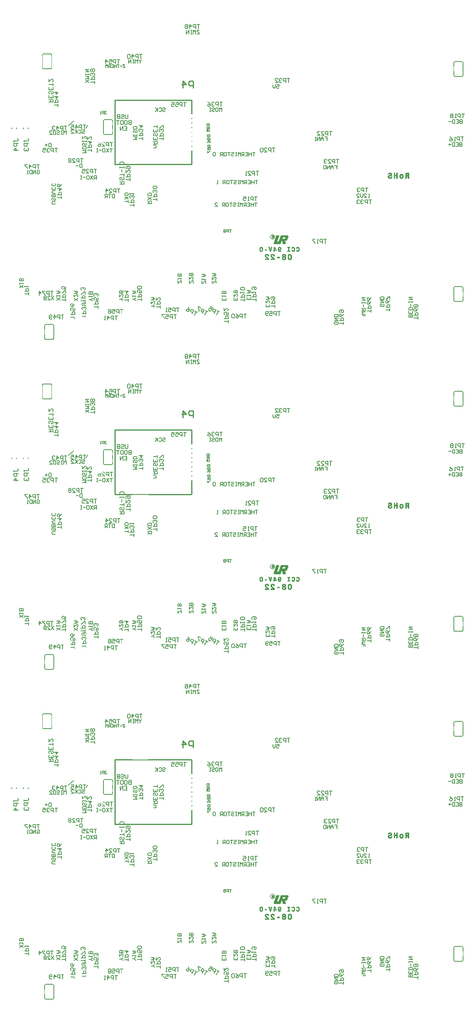
<source format=gbr>
G04 Generated on UCAM*
%FSLAX24Y24*%
%MOIN*%
%IPPOS*%
%ADD10C,0.00700*%
%ADD11C,0.01000*%
%ADD12C,0.00800*%
%ADD13C,0.00600*%
%ADD14C,0.00790*%
%ADD15C,0.00500*%
%ADD16C,0.00100*%
%ADD17C,0.00200*%
%ADD18C,0.00400*%
%ADD19C,0.04500X0.03500*%
%SRX1Y1I0.0000J0.0000*%
%LN29384_ssident*%
%LPD*%
D10*
X12351Y29174D02*
Y29308D01*
Y29241*
X12684*
X12751Y29308*
Y29374*
X12684Y29441*
X12751Y29041D02*
X12351D01*
Y28841*
X12418Y28775*
X12551*
X12618Y28841*
Y29041*
X12751Y28441D02*
X12351D01*
X12551Y28641*
Y28375*
X13251Y29204D02*
Y29338D01*
Y29271*
X13584*
X13651Y29338*
Y29404*
X13584Y29471*
X13651Y29071D02*
X13251D01*
Y28871*
X13318Y28805*
X13451*
X13518Y28871*
Y29071*
X13318Y28671D02*
X13251Y28605D01*
Y28471*
X13318Y28405*
X13384*
X13451Y28471*
Y28538*
Y28471*
X13518Y28405*
X13584*
X13651Y28471*
Y28605*
X13584Y28671*
X12351Y57954D02*
Y58088D01*
Y58021*
X12684*
X12751Y58088*
Y58154*
X12684Y58221*
X12751Y57821D02*
X12351D01*
Y57621*
X12418Y57555*
X12551*
X12618Y57621*
Y57821*
X12751Y57221D02*
X12351D01*
X12551Y57421*
Y57155*
X13251Y57984D02*
Y58118D01*
Y58051*
X13584*
X13651Y58118*
Y58184*
X13584Y58251*
X13651Y57851D02*
X13251D01*
Y57651*
X13318Y57585*
X13451*
X13518Y57651*
Y57851*
X13318Y57451D02*
X13251Y57385D01*
Y57251*
X13318Y57185*
X13384*
X13451Y57251*
Y57318*
Y57251*
X13518Y57185*
X13584*
X13651Y57251*
Y57385*
X13584Y57451*
X12351Y86733D02*
Y86867D01*
Y86800*
X12684*
X12751Y86867*
Y86933*
X12684Y87000*
X12751Y86600D02*
X12351D01*
Y86400*
X12418Y86334*
X12551*
X12618Y86400*
Y86600*
X12751Y86000D02*
X12351D01*
X12551Y86200*
Y85934*
X13251Y86763D02*
Y86897D01*
Y86830*
X13584*
X13651Y86897*
Y86963*
X13584Y87030*
X13651Y86630D02*
X13251D01*
Y86430*
X13318Y86364*
X13451*
X13518Y86430*
Y86630*
X13318Y86230D02*
X13251Y86164D01*
Y86030*
X13318Y85964*
X13384*
X13451Y86030*
Y86097*
Y86030*
X13518Y85964*
X13584*
X13651Y86030*
Y86164*
X13584Y86230*
G36*
X21152Y32821D02*
G75*
G2X21202Y32871I50J0D01*
G74*
G1X22735D01*
Y32857*
X24134*
Y32871*
X27895*
G75*
G2X27945Y32821I0J-50D01*
G74*
G1Y31585D01*
X27845*
Y32771*
X21202*
G75*
G2X21152Y32821I0J50D01*
G74*
G37*
G36*
G1X21152Y90380D02*
G75*
G2X21202Y90430I50J0D01*
G74*
G1X22735D01*
Y90416*
X24134*
Y90430*
X27895*
G75*
G2X27945Y90380I0J-50D01*
G74*
G1Y89144D01*
X27845*
Y90330*
X21202*
G75*
G2X21152Y90380I0J50D01*
G74*
G37*
G36*
G1X21152Y61601D02*
G75*
G2X21202Y61651I50J0D01*
G74*
G1X22735D01*
Y61637*
X24134*
Y61651*
X27895*
G75*
G2X27945Y61601I0J-50D01*
G74*
G1Y60365D01*
X27845*
Y61551*
X21202*
G75*
G2X21152Y61601I0J50D01*
G74*
G37*
G36*
G1X21152Y84758D02*
G75*
G2X21202Y84808I50J0D01*
G74*
G1X27845D01*
Y85993*
X27945*
Y84758*
G75*
G2X27895Y84708I-50J0D01*
G74*
G1X24134D01*
Y84721*
X22735*
Y84708*
X21202*
G75*
G2X21152Y84758I0J50D01*
G74*
G37*
G36*
G1X21152Y27199D02*
G75*
G2X21202Y27249I50J0D01*
G74*
G1X27845D01*
Y28434*
X27945*
Y27199*
G75*
G2X27895Y27149I-50J0D01*
G74*
G1X24134D01*
Y27162*
X22735*
Y27149*
X21202*
G75*
G2X21152Y27199I0J50D01*
G74*
G37*
G36*
G1X21152Y55979D02*
G75*
G2X21202Y56029I50J0D01*
G74*
G1X27845D01*
Y57214*
X27945*
Y55979*
G75*
G2X27895Y55929I-50J0D01*
G74*
G1X24134D01*
Y55942*
X22735*
Y55929*
X21202*
G75*
G2X21152Y55979I0J50D01*
G74*
G37*
G36*
G1X27845Y31245D02*
X27945D01*
Y31183*
X27845*
Y31245*
G37*
G36*
X27845Y87198D02*
X27945D01*
Y87136*
X27845*
Y87198*
G37*
G36*
X27845Y88001D02*
X27945D01*
Y87939*
X27845*
Y88001*
G37*
G36*
X27845Y88804D02*
X27945D01*
Y88742*
X27845*
Y88804*
G37*
G36*
X27845Y59222D02*
X27945D01*
Y59160*
X27845*
Y59222*
G37*
G36*
X27845Y58419D02*
X27945D01*
Y58357*
X27845*
Y58419*
G37*
G36*
X27845Y57616D02*
X27945D01*
Y57554*
X27845*
Y57616*
G37*
G36*
X27845Y30442D02*
X27945D01*
Y30380*
X27845*
Y30442*
G37*
G36*
X27845Y28836D02*
X27945D01*
Y28774*
X27845*
Y28836*
G37*
G36*
X27845Y29639D02*
X27945D01*
Y29577*
X27845*
Y29639*
G37*
G36*
X27845Y86395D02*
X27945D01*
Y86333*
X27845*
Y86395*
G37*
G36*
X27845Y60025D02*
X27945D01*
Y59963*
X27845*
Y60025*
G37*
G36*
X27845Y59623D02*
X27945D01*
Y59562*
X27845*
Y59623*
G37*
G36*
X27845Y30843D02*
X27945D01*
Y30782*
X27845*
Y30843*
G37*
G36*
X27845Y58017D02*
X27945D01*
Y57956*
X27845*
Y58017*
G37*
G36*
X27845Y58820D02*
X27945D01*
Y58759*
X27845*
Y58820*
G37*
G36*
X27845Y30040D02*
X27945D01*
Y29979*
X27845*
Y30040*
G37*
G36*
X27845Y87599D02*
X27945D01*
Y87538*
X27845*
Y87599*
G37*
G36*
X27845Y86796D02*
X27945D01*
Y86735*
X27845*
Y86796*
G37*
G36*
X27845Y29237D02*
X27945D01*
Y29176*
X27845*
Y29237*
G37*
G36*
X27845Y88402D02*
X27945D01*
Y88341*
X27845*
Y88402*
G37*
D11*
X21202Y27199D02*
Y32821D01*
X28019Y33888D02*
Y34488D01*
X27719*
X27619Y34388*
Y34188*
X27719Y34088*
X28019*
X27119Y33888D02*
Y34488D01*
X27419Y34188*
X27019*
X21202Y55979D02*
Y61601D01*
X28019Y62668D02*
Y63268D01*
X27719*
X27619Y63168*
Y62968*
X27719Y62868*
X28019*
X27119Y62668D02*
Y63268D01*
X27419Y62968*
X27019*
X21202Y84758D02*
Y90380D01*
X28019Y91447D02*
Y92047D01*
X27719*
X27619Y91947*
Y91747*
X27719Y91647*
X28019*
X27119Y91447D02*
Y92047D01*
X27419Y91747*
X27019*
D12*
X18651Y30401D02*
X18821Y30631D01*
X17131Y30601D02*
X17601Y31001D01*
X18651Y59181D02*
X18821Y59411D01*
X17131Y59381D02*
X17601Y59781D01*
X18651Y87960D02*
X18821Y88190D01*
X17131Y88160D02*
X17601Y88560D01*
G36*
X51561Y64124D02*
X51565D01*
Y64538*
X51561*
Y64871*
G75*
G2X51621Y64871I30J0D01*
G74*
G1Y63771D01*
G75*
G2X51561Y63771I-30J0D01*
G74*
G1Y64124D01*
G37*
G36*
X20970Y58788D02*
X20972Y58794D01*
X20975Y58826*
Y59060*
X20972Y59092*
X20970Y59098*
Y59388*
X20972Y59394*
X20975Y59426*
Y59660*
X20972Y59692*
X20970Y59698*
Y59793*
G75*
G2X21030Y59793I30J0D01*
G74*
G1Y58693D01*
G75*
G2X20970Y58693I-30J0D01*
G74*
G1Y58788D01*
G37*
G36*
X51561Y92903D02*
X51565D01*
Y93317*
X51561*
Y93650*
G75*
G2X51621Y93650I30J0D01*
G74*
G1Y92550D01*
G75*
G2X51561Y92550I-30J0D01*
G74*
G1Y92903D01*
G37*
G36*
X51561Y35344D02*
X51565D01*
Y35758*
X51561*
Y36091*
G75*
G2X51621Y36091I30J0D01*
G74*
G1Y34991D01*
G75*
G2X51561Y34991I-30J0D01*
G74*
G1Y35344D01*
G37*
G36*
X50761Y36091D02*
G75*
G2X50821Y36091I30J0D01*
G74*
G1Y35758D01*
X50801*
Y35344*
X50821*
Y34991*
G75*
G2X50761Y34991I-30J0D01*
G74*
G1Y36091D01*
G37*
G36*
X15821Y69953D02*
X15825D01*
Y70367*
X15821*
Y70700*
G75*
G2X15881Y70700I30J0D01*
G74*
G1Y69600D01*
G75*
G2X15821Y69600I-30J0D01*
G74*
G1Y69953D01*
G37*
G36*
X50753Y16455D02*
G75*
G2X50813Y16455I30J0D01*
G74*
G1Y16102D01*
X50808*
Y15688*
X50813*
Y15355*
G75*
G2X50753Y15355I-30J0D01*
G74*
G1Y16455D01*
G37*
G36*
X20170Y59793D02*
G75*
G2X20230Y59793I30J0D01*
G74*
G1Y59698D01*
X20228Y59692*
X20225Y59660*
Y59426*
X20228Y59394*
X20230Y59388*
Y59098*
X20228Y59092*
X20225Y59060*
Y58826*
X20228Y58794*
X20230Y58788*
Y58693*
G75*
G2X20170Y58693I-30J0D01*
G74*
G1Y59793D01*
G37*
G36*
X15021Y70700D02*
G75*
G2X15081Y70700I30J0D01*
G74*
G1Y70367D01*
X15061*
Y69953*
X15081*
Y69600*
G75*
G2X15021Y69600I-30J0D01*
G74*
G1Y70700D01*
G37*
G36*
X51553Y73247D02*
X51572D01*
Y73661*
X51553*
Y74014*
G75*
G2X51613Y74014I30J0D01*
G74*
G1Y72914D01*
G75*
G2X51553Y72914I-30J0D01*
G74*
G1Y73247D01*
G37*
G36*
X15021Y13141D02*
G75*
G2X15081Y13141I30J0D01*
G74*
G1Y12808D01*
X15061*
Y12394*
X15081*
Y12041*
G75*
G2X15021Y12041I-30J0D01*
G74*
G1Y13141D01*
G37*
G36*
X51553Y44468D02*
X51572D01*
Y44882*
X51553*
Y45235*
G75*
G2X51613Y45235I30J0D01*
G74*
G1Y44135D01*
G75*
G2X51553Y44135I-30J0D01*
G74*
G1Y44468D01*
G37*
G36*
X15641Y36004D02*
X15645D01*
Y36418*
X15641*
Y36751*
G75*
G2X15701Y36751I30J0D01*
G74*
G1Y35651D01*
G75*
G2X15641Y35651I-30J0D01*
G74*
G1Y36004D01*
G37*
G36*
X50761Y64871D02*
G75*
G2X50821Y64871I30J0D01*
G74*
G1Y64538D01*
X50801*
Y64124*
X50821*
Y63771*
G75*
G2X50761Y63771I-30J0D01*
G74*
G1Y64871D01*
G37*
G36*
X14841Y36751D02*
G75*
G2X14901Y36751I30J0D01*
G74*
G1Y36418D01*
X14881*
Y36004*
X14901*
Y35651*
G75*
G2X14841Y35651I-30J0D01*
G74*
G1Y36751D01*
G37*
G36*
X14841Y65531D02*
G75*
G2X14901Y65531I30J0D01*
G74*
G1Y65198D01*
X14881*
Y64784*
X14901*
Y64431*
G75*
G2X14841Y64431I-30J0D01*
G74*
G1Y65531D01*
G37*
G36*
X15641Y64784D02*
X15645D01*
Y65198*
X15641*
Y65531*
G75*
G2X15701Y65531I30J0D01*
G74*
G1Y64431D01*
G75*
G2X15641Y64431I-30J0D01*
G74*
G1Y64784D01*
G37*
G36*
X50761Y93650D02*
G75*
G2X50821Y93650I30J0D01*
G74*
G1Y93317D01*
X50801*
Y92903*
X50821*
Y92550*
G75*
G2X50761Y92550I-30J0D01*
G74*
G1Y93650D01*
G37*
G36*
X15641Y93563D02*
X15645D01*
Y93977*
X15641*
Y94310*
G75*
G2X15701Y94310I30J0D01*
G74*
G1Y93210D01*
G75*
G2X15641Y93210I-30J0D01*
G74*
G1Y93563D01*
G37*
G36*
X51553Y15688D02*
X51572D01*
Y16102*
X51553*
Y16455*
G75*
G2X51613Y16455I30J0D01*
G74*
G1Y15355D01*
G75*
G2X51553Y15355I-30J0D01*
G74*
G1Y15688D01*
G37*
G36*
X15021Y41921D02*
G75*
G2X15081Y41921I30J0D01*
G74*
G1Y41588D01*
X15061*
Y41174*
X15081*
Y40821*
G75*
G2X15021Y40821I-30J0D01*
G74*
G1Y41921D01*
G37*
G36*
X14841Y94310D02*
G75*
G2X14901Y94310I30J0D01*
G74*
G1Y93977D01*
X14881*
Y93563*
X14901*
Y93210*
G75*
G2X14841Y93210I-30J0D01*
G74*
G1Y94310D01*
G37*
G36*
X50753Y45235D02*
G75*
G2X50813Y45235I30J0D01*
G74*
G1Y44882D01*
X50808*
Y44468*
X50813*
Y44135*
G75*
G2X50753Y44135I-30J0D01*
G74*
G1Y45235D01*
G37*
G36*
X15821Y12394D02*
X15825D01*
Y12808*
X15821*
Y13141*
G75*
G2X15881Y13141I30J0D01*
G74*
G1Y12041D01*
G75*
G2X15821Y12041I-30J0D01*
G74*
G1Y12394D01*
G37*
G36*
X50753Y74014D02*
G75*
G2X50813Y74014I30J0D01*
G74*
G1Y73661D01*
X50808*
Y73247*
X50813*
Y72914*
G75*
G2X50753Y72914I-30J0D01*
G74*
G1Y74014D01*
G37*
G36*
X15821Y41174D02*
X15825D01*
Y41588*
X15821*
Y41921*
G75*
G2X15881Y41921I30J0D01*
G74*
G1Y40821D01*
G75*
G2X15821Y40821I-30J0D01*
G74*
G1Y41174D01*
G37*
G36*
X20970Y87567D02*
X20972Y87573D01*
X20975Y87605*
Y87839*
X20972Y87871*
X20970Y87877*
Y88167*
X20972Y88173*
X20975Y88205*
Y88439*
X20972Y88471*
X20970Y88477*
Y88572*
G75*
G2X21030Y88572I30J0D01*
G74*
G1Y87472D01*
G75*
G2X20970Y87472I-30J0D01*
G74*
G1Y87567D01*
G37*
G36*
X20970Y30008D02*
X20972Y30014D01*
X20975Y30046*
Y30280*
X20972Y30312*
X20970Y30318*
Y30608*
X20972Y30614*
X20975Y30646*
Y30880*
X20972Y30912*
X20970Y30918*
Y31013*
G75*
G2X21030Y31013I30J0D01*
G74*
G1Y29913D01*
G75*
G2X20970Y29913I-30J0D01*
G74*
G1Y30008D01*
G37*
G36*
X20170Y31013D02*
G75*
G2X20230Y31013I30J0D01*
G74*
G1Y30918D01*
X20228Y30912*
X20225Y30880*
Y30646*
X20228Y30614*
X20230Y30608*
Y30318*
X20228Y30312*
X20225Y30280*
Y30046*
X20228Y30014*
X20230Y30008*
Y29913*
G75*
G2X20170Y29913I-30J0D01*
G74*
G1Y31013D01*
G37*
G36*
X20170Y88572D02*
G75*
G2X20230Y88572I30J0D01*
G74*
G1Y88477D01*
X20228Y88471*
X20225Y88439*
Y88205*
X20228Y88173*
X20230Y88167*
Y87877*
X20228Y87871*
X20225Y87839*
Y87605*
X20228Y87573*
X20230Y87567*
Y87472*
G75*
G2X20170Y87472I-30J0D01*
G74*
G1Y88572D01*
G37*
G36*
X20033Y28789D02*
G75*
G2X20063Y28819I30J0D01*
G74*
G1X20224D01*
X20042Y29001*
G75*
G2X20033Y29022I21J21D01*
G74*
G1Y29081D01*
G75*
G2X20042Y29102I30J0D01*
G74*
G1X20100Y29160D01*
G75*
G2X20121Y29169I21J-21D01*
G74*
G1X20238D01*
G75*
G2X20238Y29109I0J-30D01*
G74*
G1X20212D01*
X20197Y29128*
X20175Y29143*
X20150Y29149*
X20123Y29147*
X20099Y29136*
X20080Y29118*
X20067Y29095*
X20063Y29069*
X20067Y29043*
X20080Y29020*
X20099Y29002*
X20123Y28991*
X20138Y28990*
X20317Y28810*
G75*
G2X20296Y28759I-21J-21D01*
G74*
G1X20189D01*
X20175Y28768*
X20150Y28774*
X20123Y28772*
X20099Y28761*
X20096Y28759*
X20063*
G75*
G2X20033Y28789I0J30D01*
G74*
G37*
G36*
G1X20033Y86348D02*
G75*
G2X20063Y86378I30J0D01*
G74*
G1X20224D01*
X20042Y86560*
G75*
G2X20033Y86581I21J21D01*
G74*
G1Y86640D01*
G75*
G2X20042Y86661I30J0D01*
G74*
G1X20100Y86719D01*
G75*
G2X20121Y86728I21J-21D01*
G74*
G1X20238D01*
G75*
G2X20238Y86668I0J-30D01*
G74*
G1X20212D01*
X20197Y86687*
X20175Y86702*
X20150Y86708*
X20123Y86706*
X20099Y86695*
X20080Y86677*
X20067Y86654*
X20063Y86628*
X20067Y86602*
X20080Y86579*
X20099Y86561*
X20123Y86550*
X20138Y86549*
X20317Y86369*
G75*
G2X20296Y86318I-21J-21D01*
G74*
G1X20189D01*
X20175Y86327*
X20150Y86333*
X20123Y86331*
X20099Y86320*
X20096Y86318*
X20063*
G75*
G2X20033Y86348I0J30D01*
G74*
G37*
G36*
G1X20033Y57569D02*
G75*
G2X20063Y57599I30J0D01*
G74*
G1X20224D01*
X20042Y57781*
G75*
G2X20033Y57802I21J21D01*
G74*
G1Y57861D01*
G75*
G2X20042Y57882I30J0D01*
G74*
G1X20100Y57940D01*
G75*
G2X20121Y57949I21J-21D01*
G74*
G1X20238D01*
G75*
G2X20238Y57889I0J-30D01*
G74*
G1X20212D01*
X20197Y57908*
X20175Y57923*
X20150Y57929*
X20123Y57927*
X20099Y57916*
X20080Y57898*
X20067Y57875*
X20063Y57849*
X20067Y57823*
X20080Y57800*
X20099Y57782*
X20123Y57771*
X20138Y57770*
X20317Y57590*
G75*
G2X20296Y57539I-21J-21D01*
G74*
G1X20189D01*
X20175Y57548*
X20150Y57554*
X20123Y57552*
X20099Y57541*
X20096Y57539*
X20063*
G75*
G2X20033Y57569I0J30D01*
G74*
G37*
G36*
G1X18291Y71517D02*
G75*
G2X18321Y71547I30J0D01*
G74*
G1X18641D01*
Y71633*
G75*
G2X18695Y71651I30J0D01*
G74*
G1X18693Y71647D01*
X18679Y71608*
X18671Y71568*
X18668Y71527*
X18671Y71486*
X18679Y71446*
X18693Y71407*
X18700Y71393*
G75*
G2X18641Y71400I-29J7D01*
G74*
G1Y71487D01*
X18321*
G75*
G2X18291Y71517I0J30D01*
G74*
G37*
G36*
G1X18291Y13958D02*
G75*
G2X18321Y13988I30J0D01*
G74*
G1X18641D01*
Y14074*
G75*
G2X18695Y14092I30J0D01*
G74*
G1X18693Y14088D01*
X18679Y14049*
X18671Y14009*
X18668Y13968*
X18671Y13927*
X18679Y13887*
X18693Y13848*
X18700Y13834*
G75*
G2X18641Y13841I-29J7D01*
G74*
G1Y13928D01*
X18321*
G75*
G2X18291Y13958I0J30D01*
G74*
G37*
G36*
G1X18291Y42738D02*
G75*
G2X18321Y42768I30J0D01*
G74*
G1X18641D01*
Y42854*
G75*
G2X18695Y42872I30J0D01*
G74*
G1X18693Y42868D01*
X18679Y42829*
X18671Y42789*
X18668Y42748*
X18671Y42707*
X18679Y42667*
X18693Y42628*
X18700Y42614*
G75*
G2X18641Y42621I-29J7D01*
G74*
G1Y42708D01*
X18321*
G75*
G2X18291Y42738I0J30D01*
G74*
G37*
G36*
G1X17301Y13878D02*
G75*
G2X17331Y13908I30J0D01*
G74*
G1X17651D01*
Y13994*
G75*
G2X17674Y14023I30J0D01*
G74*
G1X17671Y14009D01*
X17668Y13968*
X17671Y13927*
X17679Y13887*
X17693Y13848*
X17711Y13813*
Y13761*
G75*
G2X17651Y13761I-30J0D01*
G74*
G1Y13848D01*
X17331*
G75*
G2X17301Y13878I0J30D01*
G74*
G37*
G36*
G1X17301Y71437D02*
G75*
G2X17331Y71467I30J0D01*
G74*
G1X17651D01*
Y71553*
G75*
G2X17674Y71582I30J0D01*
G74*
G1X17671Y71568D01*
X17668Y71527*
X17671Y71486*
X17679Y71446*
X17693Y71407*
X17711Y71372*
Y71320*
G75*
G2X17651Y71320I-30J0D01*
G74*
G1Y71407D01*
X17331*
G75*
G2X17301Y71437I0J30D01*
G74*
G37*
G36*
G1X17301Y42658D02*
G75*
G2X17331Y42688I30J0D01*
G74*
G1X17651D01*
Y42774*
G75*
G2X17674Y42803I30J0D01*
G74*
G1X17671Y42789D01*
X17668Y42748*
X17671Y42707*
X17679Y42667*
X17693Y42628*
X17711Y42593*
Y42541*
G75*
G2X17651Y42541I-30J0D01*
G74*
G1Y42628D01*
X17331*
G75*
G2X17301Y42658I0J30D01*
G74*
G37*
G36*
G1X30701Y14451D02*
G75*
G2X30710Y14472I30J0D01*
G74*
G1X30912Y14675D01*
X30948Y14670*
X30988*
X31029Y14675*
X31064Y14685*
X31102Y14647*
G75*
G2X31060Y14605I-21J-21D01*
G74*
G1X31011Y14654D01*
X30976*
X30752Y14430*
G75*
G2X30701Y14451I-21J21D01*
G74*
G37*
G36*
G1X30701Y43231D02*
G75*
G2X30710Y43252I30J0D01*
G74*
G1X30912Y43455D01*
X30948Y43450*
X30988*
X31029Y43455*
X31064Y43465*
X31102Y43427*
G75*
G2X31060Y43385I-21J-21D01*
G74*
G1X31011Y43434D01*
X30976*
X30752Y43210*
G75*
G2X30701Y43231I-21J21D01*
G74*
G37*
G36*
G1X30701Y72010D02*
G75*
G2X30710Y72031I30J0D01*
G74*
G1X30912Y72234D01*
X30948Y72229*
X30988*
X31029Y72234*
X31064Y72244*
X31102Y72206*
G75*
G2X31060Y72164I-21J-21D01*
G74*
G1X31011Y72213D01*
X30976*
X30752Y71989*
G75*
G2X30701Y72010I-21J21D01*
G74*
G37*
G36*
G1X17301Y42891D02*
G75*
G2X17331Y42921I30J0D01*
G74*
G1X17651D01*
Y43066*
G75*
G2X17711Y43066I30J0D01*
G74*
G1Y42903D01*
X17693Y42868*
X17691Y42863*
G75*
G2X17681Y42861I-10J28D01*
G74*
G1X17331D01*
G75*
G2X17301Y42891I0J30D01*
G74*
G37*
G36*
G1X17301Y14111D02*
G75*
G2X17331Y14141I30J0D01*
G74*
G1X17651D01*
Y14286*
G75*
G2X17711Y14286I30J0D01*
G74*
G1Y14123D01*
X17693Y14088*
X17691Y14083*
G75*
G2X17681Y14081I-10J28D01*
G74*
G1X17331D01*
G75*
G2X17301Y14111I0J30D01*
G74*
G37*
G36*
G1X17301Y71670D02*
G75*
G2X17331Y71700I30J0D01*
G74*
G1X17651D01*
Y71845*
G75*
G2X17711Y71845I30J0D01*
G74*
G1Y71682D01*
X17693Y71647*
X17691Y71642*
G75*
G2X17681Y71640I-10J28D01*
G74*
G1X17331D01*
G75*
G2X17301Y71670I0J30D01*
G74*
G37*
G36*
G1X44869Y15461D02*
G75*
G2X44878Y15482I30J0D01*
G74*
G1X45093Y15696D01*
X45107Y15703*
X45142Y15724*
X45142*
X45191*
G75*
G2X45191Y15664I0J-30D01*
G74*
G1X45145D01*
X44920Y15440*
G75*
G2X44869Y15461I-21J21D01*
G74*
G37*
G36*
G1X44869Y44241D02*
G75*
G2X44878Y44262I30J0D01*
G74*
G1X45093Y44476D01*
X45107Y44483*
X45142Y44504*
X45142*
X45191*
G75*
G2X45191Y44444I0J-30D01*
G74*
G1X45145D01*
X44920Y44220*
G75*
G2X44869Y44241I-21J21D01*
G74*
G37*
G36*
G1X44869Y73020D02*
G75*
G2X44878Y73041I30J0D01*
G74*
G1X45093Y73255D01*
X45107Y73262*
X45142Y73283*
X45142*
X45191*
G75*
G2X45191Y73223I0J-30D01*
G74*
G1X45145D01*
X44920Y72999*
G75*
G2X44869Y73020I-21J21D01*
G74*
G37*
G36*
G1X25248Y42891D02*
G75*
G2X25308Y42891I30J0D01*
G74*
G1Y42845D01*
X25532Y42620*
G75*
G2X25490Y42578I-21J-21D01*
G74*
G1X25263Y42806D01*
X25258Y42829*
X25249Y42855*
X25248Y42857*
Y42891*
G37*
G36*
X25248Y71670D02*
G75*
G2X25308Y71670I30J0D01*
G74*
G1Y71624D01*
X25532Y71399*
G75*
G2X25490Y71357I-21J-21D01*
G74*
G1X25263Y71585D01*
X25258Y71608*
X25249Y71634*
X25248Y71636*
Y71670*
G37*
G36*
X25248Y14111D02*
G75*
G2X25308Y14111I30J0D01*
G74*
G1Y14065D01*
X25532Y13840*
G75*
G2X25490Y13798I-21J-21D01*
G74*
G1X25263Y14026D01*
X25258Y14049*
X25249Y14075*
X25248Y14077*
Y14111*
G37*
G36*
X19683Y57627D02*
G75*
G2X19708Y57657I30J0D01*
G74*
G75*
G2X19692Y57707I5J29D01*
G74*
G1X19750Y57765D01*
G75*
G2X19757Y57770I21J-21D01*
G74*
G1X19776Y57769D01*
X19796Y57774*
X19874*
X19838Y57809*
X19840Y57811*
X19848Y57836*
Y57862*
X19840Y57887*
X19837Y57890*
X19842Y57888*
G75*
G2X19850Y57882I-13J-27D01*
G74*
G1X19967Y57765D01*
G75*
G2X19946Y57714I-21J-21D01*
G74*
G1X19783D01*
X19734Y57665*
G75*
G2X19718Y57657I-21J21D01*
G74*
G75*
G2X19734Y57648I-5J-30D01*
G74*
G1X19783Y57599D01*
X19888*
G75*
G2X19888Y57539I0J-30D01*
G74*
G1X19815D01*
X19801Y57548*
X19776Y57554*
X19749Y57552*
X19747Y57551*
X19747*
X19692Y57606*
G75*
G2X19683Y57627I21J21D01*
G74*
G37*
G36*
G1X19683Y28847D02*
G75*
G2X19708Y28877I30J0D01*
G74*
G75*
G2X19692Y28927I5J29D01*
G74*
G1X19750Y28985D01*
G75*
G2X19757Y28990I21J-21D01*
G74*
G1X19776Y28989D01*
X19796Y28994*
X19874*
X19838Y29029*
X19840Y29031*
X19848Y29056*
Y29082*
X19840Y29107*
X19837Y29110*
X19842Y29108*
G75*
G2X19850Y29102I-13J-27D01*
G74*
G1X19967Y28985D01*
G75*
G2X19946Y28934I-21J-21D01*
G74*
G1X19783D01*
X19734Y28885*
G75*
G2X19718Y28877I-21J21D01*
G74*
G75*
G2X19734Y28868I-5J-30D01*
G74*
G1X19783Y28819D01*
X19888*
G75*
G2X19888Y28759I0J-30D01*
G74*
G1X19815D01*
X19801Y28768*
X19776Y28774*
X19749Y28772*
X19747Y28771*
X19747*
X19692Y28826*
G75*
G2X19683Y28847I21J21D01*
G74*
G37*
G36*
G1X19683Y86406D02*
G75*
G2X19708Y86436I30J0D01*
G74*
G75*
G2X19692Y86486I5J29D01*
G74*
G1X19750Y86544D01*
G75*
G2X19757Y86549I21J-21D01*
G74*
G1X19776Y86548D01*
X19796Y86553*
X19874*
X19838Y86588*
X19840Y86590*
X19848Y86615*
Y86641*
X19840Y86666*
X19837Y86669*
X19842Y86667*
G75*
G2X19850Y86661I-13J-27D01*
G74*
G1X19967Y86544D01*
G75*
G2X19946Y86493I-21J-21D01*
G74*
G1X19783D01*
X19734Y86444*
G75*
G2X19718Y86436I-21J21D01*
G74*
G75*
G2X19734Y86427I-5J-30D01*
G74*
G1X19783Y86378D01*
X19888*
G75*
G2X19888Y86318I0J-30D01*
G74*
G1X19815D01*
X19801Y86327*
X19776Y86333*
X19749Y86331*
X19747Y86330*
X19747*
X19692Y86385*
G75*
G2X19683Y86406I21J21D01*
G74*
G37*
G36*
G1X24021Y82215D02*
G75*
G2X24028Y82234I30J0D01*
G74*
G1X24030D01*
X24069Y82245*
X24107Y82262*
X24142Y82283*
X24167Y82303*
X24343*
G75*
G2X24343Y82243I0J-30D01*
G74*
G1X24121D01*
X24081Y82203*
Y82098*
G75*
G2X24021Y82098I-30J0D01*
G74*
G1Y82215D01*
G37*
G36*
X24021Y53436D02*
G75*
G2X24028Y53455I30J0D01*
G74*
G1X24030D01*
X24069Y53466*
X24107Y53483*
X24142Y53504*
X24167Y53524*
X24343*
G75*
G2X24343Y53464I0J-30D01*
G74*
G1X24121D01*
X24081Y53424*
Y53319*
G75*
G2X24021Y53319I-30J0D01*
G74*
G1Y53436D01*
G37*
G36*
X24021Y24656D02*
G75*
G2X24028Y24675I30J0D01*
G74*
G1X24030D01*
X24069Y24686*
X24107Y24703*
X24142Y24724*
X24167Y24744*
X24343*
G75*
G2X24343Y24684I0J-30D01*
G74*
G1X24121D01*
X24081Y24644*
Y24539*
G75*
G2X24021Y24539I-30J0D01*
G74*
G1Y24656D01*
G37*
G36*
X21744Y72130D02*
G75*
G2X21804Y72130I30J0D01*
G74*
G1Y71780D01*
G75*
G2X21804Y71777I-30J0D01*
G74*
G1X21796Y71772D01*
X21769Y71750*
G75*
G2X21744Y71780I5J30D01*
G74*
G1Y72130D01*
G37*
G36*
X21744Y14571D02*
G75*
G2X21804Y14571I30J0D01*
G74*
G1Y14221D01*
G75*
G2X21804Y14218I-30J0D01*
G74*
G1X21796Y14213D01*
X21769Y14191*
G75*
G2X21744Y14221I5J30D01*
G74*
G1Y14571D01*
G37*
G36*
X21744Y43351D02*
G75*
G2X21804Y43351I30J0D01*
G74*
G1Y43001D01*
G75*
G2X21804Y42998I-30J0D01*
G74*
G1X21796Y42993D01*
X21769Y42971*
G75*
G2X21744Y43001I5J30D01*
G74*
G1Y43351D01*
G37*
G36*
X38406Y20660D02*
X38414Y20667D01*
X38446Y20706*
X38450Y20711*
X38670*
G75*
G2X38670Y20651I0J-30D01*
G74*
G1X38466D01*
Y20623*
G75*
G2X38406Y20623I-30J0D01*
G74*
G1Y20660D01*
G37*
G36*
X38406Y49440D02*
X38414Y49447D01*
X38446Y49486*
X38450Y49491*
X38670*
G75*
G2X38670Y49431I0J-30D01*
G74*
G1X38466D01*
Y49403*
G75*
G2X38406Y49403I-30J0D01*
G74*
G1Y49440D01*
G37*
G36*
X38406Y78219D02*
X38414Y78226D01*
X38446Y78265*
X38450Y78270*
X38670*
G75*
G2X38670Y78210I0J-30D01*
G74*
G1X38466D01*
Y78182*
G75*
G2X38406Y78182I-30J0D01*
G74*
G1Y78219D01*
G37*
G36*
X18583Y14891D02*
G75*
G2X18592Y14912I30J0D01*
G74*
G1X18641Y14961D01*
Y15054*
X18592Y15103*
G75*
G2X18634Y15145I21J21D01*
G74*
G1X18692Y15087D01*
X18692*
X18679Y15050*
X18671Y15010*
X18668Y14969*
X18671Y14928*
X18673Y14919*
X18674Y14910*
X18634Y14870*
G75*
G2X18583Y14891I-21J21D01*
G74*
G37*
G36*
G1X18583Y43671D02*
G75*
G2X18592Y43692I30J0D01*
G74*
G1X18641Y43741D01*
Y43834*
X18592Y43883*
G75*
G2X18634Y43925I21J21D01*
G74*
G1X18692Y43867D01*
X18692*
X18679Y43830*
X18671Y43790*
X18668Y43749*
X18671Y43708*
X18673Y43699*
X18674Y43690*
X18634Y43650*
G75*
G2X18583Y43671I-21J21D01*
G74*
G37*
G36*
G1X18583Y72450D02*
G75*
G2X18592Y72471I30J0D01*
G74*
G1X18641Y72520D01*
Y72613*
X18592Y72662*
G75*
G2X18634Y72704I21J21D01*
G74*
G1X18692Y72646D01*
X18692*
X18679Y72609*
X18671Y72569*
X18668Y72528*
X18671Y72487*
X18673Y72478*
X18674Y72469*
X18634Y72429*
G75*
G2X18583Y72450I-21J21D01*
G74*
G37*
G36*
G1X16858Y15522D02*
G75*
G2X16918Y15522I30J0D01*
G74*
G1Y15288D01*
G75*
G2X16902Y15261I-30J0D01*
G74*
G1X16890Y15258D01*
G75*
G2X16858Y15288I-2J30D01*
G74*
G1Y15522D01*
G37*
G36*
X16858Y44302D02*
G75*
G2X16918Y44302I30J0D01*
G74*
G1Y44068D01*
G75*
G2X16902Y44041I-30J0D01*
G74*
G1X16890Y44038D01*
G75*
G2X16858Y44068I-2J30D01*
G74*
G1Y44302D01*
G37*
G36*
X16858Y73081D02*
G75*
G2X16918Y73081I30J0D01*
G74*
G1Y72847D01*
G75*
G2X16902Y72820I-30J0D01*
G74*
G1X16890Y72817D01*
G75*
G2X16858Y72847I-2J30D01*
G74*
G1Y73081D01*
G37*
G36*
X17108Y56453D02*
G75*
G2X17117Y56474I30J0D01*
G74*
G1X17165Y56522D01*
X17173Y56529*
X17180Y56536*
G75*
G2X17196Y56541I16J-25D01*
G74*
G1X17313D01*
G75*
G2X17313Y56481I0J-30D01*
G74*
G1X17208D01*
X17159Y56432*
G75*
G2X17108Y56453I-21J21D01*
G74*
G37*
G36*
G1X17108Y27673D02*
G75*
G2X17117Y27694I30J0D01*
G74*
G1X17165Y27742D01*
X17173Y27749*
X17180Y27756*
G75*
G2X17196Y27761I16J-25D01*
G74*
G1X17313D01*
G75*
G2X17313Y27701I0J-30D01*
G74*
G1X17208D01*
X17159Y27652*
G75*
G2X17108Y27673I-21J21D01*
G74*
G37*
G36*
G1X26528Y14701D02*
G75*
G2X26558Y14731I30J0D01*
G74*
G1X26787D01*
X26803Y14719*
X26820Y14709*
G75*
G2X26791Y14671I-29J-8D01*
G74*
G1X26558D01*
G75*
G2X26528Y14701I0J30D01*
G74*
G37*
G36*
G1X26528Y43481D02*
G75*
G2X26558Y43511I30J0D01*
G74*
G1X26787D01*
X26803Y43499*
X26820Y43489*
G75*
G2X26791Y43451I-29J-8D01*
G74*
G1X26558D01*
G75*
G2X26528Y43481I0J30D01*
G74*
G37*
G36*
G1X17108Y85232D02*
G75*
G2X17117Y85253I30J0D01*
G74*
G1X17165Y85301D01*
X17173Y85308*
X17180Y85315*
G75*
G2X17196Y85320I16J-25D01*
G74*
G1X17313D01*
G75*
G2X17313Y85260I0J-30D01*
G74*
G1X17208D01*
X17159Y85211*
G75*
G2X17108Y85232I-21J21D01*
G74*
G37*
G36*
G1X26528Y72260D02*
G75*
G2X26558Y72290I30J0D01*
G74*
G1X26787D01*
X26803Y72278*
X26820Y72268*
G75*
G2X26791Y72230I-29J-8D01*
G74*
G1X26558D01*
G75*
G2X26528Y72260I0J30D01*
G74*
G37*
G36*
G1X20093Y57334D02*
G75*
G2X20102Y57355I30J0D01*
G74*
G1X20141Y57395D01*
X20150Y57394*
X20175Y57400*
X20197Y57415*
X20199Y57417*
X20283*
G75*
G2X20283Y57357I0J-30D01*
G74*
G1X20188D01*
X20144Y57313*
G75*
G2X20093Y57334I-21J21D01*
G74*
G37*
G36*
G1X20093Y28554D02*
G75*
G2X20102Y28575I30J0D01*
G74*
G1X20141Y28615D01*
X20150Y28614*
X20175Y28620*
X20197Y28635*
X20199Y28637*
X20283*
G75*
G2X20283Y28577I0J-30D01*
G74*
G1X20188D01*
X20144Y28533*
G75*
G2X20093Y28554I-21J21D01*
G74*
G37*
G36*
G1X20093Y86113D02*
G75*
G2X20102Y86134I30J0D01*
G74*
G1X20141Y86174D01*
X20150Y86173*
X20175Y86179*
X20197Y86194*
X20199Y86196*
X20283*
G75*
G2X20283Y86136I0J-30D01*
G74*
G1X20188D01*
X20144Y86092*
G75*
G2X20093Y86113I-21J21D01*
G74*
G37*
G36*
G1X16488Y14081D02*
G75*
G2X16518Y14111I30J0D01*
G74*
G1X16705D01*
X16693Y14088*
X16680Y14051*
X16518*
G75*
G2X16488Y14081I0J30D01*
G74*
G37*
G36*
G1X16488Y71640D02*
G75*
G2X16518Y71670I30J0D01*
G74*
G1X16705D01*
X16693Y71647*
X16680Y71610*
X16518*
G75*
G2X16488Y71640I0J30D01*
G74*
G37*
G36*
G1X16488Y42861D02*
G75*
G2X16518Y42891I30J0D01*
G74*
G1X16705D01*
X16693Y42868*
X16680Y42831*
X16518*
G75*
G2X16488Y42861I0J30D01*
G74*
G37*
G36*
G1X17593Y14927D02*
G75*
G2X17596Y14940I30J0D01*
G74*
G1X17654Y15057D01*
G75*
G2X17687Y15073I27J-13D01*
G74*
G1X17679Y15050D01*
X17671Y15010*
X17668Y14969*
X17669Y14952*
X17650Y14914*
G75*
G2X17593Y14927I-27J13D01*
G74*
G37*
G36*
G1X17593Y72486D02*
G75*
G2X17596Y72499I30J0D01*
G74*
G1X17654Y72616D01*
G75*
G2X17687Y72632I27J-13D01*
G74*
G1X17679Y72609D01*
X17671Y72569*
X17668Y72528*
X17669Y72511*
X17650Y72473*
G75*
G2X17593Y72486I-27J13D01*
G74*
G37*
G36*
G1X17593Y43707D02*
G75*
G2X17596Y43720I30J0D01*
G74*
G1X17654Y43837D01*
G75*
G2X17687Y43853I27J-13D01*
G74*
G1X17679Y43830D01*
X17671Y43790*
X17668Y43749*
X17669Y43732*
X17650Y43694*
G75*
G2X17593Y43707I-27J13D01*
G74*
G37*
G36*
G1X33906Y28641D02*
G75*
G2X33936Y28671I30J0D01*
G74*
G1X33939D01*
X33949Y28670*
X33989*
X33999Y28671*
X34053*
G75*
G2X34053Y28611I0J-30D01*
G74*
G1X33936D01*
G75*
G2X33906Y28641I0J30D01*
G74*
G37*
G36*
G1X33906Y86200D02*
G75*
G2X33936Y86230I30J0D01*
G74*
G1X33939D01*
X33949Y86229*
X33989*
X33999Y86230*
X34053*
G75*
G2X34053Y86170I0J-30D01*
G74*
G1X33936D01*
G75*
G2X33906Y86200I0J30D01*
G74*
G37*
G36*
G1X33906Y57421D02*
G75*
G2X33936Y57451I30J0D01*
G74*
G1X33939D01*
X33949Y57450*
X33989*
X33999Y57451*
X34053*
G75*
G2X34053Y57391I0J-30D01*
G74*
G1X33936D01*
G75*
G2X33906Y57421I0J30D01*
G74*
G37*
G36*
G1X42975Y14032D02*
G75*
G2X43026Y14053I30J0D01*
G74*
G1X43079Y13999D01*
G75*
G2X43088Y13978I-21J-21D01*
G74*
G1Y13948D01*
X43028*
Y13966*
X42984Y14011*
G75*
G2X42975Y14032I21J21D01*
G74*
G37*
G36*
G1X42815Y13978D02*
G75*
G2X42824Y13999I30J0D01*
G74*
G1X42877Y14053D01*
G75*
G2X42919Y14011I21J-21D01*
G74*
G1X42875Y13966D01*
Y13948*
X42815*
Y13978*
G37*
G36*
X42975Y42812D02*
G75*
G2X43026Y42833I30J0D01*
G74*
G1X43079Y42779D01*
G75*
G2X43088Y42758I-21J-21D01*
G74*
G1Y42728D01*
X43028*
Y42746*
X42984Y42791*
G75*
G2X42975Y42812I21J21D01*
G74*
G37*
G36*
G1X42975Y71591D02*
G75*
G2X43026Y71612I30J0D01*
G74*
G1X43079Y71558D01*
G75*
G2X43088Y71537I-21J-21D01*
G74*
G1Y71507D01*
X43028*
Y71525*
X42984Y71570*
G75*
G2X42975Y71591I21J21D01*
G74*
G37*
G36*
G1X42815Y71537D02*
G75*
G2X42824Y71558I30J0D01*
G74*
G1X42877Y71612D01*
G75*
G2X42919Y71570I21J-21D01*
G74*
G1X42875Y71525D01*
Y71507*
X42815*
Y71537*
G37*
G36*
X42815Y42758D02*
G75*
G2X42824Y42779I30J0D01*
G74*
G1X42877Y42833D01*
G75*
G2X42919Y42791I21J-21D01*
G74*
G1X42875Y42746D01*
Y42728*
X42815*
Y42758*
G37*
G36*
X19683Y29139D02*
G75*
G2X19726Y29166I30J0D01*
G74*
G1X19762Y29148D01*
X19749Y29147*
X19725Y29136*
X19706Y29118*
X19702Y29111*
X19700Y29112*
G75*
G2X19683Y29139I13J27D01*
G74*
G37*
G36*
G1X19683Y86698D02*
G75*
G2X19726Y86725I30J0D01*
G74*
G1X19762Y86707D01*
X19749Y86706*
X19725Y86695*
X19706Y86677*
X19702Y86670*
X19700Y86671*
G75*
G2X19683Y86698I13J27D01*
G74*
G37*
G36*
G1X19683Y57919D02*
G75*
G2X19726Y57946I30J0D01*
G74*
G1X19762Y57928D01*
X19749Y57927*
X19725Y57916*
X19706Y57898*
X19702Y57891*
X19700Y57892*
G75*
G2X19683Y57919I13J27D01*
G74*
G37*
D13*
G1X20200Y29913D02*
X20230Y29842D01*
X20300Y29813*
X20300Y31113D02*
X20230Y31083D01*
X20200Y31013*
X21000Y31013D02*
X20971Y31083D01*
X20900Y31113*
X20900Y29813D02*
X20971Y29842D01*
X21000Y29913*
X51583Y16455D02*
X51553Y16526D01*
X51483Y16555*
X51483Y15255D02*
X51553Y15284D01*
X51583Y15355*
X50783Y15355D02*
X50812Y15284D01*
X50883Y15255*
X50883Y16555D02*
X50812Y16526D01*
X50783Y16455*
X14871Y35651D02*
X14900Y35580D01*
X14971Y35551*
X14971Y36851D02*
X14900Y36822D01*
X14871Y36751*
X15671Y36751D02*
X15642Y36822D01*
X15571Y36851*
X15571Y35551D02*
X15642Y35580D01*
X15671Y35651*
X15051Y12041D02*
X15080Y11970D01*
X15151Y11941*
X15151Y13241D02*
X15080Y13212D01*
X15051Y13141*
X15851Y13141D02*
X15822Y13212D01*
X15751Y13241*
X15751Y11941D02*
X15822Y11970D01*
X15851Y12041*
X50791Y34991D02*
X50820Y34920D01*
X50891Y34891*
X50891Y36191D02*
X50820Y36162D01*
X50791Y36091*
X51591Y36091D02*
X51562Y36162D01*
X51491Y36191*
X51491Y34891D02*
X51562Y34920D01*
X51591Y34991*
X20300Y29813D02*
X20900D01*
X20300Y31113D02*
X20900D01*
X50883Y16555D02*
X51483D01*
X50883Y15255D02*
X51483D01*
X14971Y35551D02*
X15571D01*
X14971Y36851D02*
X15571D01*
X15151Y11941D02*
X15751D01*
X15151Y13241D02*
X15751D01*
X50891Y34891D02*
X51491D01*
X50891Y36191D02*
X51491D01*
X13191Y16461D02*
X12871Y16674D01*
X13191Y16674D02*
X12871Y16461D01*
X12871Y16781D02*
Y16888D01*
Y16834*
X13191*
X13138Y16781*
X13191Y17047D02*
X12871D01*
Y17207*
X12924Y17261*
X12978*
X13031Y17207*
Y17047*
Y17207*
X13084Y17261*
X13138*
X13191Y17207*
Y17047*
X16421Y15371D02*
X16101Y15584D01*
X16421Y15584D02*
X16101Y15371D01*
X16101Y15691D02*
Y15798D01*
Y15744*
X16421*
X16368Y15691*
X16101Y15957D02*
X16314D01*
X16421Y16064*
X16314Y16171*
X16101*
X16261*
Y15957*
X17951Y15321D02*
X17631Y15534D01*
X17951Y15534D02*
X17631Y15321D01*
X17631Y15854D02*
Y15641D01*
X17844Y15854*
X17898*
X17951Y15801*
Y15694*
X17898Y15641*
X17631Y15961D02*
X17844D01*
X17951Y16067*
X17844Y16174*
X17631*
X17791*
Y15961*
X51508Y31118D02*
Y30798D01*
X51349*
X51295Y30852*
Y30905*
X51349Y30958*
X51508*
X51349*
X51295Y31012*
Y31065*
X51349Y31118*
X51508*
X50975Y31118D02*
X51189D01*
Y30798*
X50975*
X51189Y30958D02*
X51082D01*
X50869Y31118D02*
Y30798D01*
X50709*
X50655Y30852*
Y31065*
X50709Y31118*
X50869*
X50549Y30958D02*
X50336D01*
X51498Y29108D02*
Y28788D01*
X51339*
X51285Y28842*
Y28895*
X51339Y28948*
X51498*
X51339*
X51285Y29002*
Y29055*
X51339Y29108*
X51498*
X50965Y29108D02*
X51179D01*
Y28788*
X50965*
X51179Y28948D02*
X51072D01*
X50859Y29108D02*
Y28788D01*
X50699*
X50645Y28842*
Y29055*
X50699Y29108*
X50859*
X50539Y28948D02*
X50326D01*
X50432Y29055D02*
Y28842D01*
X16001Y23741D02*
X15734D01*
X15681Y23794*
Y23901*
X15734Y23954*
X16001*
X15948Y24274D02*
X16001Y24221D01*
Y24114*
X15948Y24061*
X15894*
X15841Y24114*
Y24221*
X15788Y24274*
X15734*
X15681Y24221*
Y24114*
X15734Y24061*
X16001Y24381D02*
X15681D01*
Y24541*
X15734Y24594*
X15788*
X15841Y24541*
Y24381*
Y24541*
X15894Y24594*
X15948*
X16001Y24541*
Y24381*
X16001Y24701D02*
X15788D01*
X15681Y24807*
X15788Y24914*
X16001*
X15948Y25234D02*
X16001Y25181D01*
Y25074*
X15948Y25021*
X15734*
X15681Y25074*
Y25181*
X15734Y25234*
X15948Y25554D02*
X16001Y25500D01*
Y25394*
X15948Y25341*
X15734*
X15681Y25394*
Y25500*
X15734Y25554*
X14378Y26668D02*
X14431Y26721D01*
X14538*
X14591Y26668*
Y26454*
X14538Y26401*
X14431*
X14378Y26454*
Y26561*
X14484*
X14271Y26401D02*
Y26721D01*
X14058Y26401*
Y26721*
X13951Y26721D02*
Y26401D01*
X13791*
X13738Y26454*
Y26668*
X13791Y26721*
X13951*
X13631Y26401D02*
X13525D01*
X13578*
Y26721*
X13631Y26668*
X18321Y27261D02*
Y26941D01*
X18161*
X18108Y26994*
Y27208*
X18161Y27261*
X18321*
X18001Y27101D02*
X17788D01*
X15621Y29071D02*
Y28751D01*
X15461*
X15408Y28804*
Y29018*
X15461Y29071*
X15621*
X15301Y28911D02*
X15088D01*
X15194Y29018D02*
Y28804D01*
X35298Y34181D02*
X35511D01*
Y34021*
X35404Y34074*
X35351*
X35298Y34021*
Y33914*
X35351Y33861*
X35458*
X35511Y33914*
X35191Y34181D02*
Y33968D01*
X35085Y33861*
X34978Y33968*
Y34181*
X30521Y31831D02*
Y32151D01*
X30414Y32044*
X30308Y32151*
Y31831*
X30041Y32151D02*
X30148D01*
X30201Y32098*
Y31884*
X30148Y31831*
X30041*
X29988Y31884*
Y32098*
X30041Y32151*
X29668Y32098D02*
X29721Y32151D01*
X29828*
X29881Y32098*
Y32044*
X29828Y31991*
X29721*
X29668Y31938*
Y31884*
X29721Y31831*
X29828*
X29881Y31884*
X29561Y32151D02*
X29455D01*
X29508*
Y31831*
X29561*
X29455*
X25359Y32097D02*
X25412Y32150D01*
X25519*
X25572Y32097*
Y32044*
X25519Y31990*
X25412*
X25359Y31937*
Y31884*
X25412Y31830*
X25519*
X25572Y31884*
X25039Y32097D02*
X25093Y32150D01*
X25199*
X25253Y32097*
Y31884*
X25199Y31830*
X25093*
X25039Y31884*
X24933Y32150D02*
Y31830D01*
Y31937*
X24719Y32150*
X24879Y31990*
X24719Y31830*
X22787Y29399D02*
X23107D01*
X23000Y29506*
X23107Y29613*
X22787*
X23107Y29719D02*
Y29826D01*
Y29773*
X22787*
Y29719*
Y29826*
X23054Y30199D02*
X23107Y30146D01*
Y30039*
X23054Y29986*
X23000*
X22947Y30039*
Y30146*
X22894Y30199*
X22840*
X22787Y30146*
Y30039*
X22840Y29986*
X23107Y30466D02*
Y30359D01*
X23054Y30306*
X22840*
X22787Y30359*
Y30466*
X22840Y30519*
X23054*
X23107Y30466*
X28551Y38921D02*
X28338D01*
Y38868*
X28551Y38654*
Y38601*
X28338*
X28231Y38601D02*
Y38921D01*
X28124Y38814*
X28018Y38921*
Y38601*
X27911Y38921D02*
X27805D01*
X27858*
Y38601*
X27911*
X27805*
X27645Y38601D02*
Y38921D01*
X27431Y38601*
Y38921*
X23501Y36371D02*
Y36318D01*
X23394Y36211*
X23288Y36318*
Y36371*
X23394Y36211D02*
Y36051D01*
X23181Y36051D02*
Y36371D01*
X23075Y36264*
X22968Y36371*
Y36051*
X22861Y36371D02*
X22755D01*
X22808*
Y36051*
X22861*
X22755*
X22595Y36051D02*
Y36371D01*
X22381Y36051*
Y36371*
X18931Y34371D02*
X18611Y34584D01*
X18931Y34584D02*
X18611Y34371D01*
X18611Y34691D02*
X18931D01*
X18824Y34798*
X18931Y34904*
X18611*
X18931Y35011D02*
Y35117D01*
Y35064*
X18611*
Y35011*
Y35117*
X18611Y35277D02*
X18931D01*
X18611Y35491*
X18931*
X16941Y29821D02*
Y30141D01*
X16834Y30034*
X16728Y30141*
Y29821*
X16621Y30141D02*
X16514D01*
X16568*
Y29821*
X16621*
X16514*
X16141Y30088D02*
X16195Y30141D01*
X16301*
X16355Y30088*
Y30034*
X16301Y29981*
X16195*
X16141Y29928*
Y29874*
X16195Y29821*
X16301*
X16355Y29874*
X15875Y30141D02*
X15981D01*
X16035Y30088*
Y29874*
X15981Y29821*
X15875*
X15821Y29874*
Y30088*
X15875Y30141*
X15501Y29821D02*
X15715D01*
X15501Y30034*
Y30088*
X15555Y30141*
X15661*
X15715Y30088*
X18328Y30178D02*
X18381Y30231D01*
X18488*
X18541Y30178*
Y30124*
X18488Y30071*
X18381*
X18328Y30018*
Y29964*
X18381Y29911*
X18488*
X18541Y29964*
X18008Y30178D02*
X18061Y30231D01*
X18168*
X18221Y30178*
Y29964*
X18168Y29911*
X18061*
X18008Y29964*
X17901Y30231D02*
Y29911D01*
Y30018*
X17688Y30231*
X17848Y30071*
X17688Y29911*
X17368Y29911D02*
X17581D01*
X17368Y30124*
Y30178*
X17421Y30231*
X17528*
X17581Y30178*
X18371Y28221D02*
X18691D01*
X18584Y28328*
X18691Y28434*
X18371*
X18691Y28701D02*
Y28594D01*
X18638Y28541*
X18424*
X18371Y28594*
Y28701*
X18424Y28754*
X18638*
X18691Y28701*
X18638Y29074D02*
X18691Y29021D01*
Y28914*
X18638Y28861*
X18584*
X18531Y28914*
Y29021*
X18478Y29074*
X18424*
X18371Y29021*
Y28914*
X18424Y28861*
X18691Y29181D02*
Y29287D01*
Y29234*
X18371*
Y29181*
Y29287*
X18371Y29661D02*
Y29447D01*
X18584Y29661*
X18638*
X18691Y29607*
Y29501*
X18638Y29447*
X20976Y28607D02*
X20763D01*
X20869*
Y28287*
X20656Y28607D02*
X20443Y28287D01*
X20443Y28607D02*
X20656Y28287D01*
X20336Y28554D02*
X20283Y28607D01*
X20123Y28554D02*
Y28340D01*
X20176Y28287*
X20283*
X20336Y28340*
Y28554*
X20016Y28447D02*
X19803D01*
X19696Y28607D02*
X19590D01*
X19643*
Y28287*
X19696*
X19590*
X21161Y24621D02*
Y24301D01*
X21001*
X20948Y24354*
Y24568*
X21001Y24621*
X21161*
X20841Y24621D02*
X20628D01*
X20735*
Y24301*
X20521Y24301D02*
Y24621D01*
X20361*
X20308Y24568*
Y24461*
X20361Y24408*
X20521*
X20415Y24408D02*
X20308Y24301D01*
X22361Y23871D02*
Y24084D01*
Y23978*
X22041*
X22361Y24191D02*
X22041Y24404D01*
X22361Y24404D02*
X22041Y24191D01*
X22308Y24511D02*
X22361Y24564D01*
Y24671*
X22308Y24724*
X22094*
X22041Y24671*
Y24564*
X22094Y24511*
X22308*
X33611Y23871D02*
X33398D01*
X33504*
Y23551*
X33291Y23871D02*
Y23551D01*
Y23711*
X33078*
Y23871*
Y23551*
X32758Y23871D02*
X32971D01*
Y23551*
X32758*
X32971Y23711D02*
X32865D01*
X32651Y23551D02*
Y23871D01*
X32491*
X32438Y23818*
Y23711*
X32491Y23658*
X32651*
X32545Y23658D02*
X32438Y23551D01*
X32331Y23551D02*
Y23871D01*
X32225Y23764*
X32118Y23871*
Y23551*
X32012Y23871D02*
X31905D01*
X31958*
Y23551*
X32012*
X31905*
X31532Y23818D02*
X31585Y23871D01*
X31692*
X31745Y23818*
Y23764*
X31692Y23711*
X31585*
X31532Y23658*
Y23604*
X31585Y23551*
X31692*
X31745Y23604*
X31425Y23871D02*
X31212D01*
X31318*
Y23551*
X30945Y23871D02*
X31052D01*
X31105Y23818*
Y23604*
X31052Y23551*
X30945*
X30892Y23604*
Y23818*
X30945Y23871*
X30785Y23551D02*
Y23871D01*
X30625*
X30572Y23818*
Y23711*
X30625Y23658*
X30785*
X30679Y23658D02*
X30572Y23551D01*
X29932Y23551D02*
X30145D01*
X29932Y23764*
Y23818*
X29986Y23871*
X30092*
X30145Y23818*
X33661Y25831D02*
X33448D01*
X33554*
Y25511*
X33341Y25831D02*
Y25511D01*
Y25671*
X33128*
Y25831*
Y25511*
X32808Y25831D02*
X33021D01*
Y25511*
X32808*
X33021Y25671D02*
X32915D01*
X32701Y25511D02*
Y25831D01*
X32541*
X32488Y25778*
Y25671*
X32541Y25618*
X32701*
X32595Y25618D02*
X32488Y25511D01*
X32381Y25511D02*
Y25831D01*
X32275Y25724*
X32168Y25831*
Y25511*
X32062Y25831D02*
X31955D01*
X32008*
Y25511*
X32062*
X31955*
X31582Y25778D02*
X31635Y25831D01*
X31742*
X31795Y25778*
Y25724*
X31742Y25671*
X31635*
X31582Y25618*
Y25564*
X31635Y25511*
X31742*
X31795Y25564*
X31475Y25831D02*
X31262D01*
X31368*
Y25511*
X30995Y25831D02*
X31102D01*
X31155Y25778*
Y25564*
X31102Y25511*
X30995*
X30942Y25564*
Y25778*
X30995Y25831*
X30835Y25511D02*
Y25831D01*
X30675*
X30622Y25778*
Y25671*
X30675Y25618*
X30835*
X30729Y25618D02*
X30622Y25511D01*
X30195Y25511D02*
X30089D01*
X30142*
Y25831*
X30195Y25778*
X33431Y28271D02*
X33218D01*
X33324*
Y27951*
X33111Y28271D02*
Y27951D01*
Y28111*
X32898*
Y28271*
Y27951*
X32578Y28271D02*
X32791D01*
Y27951*
X32578*
X32791Y28111D02*
X32685D01*
X32471Y27951D02*
Y28271D01*
X32311*
X32258Y28218*
Y28111*
X32311Y28058*
X32471*
X32365Y28058D02*
X32258Y27951D01*
X32151Y27951D02*
Y28271D01*
X32045Y28164*
X31938Y28271*
Y27951*
X31832Y28271D02*
X31725D01*
X31778*
Y27951*
X31832*
X31725*
X31352Y28218D02*
X31405Y28271D01*
X31512*
X31565Y28218*
Y28164*
X31512Y28111*
X31405*
X31352Y28058*
Y28004*
X31405Y27951*
X31512*
X31565Y28004*
X31245Y28271D02*
X31032D01*
X31138*
Y27951*
X30765Y28271D02*
X30872D01*
X30925Y28218*
Y28004*
X30872Y27951*
X30765*
X30712Y28004*
Y28218*
X30765Y28271*
X30605Y27951D02*
Y28271D01*
X30445*
X30392Y28218*
Y28111*
X30445Y28058*
X30605*
X30499Y28058D02*
X30392Y27951D01*
X29965Y28218D02*
X29912Y28271D01*
X29806*
X29752Y28218*
Y28004*
X29806Y27951*
X29912*
X29965Y28004*
Y28218*
X39508Y29611D02*
X39721D01*
Y29451*
X39614*
X39721*
Y29291*
X39401Y29291D02*
Y29504D01*
X39295Y29611*
X39188Y29504*
Y29291*
Y29451*
X39401*
X39081Y29291D02*
Y29611D01*
X38868Y29291*
Y29611*
X38761Y29291D02*
X38655D01*
X38708*
Y29611*
X38761Y29558*
X40365Y27138D02*
X40578D01*
Y26978*
X40472*
X40578*
Y26818*
X40259Y26818D02*
Y27032D01*
X40152Y27138*
X40045Y27032*
Y26818*
Y26978*
X40259*
X39939Y26818D02*
Y27138D01*
X39725Y26818*
Y27138*
X39619Y27085D02*
X39565Y27138D01*
X39459*
X39406Y27085*
Y26872*
X39459Y26818*
X39565*
X39619Y26872*
Y27085*
X43431Y24321D02*
X43324D01*
X43378*
Y24641*
X43431Y24588*
X42951Y24321D02*
X43164D01*
X42951Y24534*
Y24588*
X43004Y24641*
X43111*
X43164Y24588*
X42845Y24641D02*
Y24428D01*
X42738Y24321*
X42631Y24428*
Y24641*
X42311Y24321D02*
X42525D01*
X42311Y24534*
Y24588*
X42365Y24641*
X42471*
X42525Y24588*
X47188Y13879D02*
X46869D01*
Y14038*
X46922Y14092*
X46975*
X47028Y14038*
Y13879*
Y14038*
X47082Y14092*
X47135*
X47188Y14038*
Y13879*
X47188Y14412D02*
Y14198D01*
X46869*
Y14412*
X47028Y14198D02*
Y14305D01*
X47188Y14518D02*
X46869D01*
Y14678*
X46922Y14732*
X47135*
X47188Y14678*
Y14518*
X47028Y14838D02*
Y15051D01*
X47188Y15158D02*
Y15265D01*
Y15211*
X46869*
Y15158*
Y15265*
X46869Y15425D02*
X47188D01*
X46869Y15638*
X47188*
X44638Y15034D02*
X44691Y14981D01*
Y14874*
X44638Y14821*
X44424*
X44371Y14874*
Y14981*
X44424Y15034*
X44531*
Y14928*
X44371Y15141D02*
X44691D01*
X44371Y15354*
X44691*
X44691Y15461D02*
X44371D01*
Y15621*
X44424Y15674*
X44638*
X44691Y15621*
Y15461*
X43005Y14032D02*
X42898D01*
X43058Y14138D02*
X42738D01*
X42845Y14245*
X42738Y14352*
X43058*
X42738Y14458D02*
X43058D01*
Y14618*
X43005Y14672*
X42898*
X42845Y14618*
Y14458*
X42845Y14565D02*
X42738Y14672D01*
X42898Y14778D02*
Y14991D01*
X43058Y15098D02*
Y15205D01*
Y15151*
X42738*
Y15098*
Y15205*
X42738Y15365D02*
X43058D01*
X42738Y15578*
X43058*
X40625Y13482D02*
X40678Y13428D01*
Y13322*
X40625Y13269*
X40412*
X40359Y13322*
Y13428*
X40412Y13482*
X40518*
Y13375*
X40359Y13588D02*
X40678D01*
X40359Y13802*
X40678*
X40678Y13908D02*
X40359D01*
Y14068*
X40412Y14122*
X40625*
X40678Y14068*
Y13908*
X30891Y15574D02*
Y15361D01*
X30571*
Y15574*
X30731Y15361D02*
Y15468D01*
X30571Y15681D02*
Y15788D01*
Y15734*
X30891*
X30838Y15681*
X30891Y15948D02*
X30571D01*
Y16107*
X30624Y16161*
X30678*
X30731Y16107*
Y15948*
Y16107*
X30784Y16161*
X30838*
X30891Y16107*
Y15948*
X33041Y15624D02*
Y15411D01*
X32721*
Y15624*
X32881Y15411D02*
Y15518D01*
X32721Y15731D02*
Y15838D01*
Y15784*
X33041*
X32988Y15731*
X32721Y15998D02*
X32934D01*
X33041Y16104*
X32934Y16211*
X32721*
X32881*
Y15998*
X34698Y15002D02*
Y14789D01*
X34378*
Y15002*
X34538Y14789D02*
Y14895D01*
X34378Y15322D02*
Y15108D01*
X34592Y15322*
X34645*
X34698Y15268*
Y15162*
X34645Y15108*
X34378Y15428D02*
X34592D01*
X34698Y15535*
X34592Y15642*
X34378*
X34538*
Y15428*
X31901Y15584D02*
Y15371D01*
X31581*
Y15584*
X31741Y15371D02*
Y15478D01*
X31581Y15904D02*
Y15691D01*
X31794Y15904*
X31848*
X31901Y15851*
Y15744*
X31848Y15691*
X31901Y16011D02*
X31581D01*
Y16171*
X31634Y16224*
X31688*
X31741Y16171*
Y16011*
Y16171*
X31794Y16224*
X31848*
X31901Y16171*
Y16011*
X28008Y16868D02*
Y17082D01*
X27955*
X27742Y16868*
X27689*
Y17082*
X27689Y17402D02*
Y17188D01*
X27902Y17402*
X27955*
X28008Y17348*
Y17242*
X27955Y17188*
X28008Y17508D02*
X27689D01*
Y17668*
X27742Y17722*
X27795*
X27848Y17668*
Y17508*
Y17668*
X27902Y17722*
X27955*
X28008Y17668*
Y17508*
X30018Y16848D02*
Y17062D01*
X29965*
X29752Y16848*
X29699*
Y17062*
X29699Y17382D02*
Y17168D01*
X29912Y17382*
X29965*
X30018Y17328*
Y17222*
X29965Y17168*
X29699Y17488D02*
X29912D01*
X30018Y17595*
X29912Y17702*
X29699*
X29858*
Y17488*
X29111Y16831D02*
Y17044D01*
X29058*
X28844Y16831*
X28791*
Y17044*
X28791Y17151D02*
Y17258D01*
Y17204*
X29111*
X29058Y17151*
X28791Y17418D02*
X29004D01*
X29111Y17524*
X29004Y17631*
X28791*
X28951*
Y17418*
X26998Y16868D02*
Y17082D01*
X26945*
X26732Y16868*
X26679*
Y17082*
X26679Y17188D02*
Y17295D01*
Y17242*
X26998*
X26945Y17188*
X26998Y17455D02*
X26679D01*
Y17615*
X26732Y17668*
X26785*
X26838Y17615*
Y17455*
Y17615*
X26892Y17668*
X26945*
X26998Y17615*
Y17455*
X21901Y15351D02*
X21848D01*
X21741Y15458*
X21848Y15564*
X21901*
X21741Y15458D02*
X21581D01*
X21581Y15884D02*
Y15671D01*
X21794Y15884*
X21848*
X21901Y15831*
Y15724*
X21848Y15671*
X21901Y15991D02*
X21581D01*
Y16151*
X21634Y16204*
X21688*
X21741Y16151*
Y15991*
Y16151*
X21794Y16204*
X21848*
X21901Y16151*
Y15991*
X24671Y14741D02*
X24618D01*
X24511Y14848*
X24618Y14954*
X24671*
X24511Y14848D02*
X24351D01*
X24351Y15274D02*
Y15061D01*
X24564Y15274*
X24618*
X24671Y15221*
Y15114*
X24618Y15061*
X24351Y15381D02*
X24564D01*
X24671Y15487*
X24564Y15594*
X24351*
X24511*
Y15381*
X23031Y15361D02*
X22978D01*
X22871Y15468*
X22978Y15574*
X23031*
X22871Y15468D02*
X22711D01*
X22711Y15681D02*
Y15788D01*
Y15734*
X23031*
X22978Y15681*
X22711Y15948D02*
X22924D01*
X23031Y16054*
X22924Y16161*
X22711*
X22871*
Y15948*
X19241Y15321D02*
X19188D01*
X19081Y15428*
X19188Y15534*
X19241*
X19081Y15428D02*
X18921D01*
X18921Y15641D02*
Y15748D01*
Y15694*
X19241*
X19188Y15641*
X19241Y15907D02*
X18921D01*
Y16067*
X18974Y16121*
X19028*
X19081Y16067*
Y15907*
Y16067*
X19134Y16121*
X19188*
X19241Y16067*
Y15907*
X15841Y15721D02*
X15628Y15401D01*
X15628Y15721D02*
X15841Y15401D01*
X15308Y15401D02*
X15521D01*
X15308Y15614*
Y15668*
X15361Y15721*
X15468*
X15521Y15668*
X15201Y15721D02*
Y15401D01*
X15041*
X14988Y15454*
Y15508*
X15041Y15561*
X15201*
X15041*
X14988Y15614*
Y15668*
X15041Y15721*
X15201*
X24051Y23781D02*
X24401D01*
Y23956*
X24343Y24014*
X24226*
X24168Y23956*
Y23781*
X24168Y23898D02*
X24051Y24014D01*
X24401Y24131D02*
X24051Y24364D01*
X24401Y24364D02*
X24051Y24131D01*
X24343Y24481D02*
X24401Y24539D01*
Y24656*
X24343Y24714*
X24051Y24539D02*
X24109Y24481D01*
X24343*
X21626Y25502D02*
X21975D01*
Y25677*
X21917Y25735*
X21801*
X21742Y25677*
Y25502*
X21742Y25618D02*
X21626Y25735D01*
X21917Y26085D02*
X21975Y26026D01*
Y25910*
X21917Y25852*
X21859*
X21801Y25910*
Y26026*
X21742Y26085*
X21684*
X21626Y26026*
Y25910*
X21684Y25852*
X21975Y26201D02*
Y26435D01*
Y26318*
X21626*
X21801Y26551D02*
Y26785D01*
X21975Y26901D02*
Y27018D01*
Y26960*
X21626*
Y26901*
Y27018*
X21975Y27368D02*
Y27251D01*
X21917Y27193*
X21684*
X21626Y27251*
Y27368*
X21684Y27426*
X21917*
X21975Y27368*
X19578Y25915D02*
Y26235D01*
X19418*
X19365Y26182*
Y26075*
X19418Y26022*
X19578*
X19472Y26022D02*
X19365Y25915D01*
X19258Y26235D02*
X19045Y25915D01*
X19045Y26235D02*
X19258Y25915D01*
X18939Y26182D02*
X18885Y26235D01*
X18779*
X18725Y26182*
Y25968*
X18779Y25915*
X18885*
X18939Y25968*
Y26182*
X18619Y26075D02*
X18405D01*
X18299Y26235D02*
X18192D01*
X18245*
Y25915*
X18299*
X18192*
X22324Y31560D02*
Y31269D01*
X22266Y31210*
X22149*
X22091Y31269*
Y31560*
X21741Y31502D02*
X21800Y31560D01*
X21916*
X21975Y31502*
Y31444*
X21916Y31385*
X21800*
X21741Y31327*
Y31269*
X21800Y31210*
X21916*
X21975Y31269*
X21625Y31560D02*
Y31210D01*
X21450*
X21391Y31269*
Y31327*
X21450Y31385*
X21625*
X21450*
X21391Y31444*
Y31502*
X21450Y31560*
X21625*
X22620Y31048D02*
Y30698D01*
X22445*
X22386Y30757*
Y30815*
X22445Y30873*
X22620*
X22445*
X22386Y30932*
Y30990*
X22445Y31048*
X22620*
X22095Y31048D02*
X22211D01*
X22270Y30990*
Y30757*
X22211Y30698*
X22095*
X22037Y30757*
Y30990*
X22095Y31048*
X21745Y31048D02*
X21862D01*
X21920Y30990*
Y30757*
X21862Y30698*
X21745*
X21687Y30757*
Y30990*
X21745Y31048*
X21570Y31048D02*
X21337D01*
X21453*
Y30698*
X21993Y30537D02*
X22226D01*
Y30187*
X21993*
X22226Y30362D02*
X22109D01*
X21876Y30187D02*
Y30537D01*
X21643Y30187*
Y30537*
X15431Y32671D02*
X15781D01*
Y32846*
X15723Y32904*
X15606*
X15548Y32846*
Y32671*
X15548Y32788D02*
X15431Y32904D01*
X15781Y33254D02*
Y33021D01*
X15431*
Y33254*
X15606Y33021D02*
Y33138D01*
X15723Y33604D02*
X15781Y33546D01*
Y33429*
X15723Y33371*
X15664*
X15606Y33429*
Y33546*
X15548Y33604*
X15489*
X15431Y33546*
Y33429*
X15489Y33371*
X15781Y33954D02*
Y33721D01*
X15431*
Y33954*
X15606Y33721D02*
Y33837D01*
X15781Y34071D02*
Y34304D01*
Y34187*
X15431*
X15431Y34654D02*
Y34420D01*
X15664Y34654*
X15723*
X15781Y34595*
Y34479*
X15723Y34420*
X24551Y28651D02*
X24784D01*
Y28826*
X24726Y28884*
X24551*
X24551Y29001D02*
X24901D01*
Y29176*
X24843Y29234*
X24726*
X24668Y29176*
Y29001*
X24668Y29118D02*
X24551Y29234D01*
X24901Y29584D02*
Y29351D01*
X24551*
Y29584*
X24726Y29351D02*
Y29467D01*
X24843Y29934D02*
X24901Y29876D01*
Y29759*
X24843Y29701*
X24784*
X24726Y29759*
Y29876*
X24668Y29934*
X24609*
X24551Y29876*
Y29759*
X24609Y29701*
X24901Y30284D02*
Y30051D01*
X24551*
Y30284*
X24726Y30051D02*
Y30167D01*
X24901Y30400D02*
Y30634D01*
Y30517*
X24551*
X32681Y14171D02*
X32448D01*
X32564*
Y13821*
X32331Y13821D02*
Y14171D01*
X32156*
X32098Y14113*
Y13996*
X32156Y13938*
X32331*
X31748Y14171D02*
X31865Y14113D01*
X31981Y13996*
Y13879*
X31923Y13821*
X31806*
X31748Y13879*
Y13938*
X31806Y13996*
X31981*
X31631Y14113D02*
X31573Y14171D01*
X31456*
X31398Y14113*
Y13879*
X31456Y13821*
X31573*
X31631Y13879*
Y14113*
X35631Y14381D02*
X35398D01*
X35514*
Y14031*
X35281Y14031D02*
Y14381D01*
X35106*
X35048Y14323*
Y14206*
X35106Y14148*
X35281*
X34698Y14381D02*
X34931D01*
Y14206*
X34815Y14264*
X34756*
X34698Y14206*
Y14089*
X34756Y14031*
X34873*
X34931Y14089*
X34581Y14089D02*
X34523Y14031D01*
X34406*
X34348Y14089*
Y14323*
X34406Y14381*
X34523*
X34581Y14323*
Y14264*
X34523Y14206*
X34348*
X21891Y14571D02*
X21658D01*
X21774*
X21541Y14221D02*
Y14571D01*
X21366*
X21308Y14513*
Y14396*
X21366Y14338*
X21541*
X20958Y14571D02*
X21191D01*
Y14396*
X21075Y14454*
X21016*
X20958Y14396*
Y14279*
X21016Y14221*
X21133*
X21191Y14279*
X20841Y14513D02*
X20783Y14571D01*
X20666*
X20608Y14513*
Y14454*
X20666Y14396*
X20608Y14338*
Y14279*
X20666Y14221*
X20783*
X20841Y14279*
Y14338*
X20783Y14396*
X20841Y14454*
Y14513*
X20783Y14396D02*
X20666D01*
X26561Y14111D02*
X26328D01*
X26444*
Y13761*
X26211Y13761D02*
Y14111D01*
X26036*
X25978Y14053*
Y13936*
X26036Y13878*
X26211*
X25628Y14111D02*
X25861D01*
Y13936*
X25745Y13994*
X25686*
X25628Y13936*
Y13819*
X25686Y13761*
X25803*
X25861Y13819*
X25511Y14111D02*
X25278D01*
X25511Y13819D02*
Y13761D01*
X17681Y14286D02*
X17623Y14344D01*
X17506*
X17448Y14286*
Y14111*
X17681Y14694D02*
Y14461D01*
X17506*
X17564Y14577*
Y14636*
X17506Y14694*
X17389*
X17331Y14636*
Y14519*
X17389Y14461*
X17623Y14927D02*
X17506Y14811D01*
X17389*
X17331Y14869*
Y14986*
X17389Y15044*
X17448*
X17506Y14986*
Y14811*
X16518Y14081D02*
X16634D01*
Y13731*
X16401Y13731D02*
Y14081D01*
X16226*
X16168Y14023*
Y13906*
X16226Y13848*
X16401*
X15876Y13731D02*
Y14081D01*
X16051Y13906*
X15818*
X15701Y13789D02*
X15643Y13731D01*
X15526*
X15468Y13789*
Y14023*
X15526Y14081*
X15643*
X15701Y14023*
Y13964*
X15643Y13906*
X15468*
X21421Y14001D02*
X21188D01*
X21304*
Y13651*
X21071Y13651D02*
Y14001D01*
X20896*
X20838Y13943*
Y13826*
X20896Y13768*
X21071*
X20546Y13651D02*
Y14001D01*
X20721Y13826*
X20488*
X20371Y13651D02*
X20255D01*
X20313*
Y14001*
X20371Y13943*
X18321Y14191D02*
X18671D01*
Y14366*
X18613Y14424*
X18496*
X18438Y14366*
Y14191*
X18613Y14541D02*
X18671Y14599D01*
Y14716*
X18613Y14774*
X18554*
X18496Y14716*
Y14657*
Y14716*
X18438Y14774*
X18379*
X18321Y14716*
Y14599*
X18379Y14541*
X18379Y14891D02*
X18321Y14949D01*
Y15066*
X18379Y15124*
X18613*
X18613Y14891D02*
X18554D01*
X18496Y14949*
Y15124*
X27409Y32613D02*
X27176D01*
X27292*
Y32263*
X27059Y32263D02*
Y32613D01*
X26884*
X26826Y32555*
Y32438*
X26884Y32380*
X27059*
X26476Y32613D02*
X26709D01*
Y32438*
X26593Y32497*
X26534*
X26476Y32438*
Y32322*
X26534Y32263*
X26651*
X26709Y32322*
X26126Y32613D02*
X26359D01*
Y32438*
X26243Y32497*
X26184*
X26126Y32438*
Y32322*
X26184Y32263*
X26301*
X26359Y32322*
X21611Y36361D02*
X21378D01*
X21494*
Y36011*
X21261Y36011D02*
Y36361D01*
X21086*
X21028Y36303*
Y36186*
X21086Y36128*
X21261*
X20678Y36361D02*
X20911D01*
Y36186*
X20795Y36244*
X20736*
X20678Y36186*
Y36069*
X20736Y36011*
X20853*
X20911Y36069*
X20386Y36011D02*
Y36361D01*
X20561Y36186*
X20328*
X16181Y28631D02*
X15948D01*
X16064*
Y28281*
X15831Y28281D02*
Y28631D01*
X15656*
X15598Y28573*
Y28456*
X15656Y28398*
X15831*
X15481Y28573D02*
X15423Y28631D01*
X15306*
X15248Y28573*
Y28514*
X15306Y28456*
X15365*
X15306*
X15248Y28398*
Y28339*
X15306Y28281*
X15423*
X15481Y28339*
X14898Y28631D02*
X15131D01*
Y28456*
X15015Y28514*
X14956*
X14898Y28456*
Y28339*
X14956Y28281*
X15073*
X15131Y28339*
X18421Y27731D02*
X18188D01*
X18304*
Y27381*
X18071Y27381D02*
Y27731D01*
X17896*
X17838Y27673*
Y27556*
X17896Y27498*
X18071*
X17488Y27381D02*
X17721D01*
X17488Y27614*
Y27673*
X17546Y27731*
X17663*
X17721Y27673*
X17371Y27673D02*
X17313Y27731D01*
X17138Y27673D02*
Y27614D01*
X17196Y27556*
X17138Y27498*
Y27439*
X17196Y27381*
X17313*
X17371Y27439*
Y27498*
X17313Y27556*
X17371Y27614*
Y27673*
X17313Y27556D02*
X17196D01*
X18581Y15191D02*
Y15424D01*
Y15308*
X18231*
X18231Y15541D02*
X18581D01*
Y15716*
X18523Y15774*
X18406*
X18348Y15716*
Y15541*
X18581Y15891D02*
Y16124D01*
X18523*
X18289Y15891*
X18231*
X18523Y16241D02*
X18581Y16299D01*
Y16416*
X18523Y16474*
X18464*
X18406Y16416*
Y16357*
Y16416*
X18348Y16474*
X18289*
X18231Y16416*
Y16299*
X18289Y16241*
X15801Y16151D02*
X15568D01*
X15684*
Y15801*
X15451Y15801D02*
Y16151D01*
X15276*
X15218Y16093*
Y15976*
X15276Y15918*
X15451*
X15101Y16151D02*
X14868D01*
Y16093*
X15101Y15859*
Y15801*
X14576Y15801D02*
Y16151D01*
X14751Y15976*
X14518*
X16888Y15522D02*
Y15405D01*
X16538*
X16538Y15638D02*
X16888D01*
Y15813*
X16830Y15872*
X16713*
X16655Y15813*
Y15638*
X16888Y15988D02*
Y16222D01*
X16830*
X16597Y15988*
X16538*
X16888Y16571D02*
Y16338D01*
X16713*
X16772Y16455*
Y16513*
X16713Y16571*
X16597*
X16538Y16513*
Y16396*
X16597Y16338*
X36461Y34711D02*
X36228D01*
X36344*
Y34361*
X36111Y34361D02*
Y34711D01*
X35936*
X35878Y34653*
Y34536*
X35936Y34478*
X36111*
X35761Y34653D02*
X35703Y34711D01*
X35586*
X35528Y34653*
Y34594*
X35586Y34536*
X35645*
X35586*
X35528Y34478*
Y34419*
X35586Y34361*
X35703*
X35761Y34419*
X35178Y34361D02*
X35411D01*
X35178Y34594*
Y34653*
X35236Y34711*
X35353*
X35411Y34653*
X22851Y23551D02*
Y23784D01*
Y23668*
X22501*
X22501Y23901D02*
X22851D01*
Y24076*
X22793Y24134*
X22676*
X22618Y24076*
Y23901*
X22793Y24251D02*
X22851Y24309D01*
Y24426*
X22793Y24484*
X22734*
X22676Y24426*
Y24367*
Y24426*
X22618Y24484*
X22559*
X22501Y24426*
Y24309*
X22559Y24251*
X22501Y24601D02*
Y24717D01*
Y24659*
X22851*
X22793Y24601*
X24861Y24041D02*
Y24274D01*
Y24158*
X24511*
X24511Y24391D02*
X24861D01*
Y24566*
X24803Y24624*
X24686*
X24628Y24566*
Y24391*
X24803Y24741D02*
X24861Y24799D01*
Y24916*
X24803Y24974*
X24744*
X24686Y24916*
Y24857*
Y24916*
X24628Y24974*
X24569*
X24511Y24916*
Y24799*
X24569Y24741*
X24803Y25091D02*
X24861Y25149D01*
Y25266*
X24803Y25324*
X24569*
X24511Y25266*
Y25149*
X24569Y25091*
X24803*
X22507Y25777D02*
Y26010D01*
Y25894*
X22157*
X22157Y26127D02*
X22507D01*
Y26302*
X22449Y26360*
X22332*
X22274Y26302*
Y26127*
X22157Y26710D02*
Y26477D01*
X22390Y26710*
X22449*
X22507Y26652*
Y26535*
X22449Y26477*
X22215Y26827D02*
X22157Y26885D01*
Y27002*
X22215Y27060*
X22449*
X22507Y27002*
Y26885*
X22449Y26827*
X22390*
X22332Y26885*
Y27060*
X20996Y29139D02*
X20762D01*
X20879*
Y28789*
X20646Y28789D02*
Y29139D01*
X20471*
X20413Y29081*
Y28964*
X20471Y28906*
X20646*
X20238Y29139D02*
X20296Y29081D01*
X19946Y28964D02*
Y28847D01*
X19888Y28789*
X19713Y28847D02*
Y28906D01*
X19588Y26796D02*
X19355D01*
X19472*
Y26447*
X19238Y26447D02*
Y26796D01*
X19063*
X19005Y26738*
Y26621*
X19063Y26563*
X19238*
X18655Y26447D02*
X18888D01*
X18655Y26680*
Y26738*
X18713Y26796*
X18830*
X18888Y26738*
X18305Y26796D02*
X18539D01*
Y26621*
X18422Y26680*
X18364*
X18305Y26621*
Y26505*
X18364Y26447*
X18480*
X18539Y26505*
X21631Y25091D02*
X21398D01*
X21514*
Y24741*
X21281Y24741D02*
Y25091D01*
X21106*
X21048Y25033*
Y24916*
X21106Y24858*
X21281*
X20698Y24741D02*
X20931D01*
X20698Y24974*
Y25033*
X20756Y25091*
X20873*
X20931Y25033*
X20406Y24741D02*
Y25091D01*
X20581Y24916*
X20348*
X51711Y31631D02*
X51478D01*
X51594*
Y31281*
X51361Y31281D02*
Y31631D01*
X51186*
X51128Y31573*
Y31456*
X51186Y31398*
X51361*
X51011Y31281D02*
X50895D01*
X50953*
Y31631*
X51011Y31573*
X50720Y31573D02*
X50661Y31631D01*
X50545*
X50486Y31573*
Y31514*
X50545Y31456*
X50486Y31398*
Y31339*
X50545Y31281*
X50661*
X50720Y31339*
Y31398*
X50661Y31456*
X50720Y31514*
Y31573*
X50661Y31456D02*
X50545D01*
X39661Y20681D02*
X39428D01*
X39544*
Y20331*
X39311Y20331D02*
Y20681D01*
X39136*
X39078Y20623*
Y20506*
X39136Y20448*
X39311*
X38961Y20331D02*
X38845D01*
X38903*
Y20681*
X38961Y20623*
X38436Y20623D02*
X38670Y20389D01*
Y20331*
X51631Y29611D02*
X51398D01*
X51514*
Y29261*
X51281Y29261D02*
Y29611D01*
X51106*
X51048Y29553*
Y29436*
X51106Y29378*
X51281*
X50931Y29261D02*
X50815D01*
X50873*
Y29611*
X50931Y29553*
X50406Y29611D02*
X50523Y29553D01*
X50640Y29436*
Y29319*
X50581Y29261*
X50465*
X50406Y29319*
Y29378*
X50465Y29436*
X50640*
X43281Y25171D02*
X43048D01*
X43164*
Y24821*
X42931Y24821D02*
Y25171D01*
X42756*
X42698Y25113*
Y24996*
X42756Y24938*
X42931*
X42581Y25113D02*
X42523Y25171D01*
X42406*
X42348Y25113*
Y25054*
X42406Y24996*
X42465*
X42406*
X42348Y24938*
Y24879*
X42406Y24821*
X42523*
X42581Y24879*
X33751Y26621D02*
X33518D01*
X33634*
Y26271*
X33401Y26271D02*
Y26621D01*
X33226*
X33168Y26563*
Y26446*
X33226Y26388*
X33401*
X32818Y26271D02*
X33051D01*
X32818Y26504*
Y26563*
X32876Y26621*
X32993*
X33051Y26563*
X32701Y26271D02*
X32585D01*
X32643*
Y26621*
X32701Y26563*
X35161Y28641D02*
X34928D01*
X35044*
Y28291*
X34811Y28291D02*
Y28641D01*
X34636*
X34578Y28583*
Y28466*
X34636Y28408*
X34811*
X34228Y28291D02*
X34461D01*
X34228Y28524*
Y28583*
X34286Y28641*
X34403*
X34461Y28583*
X34111Y28583D02*
X34053Y28641D01*
X33936Y28641D02*
X33878Y28583D01*
Y28349*
X33936Y28291*
X34053*
X34111Y28349*
Y28583*
X33621Y24401D02*
X33388D01*
X33504*
Y24051*
X33271Y24051D02*
Y24401D01*
X33096*
X33038Y24343*
Y24226*
X33096Y24168*
X33271*
X32921Y24051D02*
X32805D01*
X32863*
Y24401*
X32921Y24343*
X32396Y24401D02*
X32630D01*
Y24226*
X32513Y24284*
X32455*
X32396Y24226*
Y24109*
X32455Y24051*
X32571*
X32630Y24109*
X23629Y29370D02*
Y29603D01*
Y29486*
X23279*
X23279Y29720D02*
X23629D01*
Y29895*
X23571Y29953*
X23454*
X23396Y29895*
Y29720*
X23571Y30070D02*
X23629Y30128D01*
Y30244*
X23571Y30303*
X23512*
X23454Y30244*
Y30186*
Y30244*
X23396Y30303*
X23337*
X23279Y30244*
Y30128*
X23337Y30070*
X23279Y30594D02*
X23629D01*
X23454Y30419*
Y30653*
X30571Y32641D02*
X30338D01*
X30454*
Y32291*
X30221Y32291D02*
Y32641D01*
X30046*
X29988Y32583*
Y32466*
X30046Y32408*
X30221*
X29871Y32583D02*
X29813Y32641D01*
X29696*
X29638Y32583*
Y32524*
X29696Y32466*
X29755*
X29696*
X29638Y32408*
Y32349*
X29696Y32291*
X29813*
X29871Y32349*
X29288Y32641D02*
X29405Y32583D01*
X29521Y32466*
Y32349*
X29463Y32291*
X29346*
X29288Y32349*
Y32408*
X29346Y32466*
X29521*
X25411Y29351D02*
Y29584D01*
Y29468*
X25061*
X25061Y29701D02*
X25411D01*
Y29876*
X25353Y29934*
X25236*
X25178Y29876*
Y29701*
X25353Y30051D02*
X25411Y30109D01*
Y30226*
X25353Y30284*
X25294*
X25236Y30226*
Y30167*
Y30226*
X25178Y30284*
X25119*
X25061Y30226*
Y30109*
X25119Y30051*
X25411Y30401D02*
Y30634D01*
X25353*
X25119Y30401*
X25061*
X19411Y34261D02*
Y34494D01*
Y34378*
X19061*
X19061Y34611D02*
X19411D01*
Y34786*
X19353Y34844*
X19236*
X19178Y34786*
Y34611*
X19353Y34961D02*
X19411Y35019D01*
Y35136*
X19353Y35194*
X19294*
X19236Y35136*
Y35077*
Y35136*
X19178Y35194*
X19119*
X19061Y35136*
Y35019*
X19119Y34961*
X19353Y35311D02*
X19411Y35369D01*
Y35486*
X19353Y35544*
X19294*
X19236Y35486*
X19178Y35544*
X19119*
X19061Y35486*
Y35369*
X19119Y35311*
X19178*
X19236Y35369*
X19294Y35311*
X19353*
X19236Y35369D02*
Y35486D01*
X23561Y36821D02*
X23328D01*
X23444*
Y36471*
X23211Y36471D02*
Y36821D01*
X23036*
X22978Y36763*
Y36646*
X23036Y36588*
X23211*
X22686Y36471D02*
Y36821D01*
X22861Y36646*
X22628*
X22511Y36763D02*
X22453Y36821D01*
X22336*
X22278Y36763*
Y36529*
X22336Y36471*
X22453*
X22511Y36529*
Y36763*
X19151Y28331D02*
Y28564D01*
Y28448*
X18801*
X18801Y28681D02*
X19151D01*
Y28856*
X19093Y28914*
X18976*
X18918Y28856*
Y28681*
X18801Y29206D02*
X19151D01*
X18976Y29031*
Y29264*
X18801Y29614D02*
Y29381D01*
X19034Y29614*
X19093*
X19151Y29556*
Y29439*
X19093Y29381*
X17001Y30561D02*
X16768D01*
X16884*
Y30211*
X16651Y30211D02*
Y30561D01*
X16476*
X16418Y30503*
Y30386*
X16476Y30328*
X16651*
X16126Y30211D02*
Y30561D01*
X16301Y30386*
X16068*
X15951Y30503D02*
X15893Y30561D01*
X15776*
X15718Y30503*
Y30444*
X15776Y30386*
X15835*
X15776*
X15718Y30328*
Y30269*
X15776Y30211*
X15893*
X15951Y30269*
X16231Y32261D02*
Y32494D01*
Y32378*
X15881*
X15881Y32611D02*
X16231D01*
Y32786*
X16173Y32844*
X16056*
X15998Y32786*
Y32611*
X15881Y33136D02*
X16231D01*
X16056Y32961*
Y33194*
X15881Y33486D02*
X16231D01*
X16056Y33311*
Y33544*
X18651Y30641D02*
X18418D01*
X18534*
Y30291*
X18301Y30291D02*
Y30641D01*
X18126*
X18068Y30583*
Y30466*
X18126Y30408*
X18301*
X17776Y30291D02*
Y30641D01*
X17951Y30466*
X17718*
X17368Y30641D02*
X17601D01*
Y30466*
X17485Y30524*
X17426*
X17368Y30466*
Y30349*
X17426Y30291*
X17543*
X17601Y30349*
X16521Y24221D02*
Y24454D01*
Y24338*
X16171*
X16171Y24571D02*
X16521D01*
Y24746*
X16463Y24804*
X16346*
X16288Y24746*
Y24571*
X16171Y25096D02*
X16521D01*
X16346Y24921*
Y25154*
X16521Y25504D02*
X16463Y25387D01*
X16346Y25271*
X16229*
X16171Y25329*
Y25446*
X16229Y25504*
X16288*
X16346Y25446*
Y25271*
X14591Y27191D02*
X14358D01*
X14474*
Y26841*
X14241Y26841D02*
Y27191D01*
X14066*
X14008Y27133*
Y27016*
X14066Y26958*
X14241*
X13716Y26841D02*
Y27191D01*
X13891Y27016*
X13658*
X13541Y27191D02*
X13308D01*
Y27133*
X13541Y26899*
Y26841*
X28591Y39421D02*
X28358D01*
X28474*
Y39071*
X28241Y39071D02*
Y39421D01*
X28066*
X28008Y39363*
Y39246*
X28066Y39188*
X28241*
X27716Y39071D02*
Y39421D01*
X27891Y39246*
X27658*
X27541Y39363D02*
X27483Y39421D01*
X27366*
X27308Y39363*
Y39304*
X27366Y39246*
X27308Y39188*
Y39129*
X27366Y39071*
X27483*
X27541Y39129*
Y39188*
X27483Y39246*
X27541Y39304*
Y39363*
X27483Y39246D02*
X27366D01*
X43561Y14321D02*
Y14554D01*
Y14438*
X43211*
X43211Y14671D02*
X43561D01*
Y14846*
X43503Y14904*
X43386*
X43328Y14846*
Y14671*
X43561Y15254D02*
X43503Y15137D01*
X43386Y15021*
X43269*
X43211Y15079*
Y15196*
X43269Y15254*
X43328*
X43386Y15196*
Y15021*
X43561Y15604D02*
X43503Y15487D01*
X43386Y15371*
X43269*
X43211Y15429*
Y15546*
X43269Y15604*
X43328*
X43386Y15546*
Y15371*
X45191Y14411D02*
Y14644D01*
Y14528*
X44841*
X44841Y14761D02*
X45191D01*
Y14936*
X45133Y14994*
X45016*
X44958Y14936*
Y14761*
X45191Y15344D02*
X45133Y15227D01*
X45016Y15111*
X44899*
X44841Y15169*
Y15286*
X44899Y15344*
X44958*
X45016Y15286*
Y15111*
X45191Y15461D02*
Y15694D01*
X44899Y15461D02*
X44841D01*
X47651Y13721D02*
Y13954D01*
Y13838*
X47301*
X47301Y14071D02*
X47651D01*
Y14246*
X47593Y14304*
X47476*
X47418Y14246*
Y14071*
X47651Y14654D02*
X47593Y14537D01*
X47476Y14421*
X47359*
X47301Y14479*
Y14596*
X47359Y14654*
X47418*
X47476Y14596*
Y14421*
X47593Y14771D02*
X47651Y14829D01*
Y14946*
X47593Y15004*
X47534*
X47476Y14946*
X47418Y15004*
X47359*
X47301Y14946*
Y14829*
X47359Y14771*
X47418*
X47476Y14829*
X47534Y14771*
X47593*
X47476Y14829D02*
Y14946D01*
X41141Y13241D02*
Y13474D01*
Y13358*
X40791*
X40791Y13591D02*
X41141D01*
Y13766*
X41083Y13824*
X40966*
X40908Y13766*
Y13591*
X41141Y14174D02*
X41083Y14057D01*
X40966Y13941*
X40849*
X40791Y13999*
Y14116*
X40849Y14174*
X40908*
X40966Y14116*
Y13941*
X40849Y14291D02*
X40791Y14349D01*
Y14466*
X40849Y14524*
X41083*
X41141Y14466*
Y14349*
X41083Y14291*
X41024*
X40966Y14349*
Y14524*
X13661Y15811D02*
Y16044D01*
Y15928*
X13311*
X13311Y16161D02*
X13661D01*
Y16336*
X13603Y16394*
X13486*
X13428Y16336*
Y16161*
X13311Y16511D02*
Y16627D01*
Y16569*
X13661*
X13603Y16511*
X25141Y14661D02*
Y14894D01*
Y14778*
X24791*
X24791Y15011D02*
X25141D01*
Y15186*
X25083Y15244*
X24966*
X24908Y15186*
Y15011*
X24791Y15594D02*
Y15361D01*
X25024Y15594*
X25083*
X25141Y15536*
Y15419*
X25083Y15361*
X22361Y15271D02*
Y15504D01*
Y15388*
X22011*
X22011Y15621D02*
X22361D01*
Y15796*
X22303Y15854*
X22186*
X22128Y15796*
Y15621*
X22011Y16146D02*
X22361D01*
X22186Y15971*
Y16204*
X23511Y15311D02*
Y15544D01*
Y15428*
X23161*
X23161Y15661D02*
X23511D01*
Y15836*
X23453Y15894*
X23336*
X23278Y15836*
Y15661*
X23511Y16244D02*
Y16011D01*
X23336*
X23394Y16127*
Y16186*
X23336Y16244*
X23219*
X23161Y16186*
Y16069*
X23219Y16011*
X23453Y16361D02*
X23511Y16419D01*
Y16536*
X23453Y16594*
X23219*
X23161Y16536*
Y16419*
X23219Y16361*
X23453*
X19721Y14661D02*
Y14894D01*
Y14778*
X19371*
X19371Y15011D02*
X19721D01*
Y15186*
X19663Y15244*
X19546*
X19488Y15186*
Y15011*
X19721Y15594D02*
Y15361D01*
X19546*
X19604Y15477*
Y15536*
X19546Y15594*
X19429*
X19371Y15536*
Y15419*
X19429Y15361*
X19663Y15711D02*
X19721Y15769D01*
Y15886*
X19663Y15944*
X19604*
X19546Y15886*
Y15827*
Y15886*
X19488Y15944*
X19429*
X19371Y15886*
Y15769*
X19429Y15711*
X30326Y14344D02*
X30124Y14461D01*
X30225Y14402*
X30050Y14099*
X29848Y14216D02*
X30023Y14519D01*
X29871Y14606*
X29792Y14585*
X29733Y14484*
X29755Y14404*
X29906Y14317*
X29518Y14811D02*
X29720Y14694D01*
X29632Y14542*
X29561Y14651*
X29510Y14680*
X29430Y14659*
X29372Y14558*
X29393Y14478*
X29495Y14420*
X29574Y14441*
X28386Y14304D02*
X28184Y14421D01*
X28285Y14362*
X28110Y14059*
X27908Y14176D02*
X28083Y14479D01*
X27931Y14566*
X27852Y14545*
X27793Y14444*
X27815Y14364*
X27966Y14277*
X27578Y14771D02*
X27650Y14662D01*
X27692Y14502*
X27634Y14401*
X27555Y14380*
X27453Y14438*
X27432Y14518*
X27461Y14569*
X27541Y14590*
X27692Y14502*
X29306Y14344D02*
X29104Y14461D01*
X29205Y14402*
X29030Y14099*
X28828Y14216D02*
X29003Y14519D01*
X28851Y14606*
X28772Y14585*
X28713Y14484*
X28735Y14404*
X28886Y14317*
X28700Y14694D02*
X28498Y14811D01*
X28469Y14760*
X28554Y14441*
X28525Y14391*
X26558Y14701D02*
X26674D01*
Y14351*
X26441Y14351D02*
Y14701D01*
X26266*
X26208Y14643*
Y14526*
X26266Y14468*
X26441*
X25858Y14701D02*
X26091D01*
Y14526*
X25975Y14584*
X25916*
X25858Y14526*
Y14409*
X25916Y14351*
X26033*
X26091Y14409*
X25741Y14351D02*
X25625D01*
X25683*
Y14701*
X25741Y14643*
X35161Y14731D02*
Y14964D01*
Y14848*
X34811*
X34811Y15081D02*
X35161D01*
Y15256*
X35103Y15314*
X34986*
X34928Y15256*
Y15081*
X34869Y15431D02*
X34811Y15489D01*
Y15606*
X34869Y15664*
X35103*
X35161Y15606*
Y15489*
X35103Y15431*
X35044*
X34986Y15489*
Y15664*
X32511Y15281D02*
Y15514D01*
Y15398*
X32161*
X32161Y15631D02*
X32511D01*
Y15806*
X32453Y15864*
X32336*
X32278Y15806*
Y15631*
X32161Y15981D02*
Y16097D01*
Y16039*
X32511*
X32453Y15981*
X32453Y16272D02*
X32511Y16331D01*
Y16447*
X32453Y16506*
X32219*
X32161Y16447*
Y16331*
X32219Y16272*
X32453*
X33521Y15301D02*
Y15534D01*
Y15418*
X33171*
X33171Y15651D02*
X33521D01*
Y15826*
X33463Y15884*
X33346*
X33288Y15826*
Y15651*
X33171Y16001D02*
Y16117D01*
Y16059*
X33521*
X33463Y16001*
X33229Y16292D02*
X33171Y16351D01*
Y16467*
X33229Y16526*
X33463*
X33521Y16467*
Y16351*
X33463Y16292*
X33404*
X33346Y16351*
Y16526*
X31081Y13401D02*
Y13634D01*
Y13518*
X30731*
X30731Y13751D02*
X31081D01*
Y13926*
X31023Y13984*
X30906*
X30848Y13926*
Y13751*
X31081Y14334D02*
Y14101D01*
X30906*
X30964Y14217*
Y14276*
X30906Y14334*
X30789*
X30731Y14276*
Y14159*
X30789Y14101*
X30731Y14684D02*
Y14451D01*
X31081Y14626D02*
Y14509D01*
X31023Y14451*
X40141Y30101D02*
X39908D01*
X40024*
Y29751*
X39791Y29751D02*
Y30101D01*
X39616*
X39558Y30043*
Y29926*
X39616Y29868*
X39791*
X39208Y29751D02*
X39441D01*
X39208Y29984*
Y30043*
X39266Y30101*
X39383*
X39441Y30043*
X38858Y29751D02*
X39091D01*
X38858Y29984*
Y30043*
X38916Y30101*
X39033*
X39091Y30043*
X40751Y27661D02*
X40518D01*
X40634*
Y27311*
X40401Y27311D02*
Y27661D01*
X40226*
X40168Y27603*
Y27486*
X40226Y27428*
X40401*
X39818Y27311D02*
X40051D01*
X39818Y27544*
Y27603*
X39876Y27661*
X39993*
X40051Y27603*
X39701Y27603D02*
X39643Y27661D01*
X39526*
X39468Y27603*
Y27544*
X39526Y27486*
X39585*
X39526*
X39468Y27428*
Y27369*
X39526Y27311*
X39643*
X39701Y27369*
X43601Y24131D02*
X43368D01*
X43484*
Y23781*
X43251Y23781D02*
Y24131D01*
X43076*
X43018Y24073*
Y23956*
X43076Y23898*
X43251*
X42901Y24073D02*
X42843Y24131D01*
X42726*
X42668Y24073*
Y24014*
X42726Y23956*
X42785*
X42726*
X42668Y23898*
Y23839*
X42726Y23781*
X42843*
X42901Y23839*
X42551Y24073D02*
X42493Y24131D01*
X42376*
X42318Y24073*
Y24014*
X42376Y23956*
X42435*
X42376*
X42318Y23898*
Y23839*
X42376Y23781*
X42493*
X42551Y23839*
X20200Y58693D02*
X20230Y58622D01*
X20300Y58593*
X20300Y59893D02*
X20230Y59863D01*
X20200Y59793*
X21000Y59793D02*
X20971Y59863D01*
X20900Y59893*
X20900Y58593D02*
X20971Y58622D01*
X21000Y58693*
X51583Y45235D02*
X51553Y45306D01*
X51483Y45335*
X51483Y44035D02*
X51553Y44064D01*
X51583Y44135*
X50783Y44135D02*
X50812Y44064D01*
X50883Y44035*
X50883Y45335D02*
X50812Y45306D01*
X50783Y45235*
X14871Y64431D02*
X14900Y64360D01*
X14971Y64331*
X14971Y65631D02*
X14900Y65602D01*
X14871Y65531*
X15671Y65531D02*
X15642Y65602D01*
X15571Y65631*
X15571Y64331D02*
X15642Y64360D01*
X15671Y64431*
X15051Y40821D02*
X15080Y40750D01*
X15151Y40721*
X15151Y42021D02*
X15080Y41992D01*
X15051Y41921*
X15851Y41921D02*
X15822Y41992D01*
X15751Y42021*
X15751Y40721D02*
X15822Y40750D01*
X15851Y40821*
X50791Y63771D02*
X50820Y63700D01*
X50891Y63671*
X50891Y64971D02*
X50820Y64942D01*
X50791Y64871*
X51591Y64871D02*
X51562Y64942D01*
X51491Y64971*
X51491Y63671D02*
X51562Y63700D01*
X51591Y63771*
X20300Y58593D02*
X20900D01*
X20300Y59893D02*
X20900D01*
X50883Y45335D02*
X51483D01*
X50883Y44035D02*
X51483D01*
X14971Y64331D02*
X15571D01*
X14971Y65631D02*
X15571D01*
X15151Y40721D02*
X15751D01*
X15151Y42021D02*
X15751D01*
X50891Y63671D02*
X51491D01*
X50891Y64971D02*
X51491D01*
X13191Y45241D02*
X12871Y45454D01*
X13191Y45454D02*
X12871Y45241D01*
X12871Y45561D02*
Y45668D01*
Y45614*
X13191*
X13138Y45561*
X13191Y45827D02*
X12871D01*
Y45987*
X12924Y46041*
X12978*
X13031Y45987*
Y45827*
Y45987*
X13084Y46041*
X13138*
X13191Y45987*
Y45827*
X16421Y44151D02*
X16101Y44364D01*
X16421Y44364D02*
X16101Y44151D01*
X16101Y44471D02*
Y44578D01*
Y44524*
X16421*
X16368Y44471*
X16101Y44737D02*
X16314D01*
X16421Y44844*
X16314Y44951*
X16101*
X16261*
Y44737*
X17951Y44101D02*
X17631Y44314D01*
X17951Y44314D02*
X17631Y44101D01*
X17631Y44634D02*
Y44421D01*
X17844Y44634*
X17898*
X17951Y44581*
Y44474*
X17898Y44421*
X17631Y44741D02*
X17844D01*
X17951Y44847*
X17844Y44954*
X17631*
X17791*
Y44741*
X51508Y59898D02*
Y59578D01*
X51349*
X51295Y59632*
Y59685*
X51349Y59738*
X51508*
X51349*
X51295Y59792*
Y59845*
X51349Y59898*
X51508*
X50975Y59898D02*
X51189D01*
Y59578*
X50975*
X51189Y59738D02*
X51082D01*
X50869Y59898D02*
Y59578D01*
X50709*
X50655Y59632*
Y59845*
X50709Y59898*
X50869*
X50549Y59738D02*
X50336D01*
X51498Y57888D02*
Y57568D01*
X51339*
X51285Y57622*
Y57675*
X51339Y57728*
X51498*
X51339*
X51285Y57782*
Y57835*
X51339Y57888*
X51498*
X50965Y57888D02*
X51179D01*
Y57568*
X50965*
X51179Y57728D02*
X51072D01*
X50859Y57888D02*
Y57568D01*
X50699*
X50645Y57622*
Y57835*
X50699Y57888*
X50859*
X50539Y57728D02*
X50326D01*
X50432Y57835D02*
Y57622D01*
X16001Y52521D02*
X15734D01*
X15681Y52574*
Y52681*
X15734Y52734*
X16001*
X15948Y53054D02*
X16001Y53001D01*
Y52894*
X15948Y52841*
X15894*
X15841Y52894*
Y53001*
X15788Y53054*
X15734*
X15681Y53001*
Y52894*
X15734Y52841*
X16001Y53161D02*
X15681D01*
Y53321*
X15734Y53374*
X15788*
X15841Y53321*
Y53161*
Y53321*
X15894Y53374*
X15948*
X16001Y53321*
Y53161*
X16001Y53481D02*
X15788D01*
X15681Y53587*
X15788Y53694*
X16001*
X15948Y54014D02*
X16001Y53961D01*
Y53854*
X15948Y53801*
X15734*
X15681Y53854*
Y53961*
X15734Y54014*
X15948Y54334D02*
X16001Y54280D01*
Y54174*
X15948Y54121*
X15734*
X15681Y54174*
Y54280*
X15734Y54334*
X14378Y55448D02*
X14431Y55501D01*
X14538*
X14591Y55448*
Y55234*
X14538Y55181*
X14431*
X14378Y55234*
Y55341*
X14484*
X14271Y55181D02*
Y55501D01*
X14058Y55181*
Y55501*
X13951Y55501D02*
Y55181D01*
X13791*
X13738Y55234*
Y55448*
X13791Y55501*
X13951*
X13631Y55181D02*
X13525D01*
X13578*
Y55501*
X13631Y55448*
X18321Y56041D02*
Y55721D01*
X18161*
X18108Y55774*
Y55988*
X18161Y56041*
X18321*
X18001Y55881D02*
X17788D01*
X15621Y57851D02*
Y57531D01*
X15461*
X15408Y57584*
Y57798*
X15461Y57851*
X15621*
X15301Y57691D02*
X15088D01*
X15194Y57798D02*
Y57584D01*
X35298Y62961D02*
X35511D01*
Y62801*
X35404Y62854*
X35351*
X35298Y62801*
Y62694*
X35351Y62641*
X35458*
X35511Y62694*
X35191Y62961D02*
Y62748D01*
X35085Y62641*
X34978Y62748*
Y62961*
X30521Y60611D02*
Y60931D01*
X30414Y60824*
X30308Y60931*
Y60611*
X30041Y60931D02*
X30148D01*
X30201Y60878*
Y60664*
X30148Y60611*
X30041*
X29988Y60664*
Y60878*
X30041Y60931*
X29668Y60878D02*
X29721Y60931D01*
X29828*
X29881Y60878*
Y60824*
X29828Y60771*
X29721*
X29668Y60718*
Y60664*
X29721Y60611*
X29828*
X29881Y60664*
X29561Y60931D02*
X29455D01*
X29508*
Y60611*
X29561*
X29455*
X25359Y60877D02*
X25412Y60930D01*
X25519*
X25572Y60877*
Y60824*
X25519Y60770*
X25412*
X25359Y60717*
Y60664*
X25412Y60610*
X25519*
X25572Y60664*
X25039Y60877D02*
X25093Y60930D01*
X25199*
X25253Y60877*
Y60664*
X25199Y60610*
X25093*
X25039Y60664*
X24933Y60930D02*
Y60610D01*
Y60717*
X24719Y60930*
X24879Y60770*
X24719Y60610*
X22787Y58179D02*
X23107D01*
X23000Y58286*
X23107Y58393*
X22787*
X23107Y58499D02*
Y58606D01*
Y58553*
X22787*
Y58499*
Y58606*
X23054Y58979D02*
X23107Y58926D01*
Y58819*
X23054Y58766*
X23000*
X22947Y58819*
Y58926*
X22894Y58979*
X22840*
X22787Y58926*
Y58819*
X22840Y58766*
X23107Y59246D02*
Y59139D01*
X23054Y59086*
X22840*
X22787Y59139*
Y59246*
X22840Y59299*
X23054*
X23107Y59246*
X28551Y67701D02*
X28338D01*
Y67648*
X28551Y67434*
Y67381*
X28338*
X28231Y67381D02*
Y67701D01*
X28124Y67594*
X28018Y67701*
Y67381*
X27911Y67701D02*
X27805D01*
X27858*
Y67381*
X27911*
X27805*
X27645Y67381D02*
Y67701D01*
X27431Y67381*
Y67701*
X23501Y65151D02*
Y65098D01*
X23394Y64991*
X23288Y65098*
Y65151*
X23394Y64991D02*
Y64831D01*
X23181Y64831D02*
Y65151D01*
X23075Y65044*
X22968Y65151*
Y64831*
X22861Y65151D02*
X22755D01*
X22808*
Y64831*
X22861*
X22755*
X22595Y64831D02*
Y65151D01*
X22381Y64831*
Y65151*
X18931Y63151D02*
X18611Y63364D01*
X18931Y63364D02*
X18611Y63151D01*
X18611Y63471D02*
X18931D01*
X18824Y63578*
X18931Y63684*
X18611*
X18931Y63791D02*
Y63897D01*
Y63844*
X18611*
Y63791*
Y63897*
X18611Y64057D02*
X18931D01*
X18611Y64271*
X18931*
X16941Y58601D02*
Y58921D01*
X16834Y58814*
X16728Y58921*
Y58601*
X16621Y58921D02*
X16514D01*
X16568*
Y58601*
X16621*
X16514*
X16141Y58868D02*
X16195Y58921D01*
X16301*
X16355Y58868*
Y58814*
X16301Y58761*
X16195*
X16141Y58708*
Y58654*
X16195Y58601*
X16301*
X16355Y58654*
X15875Y58921D02*
X15981D01*
X16035Y58868*
Y58654*
X15981Y58601*
X15875*
X15821Y58654*
Y58868*
X15875Y58921*
X15501Y58601D02*
X15715D01*
X15501Y58814*
Y58868*
X15555Y58921*
X15661*
X15715Y58868*
X18328Y58958D02*
X18381Y59011D01*
X18488*
X18541Y58958*
Y58904*
X18488Y58851*
X18381*
X18328Y58798*
Y58744*
X18381Y58691*
X18488*
X18541Y58744*
X18008Y58958D02*
X18061Y59011D01*
X18168*
X18221Y58958*
Y58744*
X18168Y58691*
X18061*
X18008Y58744*
X17901Y59011D02*
Y58691D01*
Y58798*
X17688Y59011*
X17848Y58851*
X17688Y58691*
X17368Y58691D02*
X17581D01*
X17368Y58904*
Y58958*
X17421Y59011*
X17528*
X17581Y58958*
X18371Y57001D02*
X18691D01*
X18584Y57108*
X18691Y57214*
X18371*
X18691Y57481D02*
Y57374D01*
X18638Y57321*
X18424*
X18371Y57374*
Y57481*
X18424Y57534*
X18638*
X18691Y57481*
X18638Y57854D02*
X18691Y57801D01*
Y57694*
X18638Y57641*
X18584*
X18531Y57694*
Y57801*
X18478Y57854*
X18424*
X18371Y57801*
Y57694*
X18424Y57641*
X18691Y57961D02*
Y58067D01*
Y58014*
X18371*
Y57961*
Y58067*
X18371Y58441D02*
Y58227D01*
X18584Y58441*
X18638*
X18691Y58387*
Y58281*
X18638Y58227*
X20976Y57387D02*
X20763D01*
X20869*
Y57067*
X20656Y57387D02*
X20443Y57067D01*
X20443Y57387D02*
X20656Y57067D01*
X20336Y57334D02*
X20283Y57387D01*
X20123Y57334D02*
Y57120D01*
X20176Y57067*
X20283*
X20336Y57120*
Y57334*
X20016Y57227D02*
X19803D01*
X19696Y57387D02*
X19590D01*
X19643*
Y57067*
X19696*
X19590*
X21161Y53401D02*
Y53081D01*
X21001*
X20948Y53134*
Y53348*
X21001Y53401*
X21161*
X20841Y53401D02*
X20628D01*
X20735*
Y53081*
X20521Y53081D02*
Y53401D01*
X20361*
X20308Y53348*
Y53241*
X20361Y53188*
X20521*
X20415Y53188D02*
X20308Y53081D01*
X22361Y52651D02*
Y52864D01*
Y52758*
X22041*
X22361Y52971D02*
X22041Y53184D01*
X22361Y53184D02*
X22041Y52971D01*
X22308Y53291D02*
X22361Y53344D01*
Y53451*
X22308Y53504*
X22094*
X22041Y53451*
Y53344*
X22094Y53291*
X22308*
X33611Y52651D02*
X33398D01*
X33504*
Y52331*
X33291Y52651D02*
Y52331D01*
Y52491*
X33078*
Y52651*
Y52331*
X32758Y52651D02*
X32971D01*
Y52331*
X32758*
X32971Y52491D02*
X32865D01*
X32651Y52331D02*
Y52651D01*
X32491*
X32438Y52598*
Y52491*
X32491Y52438*
X32651*
X32545Y52438D02*
X32438Y52331D01*
X32331Y52331D02*
Y52651D01*
X32225Y52544*
X32118Y52651*
Y52331*
X32012Y52651D02*
X31905D01*
X31958*
Y52331*
X32012*
X31905*
X31532Y52598D02*
X31585Y52651D01*
X31692*
X31745Y52598*
Y52544*
X31692Y52491*
X31585*
X31532Y52438*
Y52384*
X31585Y52331*
X31692*
X31745Y52384*
X31425Y52651D02*
X31212D01*
X31318*
Y52331*
X30945Y52651D02*
X31052D01*
X31105Y52598*
Y52384*
X31052Y52331*
X30945*
X30892Y52384*
Y52598*
X30945Y52651*
X30785Y52331D02*
Y52651D01*
X30625*
X30572Y52598*
Y52491*
X30625Y52438*
X30785*
X30679Y52438D02*
X30572Y52331D01*
X29932Y52331D02*
X30145D01*
X29932Y52544*
Y52598*
X29986Y52651*
X30092*
X30145Y52598*
X33661Y54611D02*
X33448D01*
X33554*
Y54291*
X33341Y54611D02*
Y54291D01*
Y54451*
X33128*
Y54611*
Y54291*
X32808Y54611D02*
X33021D01*
Y54291*
X32808*
X33021Y54451D02*
X32915D01*
X32701Y54291D02*
Y54611D01*
X32541*
X32488Y54558*
Y54451*
X32541Y54398*
X32701*
X32595Y54398D02*
X32488Y54291D01*
X32381Y54291D02*
Y54611D01*
X32275Y54504*
X32168Y54611*
Y54291*
X32062Y54611D02*
X31955D01*
X32008*
Y54291*
X32062*
X31955*
X31582Y54558D02*
X31635Y54611D01*
X31742*
X31795Y54558*
Y54504*
X31742Y54451*
X31635*
X31582Y54398*
Y54344*
X31635Y54291*
X31742*
X31795Y54344*
X31475Y54611D02*
X31262D01*
X31368*
Y54291*
X30995Y54611D02*
X31102D01*
X31155Y54558*
Y54344*
X31102Y54291*
X30995*
X30942Y54344*
Y54558*
X30995Y54611*
X30835Y54291D02*
Y54611D01*
X30675*
X30622Y54558*
Y54451*
X30675Y54398*
X30835*
X30729Y54398D02*
X30622Y54291D01*
X30195Y54291D02*
X30089D01*
X30142*
Y54611*
X30195Y54558*
X33431Y57051D02*
X33218D01*
X33324*
Y56731*
X33111Y57051D02*
Y56731D01*
Y56891*
X32898*
Y57051*
Y56731*
X32578Y57051D02*
X32791D01*
Y56731*
X32578*
X32791Y56891D02*
X32685D01*
X32471Y56731D02*
Y57051D01*
X32311*
X32258Y56998*
Y56891*
X32311Y56838*
X32471*
X32365Y56838D02*
X32258Y56731D01*
X32151Y56731D02*
Y57051D01*
X32045Y56944*
X31938Y57051*
Y56731*
X31832Y57051D02*
X31725D01*
X31778*
Y56731*
X31832*
X31725*
X31352Y56998D02*
X31405Y57051D01*
X31512*
X31565Y56998*
Y56944*
X31512Y56891*
X31405*
X31352Y56838*
Y56784*
X31405Y56731*
X31512*
X31565Y56784*
X31245Y57051D02*
X31032D01*
X31138*
Y56731*
X30765Y57051D02*
X30872D01*
X30925Y56998*
Y56784*
X30872Y56731*
X30765*
X30712Y56784*
Y56998*
X30765Y57051*
X30605Y56731D02*
Y57051D01*
X30445*
X30392Y56998*
Y56891*
X30445Y56838*
X30605*
X30499Y56838D02*
X30392Y56731D01*
X29965Y56998D02*
X29912Y57051D01*
X29806*
X29752Y56998*
Y56784*
X29806Y56731*
X29912*
X29965Y56784*
Y56998*
X39508Y58391D02*
X39721D01*
Y58231*
X39614*
X39721*
Y58071*
X39401Y58071D02*
Y58284D01*
X39295Y58391*
X39188Y58284*
Y58071*
Y58231*
X39401*
X39081Y58071D02*
Y58391D01*
X38868Y58071*
Y58391*
X38761Y58071D02*
X38655D01*
X38708*
Y58391*
X38761Y58338*
X40365Y55918D02*
X40578D01*
Y55758*
X40472*
X40578*
Y55598*
X40259Y55598D02*
Y55812D01*
X40152Y55918*
X40045Y55812*
Y55598*
Y55758*
X40259*
X39939Y55598D02*
Y55918D01*
X39725Y55598*
Y55918*
X39619Y55865D02*
X39565Y55918D01*
X39459*
X39406Y55865*
Y55652*
X39459Y55598*
X39565*
X39619Y55652*
Y55865*
X43431Y53101D02*
X43324D01*
X43378*
Y53421*
X43431Y53368*
X42951Y53101D02*
X43164D01*
X42951Y53314*
Y53368*
X43004Y53421*
X43111*
X43164Y53368*
X42845Y53421D02*
Y53208D01*
X42738Y53101*
X42631Y53208*
Y53421*
X42311Y53101D02*
X42525D01*
X42311Y53314*
Y53368*
X42365Y53421*
X42471*
X42525Y53368*
X47188Y42659D02*
X46869D01*
Y42818*
X46922Y42872*
X46975*
X47028Y42818*
Y42659*
Y42818*
X47082Y42872*
X47135*
X47188Y42818*
Y42659*
X47188Y43192D02*
Y42978D01*
X46869*
Y43192*
X47028Y42978D02*
Y43085D01*
X47188Y43298D02*
X46869D01*
Y43458*
X46922Y43512*
X47135*
X47188Y43458*
Y43298*
X47028Y43618D02*
Y43831D01*
X47188Y43938D02*
Y44045D01*
Y43991*
X46869*
Y43938*
Y44045*
X46869Y44205D02*
X47188D01*
X46869Y44418*
X47188*
X44638Y43814D02*
X44691Y43761D01*
Y43654*
X44638Y43601*
X44424*
X44371Y43654*
Y43761*
X44424Y43814*
X44531*
Y43708*
X44371Y43921D02*
X44691D01*
X44371Y44134*
X44691*
X44691Y44241D02*
X44371D01*
Y44401*
X44424Y44454*
X44638*
X44691Y44401*
Y44241*
X43005Y42812D02*
X42898D01*
X43058Y42918D02*
X42738D01*
X42845Y43025*
X42738Y43132*
X43058*
X42738Y43238D02*
X43058D01*
Y43398*
X43005Y43452*
X42898*
X42845Y43398*
Y43238*
X42845Y43345D02*
X42738Y43452D01*
X42898Y43558D02*
Y43771D01*
X43058Y43878D02*
Y43985D01*
Y43931*
X42738*
Y43878*
Y43985*
X42738Y44145D02*
X43058D01*
X42738Y44358*
X43058*
X40625Y42262D02*
X40678Y42208D01*
Y42102*
X40625Y42049*
X40412*
X40359Y42102*
Y42208*
X40412Y42262*
X40518*
Y42155*
X40359Y42368D02*
X40678D01*
X40359Y42582*
X40678*
X40678Y42688D02*
X40359D01*
Y42848*
X40412Y42902*
X40625*
X40678Y42848*
Y42688*
X30891Y44354D02*
Y44141D01*
X30571*
Y44354*
X30731Y44141D02*
Y44248D01*
X30571Y44461D02*
Y44568D01*
Y44514*
X30891*
X30838Y44461*
X30891Y44728D02*
X30571D01*
Y44887*
X30624Y44941*
X30678*
X30731Y44887*
Y44728*
Y44887*
X30784Y44941*
X30838*
X30891Y44887*
Y44728*
X33041Y44404D02*
Y44191D01*
X32721*
Y44404*
X32881Y44191D02*
Y44298D01*
X32721Y44511D02*
Y44618D01*
Y44564*
X33041*
X32988Y44511*
X32721Y44778D02*
X32934D01*
X33041Y44884*
X32934Y44991*
X32721*
X32881*
Y44778*
X34698Y43782D02*
Y43569D01*
X34378*
Y43782*
X34538Y43569D02*
Y43675D01*
X34378Y44102D02*
Y43888D01*
X34592Y44102*
X34645*
X34698Y44048*
Y43942*
X34645Y43888*
X34378Y44208D02*
X34592D01*
X34698Y44315*
X34592Y44422*
X34378*
X34538*
Y44208*
X31901Y44364D02*
Y44151D01*
X31581*
Y44364*
X31741Y44151D02*
Y44258D01*
X31581Y44684D02*
Y44471D01*
X31794Y44684*
X31848*
X31901Y44631*
Y44524*
X31848Y44471*
X31901Y44791D02*
X31581D01*
Y44951*
X31634Y45004*
X31688*
X31741Y44951*
Y44791*
Y44951*
X31794Y45004*
X31848*
X31901Y44951*
Y44791*
X28008Y45648D02*
Y45862D01*
X27955*
X27742Y45648*
X27689*
Y45862*
X27689Y46182D02*
Y45968D01*
X27902Y46182*
X27955*
X28008Y46128*
Y46022*
X27955Y45968*
X28008Y46288D02*
X27689D01*
Y46448*
X27742Y46502*
X27795*
X27848Y46448*
Y46288*
Y46448*
X27902Y46502*
X27955*
X28008Y46448*
Y46288*
X30018Y45628D02*
Y45842D01*
X29965*
X29752Y45628*
X29699*
Y45842*
X29699Y46162D02*
Y45948D01*
X29912Y46162*
X29965*
X30018Y46108*
Y46002*
X29965Y45948*
X29699Y46268D02*
X29912D01*
X30018Y46375*
X29912Y46482*
X29699*
X29858*
Y46268*
X29111Y45611D02*
Y45824D01*
X29058*
X28844Y45611*
X28791*
Y45824*
X28791Y45931D02*
Y46038D01*
Y45984*
X29111*
X29058Y45931*
X28791Y46198D02*
X29004D01*
X29111Y46304*
X29004Y46411*
X28791*
X28951*
Y46198*
X26998Y45648D02*
Y45862D01*
X26945*
X26732Y45648*
X26679*
Y45862*
X26679Y45968D02*
Y46075D01*
Y46022*
X26998*
X26945Y45968*
X26998Y46235D02*
X26679D01*
Y46395*
X26732Y46448*
X26785*
X26838Y46395*
Y46235*
Y46395*
X26892Y46448*
X26945*
X26998Y46395*
Y46235*
X21901Y44131D02*
X21848D01*
X21741Y44238*
X21848Y44344*
X21901*
X21741Y44238D02*
X21581D01*
X21581Y44664D02*
Y44451D01*
X21794Y44664*
X21848*
X21901Y44611*
Y44504*
X21848Y44451*
X21901Y44771D02*
X21581D01*
Y44931*
X21634Y44984*
X21688*
X21741Y44931*
Y44771*
Y44931*
X21794Y44984*
X21848*
X21901Y44931*
Y44771*
X24671Y43521D02*
X24618D01*
X24511Y43628*
X24618Y43734*
X24671*
X24511Y43628D02*
X24351D01*
X24351Y44054D02*
Y43841D01*
X24564Y44054*
X24618*
X24671Y44001*
Y43894*
X24618Y43841*
X24351Y44161D02*
X24564D01*
X24671Y44267*
X24564Y44374*
X24351*
X24511*
Y44161*
X23031Y44141D02*
X22978D01*
X22871Y44248*
X22978Y44354*
X23031*
X22871Y44248D02*
X22711D01*
X22711Y44461D02*
Y44568D01*
Y44514*
X23031*
X22978Y44461*
X22711Y44728D02*
X22924D01*
X23031Y44834*
X22924Y44941*
X22711*
X22871*
Y44728*
X19241Y44101D02*
X19188D01*
X19081Y44208*
X19188Y44314*
X19241*
X19081Y44208D02*
X18921D01*
X18921Y44421D02*
Y44528D01*
Y44474*
X19241*
X19188Y44421*
X19241Y44687D02*
X18921D01*
Y44847*
X18974Y44901*
X19028*
X19081Y44847*
Y44687*
Y44847*
X19134Y44901*
X19188*
X19241Y44847*
Y44687*
X15841Y44501D02*
X15628Y44181D01*
X15628Y44501D02*
X15841Y44181D01*
X15308Y44181D02*
X15521D01*
X15308Y44394*
Y44448*
X15361Y44501*
X15468*
X15521Y44448*
X15201Y44501D02*
Y44181D01*
X15041*
X14988Y44234*
Y44288*
X15041Y44341*
X15201*
X15041*
X14988Y44394*
Y44448*
X15041Y44501*
X15201*
X24051Y52561D02*
X24401D01*
Y52736*
X24343Y52794*
X24226*
X24168Y52736*
Y52561*
X24168Y52678D02*
X24051Y52794D01*
X24401Y52911D02*
X24051Y53144D01*
X24401Y53144D02*
X24051Y52911D01*
X24343Y53261D02*
X24401Y53319D01*
Y53436*
X24343Y53494*
X24051Y53319D02*
X24109Y53261D01*
X24343*
X21626Y54282D02*
X21975D01*
Y54457*
X21917Y54515*
X21801*
X21742Y54457*
Y54282*
X21742Y54398D02*
X21626Y54515D01*
X21917Y54865D02*
X21975Y54806D01*
Y54690*
X21917Y54632*
X21859*
X21801Y54690*
Y54806*
X21742Y54865*
X21684*
X21626Y54806*
Y54690*
X21684Y54632*
X21975Y54981D02*
Y55215D01*
Y55098*
X21626*
X21801Y55331D02*
Y55565D01*
X21975Y55681D02*
Y55798D01*
Y55740*
X21626*
Y55681*
Y55798*
X21975Y56148D02*
Y56031D01*
X21917Y55973*
X21684*
X21626Y56031*
Y56148*
X21684Y56206*
X21917*
X21975Y56148*
X19578Y54695D02*
Y55015D01*
X19418*
X19365Y54962*
Y54855*
X19418Y54802*
X19578*
X19472Y54802D02*
X19365Y54695D01*
X19258Y55015D02*
X19045Y54695D01*
X19045Y55015D02*
X19258Y54695D01*
X18939Y54962D02*
X18885Y55015D01*
X18779*
X18725Y54962*
Y54748*
X18779Y54695*
X18885*
X18939Y54748*
Y54962*
X18619Y54855D02*
X18405D01*
X18299Y55015D02*
X18192D01*
X18245*
Y54695*
X18299*
X18192*
X22324Y60340D02*
Y60049D01*
X22266Y59990*
X22149*
X22091Y60049*
Y60340*
X21741Y60282D02*
X21800Y60340D01*
X21916*
X21975Y60282*
Y60224*
X21916Y60165*
X21800*
X21741Y60107*
Y60049*
X21800Y59990*
X21916*
X21975Y60049*
X21625Y60340D02*
Y59990D01*
X21450*
X21391Y60049*
Y60107*
X21450Y60165*
X21625*
X21450*
X21391Y60224*
Y60282*
X21450Y60340*
X21625*
X22620Y59828D02*
Y59478D01*
X22445*
X22386Y59537*
Y59595*
X22445Y59653*
X22620*
X22445*
X22386Y59712*
Y59770*
X22445Y59828*
X22620*
X22095Y59828D02*
X22211D01*
X22270Y59770*
Y59537*
X22211Y59478*
X22095*
X22037Y59537*
Y59770*
X22095Y59828*
X21745Y59828D02*
X21862D01*
X21920Y59770*
Y59537*
X21862Y59478*
X21745*
X21687Y59537*
Y59770*
X21745Y59828*
X21570Y59828D02*
X21337D01*
X21453*
Y59478*
X21993Y59317D02*
X22226D01*
Y58967*
X21993*
X22226Y59142D02*
X22109D01*
X21876Y58967D02*
Y59317D01*
X21643Y58967*
Y59317*
X15431Y61451D02*
X15781D01*
Y61626*
X15723Y61684*
X15606*
X15548Y61626*
Y61451*
X15548Y61568D02*
X15431Y61684D01*
X15781Y62034D02*
Y61801D01*
X15431*
Y62034*
X15606Y61801D02*
Y61918D01*
X15723Y62384D02*
X15781Y62326D01*
Y62209*
X15723Y62151*
X15664*
X15606Y62209*
Y62326*
X15548Y62384*
X15489*
X15431Y62326*
Y62209*
X15489Y62151*
X15781Y62734D02*
Y62501D01*
X15431*
Y62734*
X15606Y62501D02*
Y62617D01*
X15781Y62851D02*
Y63084D01*
Y62967*
X15431*
X15431Y63434D02*
Y63200D01*
X15664Y63434*
X15723*
X15781Y63375*
Y63259*
X15723Y63200*
X24551Y57431D02*
X24784D01*
Y57606*
X24726Y57664*
X24551*
X24551Y57781D02*
X24901D01*
Y57956*
X24843Y58014*
X24726*
X24668Y57956*
Y57781*
X24668Y57898D02*
X24551Y58014D01*
X24901Y58364D02*
Y58131D01*
X24551*
Y58364*
X24726Y58131D02*
Y58247D01*
X24843Y58714D02*
X24901Y58656D01*
Y58539*
X24843Y58481*
X24784*
X24726Y58539*
Y58656*
X24668Y58714*
X24609*
X24551Y58656*
Y58539*
X24609Y58481*
X24901Y59064D02*
Y58831D01*
X24551*
Y59064*
X24726Y58831D02*
Y58947D01*
X24901Y59180D02*
Y59414D01*
Y59297*
X24551*
X32681Y42951D02*
X32448D01*
X32564*
Y42601*
X32331Y42601D02*
Y42951D01*
X32156*
X32098Y42893*
Y42776*
X32156Y42718*
X32331*
X31748Y42951D02*
X31865Y42893D01*
X31981Y42776*
Y42659*
X31923Y42601*
X31806*
X31748Y42659*
Y42718*
X31806Y42776*
X31981*
X31631Y42893D02*
X31573Y42951D01*
X31456*
X31398Y42893*
Y42659*
X31456Y42601*
X31573*
X31631Y42659*
Y42893*
X35631Y43161D02*
X35398D01*
X35514*
Y42811*
X35281Y42811D02*
Y43161D01*
X35106*
X35048Y43103*
Y42986*
X35106Y42928*
X35281*
X34698Y43161D02*
X34931D01*
Y42986*
X34815Y43044*
X34756*
X34698Y42986*
Y42869*
X34756Y42811*
X34873*
X34931Y42869*
X34581Y42869D02*
X34523Y42811D01*
X34406*
X34348Y42869*
Y43103*
X34406Y43161*
X34523*
X34581Y43103*
Y43044*
X34523Y42986*
X34348*
X21891Y43351D02*
X21658D01*
X21774*
X21541Y43001D02*
Y43351D01*
X21366*
X21308Y43293*
Y43176*
X21366Y43118*
X21541*
X20958Y43351D02*
X21191D01*
Y43176*
X21075Y43234*
X21016*
X20958Y43176*
Y43059*
X21016Y43001*
X21133*
X21191Y43059*
X20841Y43293D02*
X20783Y43351D01*
X20666*
X20608Y43293*
Y43234*
X20666Y43176*
X20608Y43118*
Y43059*
X20666Y43001*
X20783*
X20841Y43059*
Y43118*
X20783Y43176*
X20841Y43234*
Y43293*
X20783Y43176D02*
X20666D01*
X26561Y42891D02*
X26328D01*
X26444*
Y42541*
X26211Y42541D02*
Y42891D01*
X26036*
X25978Y42833*
Y42716*
X26036Y42658*
X26211*
X25628Y42891D02*
X25861D01*
Y42716*
X25745Y42774*
X25686*
X25628Y42716*
Y42599*
X25686Y42541*
X25803*
X25861Y42599*
X25511Y42891D02*
X25278D01*
X25511Y42599D02*
Y42541D01*
X17681Y43066D02*
X17623Y43124D01*
X17506*
X17448Y43066*
Y42891*
X17681Y43474D02*
Y43241D01*
X17506*
X17564Y43357*
Y43416*
X17506Y43474*
X17389*
X17331Y43416*
Y43299*
X17389Y43241*
X17623Y43707D02*
X17506Y43591D01*
X17389*
X17331Y43649*
Y43766*
X17389Y43824*
X17448*
X17506Y43766*
Y43591*
X16518Y42861D02*
X16634D01*
Y42511*
X16401Y42511D02*
Y42861D01*
X16226*
X16168Y42803*
Y42686*
X16226Y42628*
X16401*
X15876Y42511D02*
Y42861D01*
X16051Y42686*
X15818*
X15701Y42569D02*
X15643Y42511D01*
X15526*
X15468Y42569*
Y42803*
X15526Y42861*
X15643*
X15701Y42803*
Y42744*
X15643Y42686*
X15468*
X21421Y42781D02*
X21188D01*
X21304*
Y42431*
X21071Y42431D02*
Y42781D01*
X20896*
X20838Y42723*
Y42606*
X20896Y42548*
X21071*
X20546Y42431D02*
Y42781D01*
X20721Y42606*
X20488*
X20371Y42431D02*
X20255D01*
X20313*
Y42781*
X20371Y42723*
X18321Y42971D02*
X18671D01*
Y43146*
X18613Y43204*
X18496*
X18438Y43146*
Y42971*
X18613Y43321D02*
X18671Y43379D01*
Y43496*
X18613Y43554*
X18554*
X18496Y43496*
Y43437*
Y43496*
X18438Y43554*
X18379*
X18321Y43496*
Y43379*
X18379Y43321*
X18379Y43671D02*
X18321Y43729D01*
Y43846*
X18379Y43904*
X18613*
X18613Y43671D02*
X18554D01*
X18496Y43729*
Y43904*
X27409Y61393D02*
X27176D01*
X27292*
Y61043*
X27059Y61043D02*
Y61393D01*
X26884*
X26826Y61335*
Y61218*
X26884Y61160*
X27059*
X26476Y61393D02*
X26709D01*
Y61218*
X26593Y61277*
X26534*
X26476Y61218*
Y61102*
X26534Y61043*
X26651*
X26709Y61102*
X26126Y61393D02*
X26359D01*
Y61218*
X26243Y61277*
X26184*
X26126Y61218*
Y61102*
X26184Y61043*
X26301*
X26359Y61102*
X21611Y65141D02*
X21378D01*
X21494*
Y64791*
X21261Y64791D02*
Y65141D01*
X21086*
X21028Y65083*
Y64966*
X21086Y64908*
X21261*
X20678Y65141D02*
X20911D01*
Y64966*
X20795Y65024*
X20736*
X20678Y64966*
Y64849*
X20736Y64791*
X20853*
X20911Y64849*
X20386Y64791D02*
Y65141D01*
X20561Y64966*
X20328*
X16181Y57411D02*
X15948D01*
X16064*
Y57061*
X15831Y57061D02*
Y57411D01*
X15656*
X15598Y57353*
Y57236*
X15656Y57178*
X15831*
X15481Y57353D02*
X15423Y57411D01*
X15306*
X15248Y57353*
Y57294*
X15306Y57236*
X15365*
X15306*
X15248Y57178*
Y57119*
X15306Y57061*
X15423*
X15481Y57119*
X14898Y57411D02*
X15131D01*
Y57236*
X15015Y57294*
X14956*
X14898Y57236*
Y57119*
X14956Y57061*
X15073*
X15131Y57119*
X18421Y56511D02*
X18188D01*
X18304*
Y56161*
X18071Y56161D02*
Y56511D01*
X17896*
X17838Y56453*
Y56336*
X17896Y56278*
X18071*
X17488Y56161D02*
X17721D01*
X17488Y56394*
Y56453*
X17546Y56511*
X17663*
X17721Y56453*
X17371Y56453D02*
X17313Y56511D01*
X17138Y56453D02*
Y56394D01*
X17196Y56336*
X17138Y56278*
Y56219*
X17196Y56161*
X17313*
X17371Y56219*
Y56278*
X17313Y56336*
X17371Y56394*
Y56453*
X17313Y56336D02*
X17196D01*
X18581Y43971D02*
Y44204D01*
Y44088*
X18231*
X18231Y44321D02*
X18581D01*
Y44496*
X18523Y44554*
X18406*
X18348Y44496*
Y44321*
X18581Y44671D02*
Y44904D01*
X18523*
X18289Y44671*
X18231*
X18523Y45021D02*
X18581Y45079D01*
Y45196*
X18523Y45254*
X18464*
X18406Y45196*
Y45137*
Y45196*
X18348Y45254*
X18289*
X18231Y45196*
Y45079*
X18289Y45021*
X15801Y44931D02*
X15568D01*
X15684*
Y44581*
X15451Y44581D02*
Y44931D01*
X15276*
X15218Y44873*
Y44756*
X15276Y44698*
X15451*
X15101Y44931D02*
X14868D01*
Y44873*
X15101Y44639*
Y44581*
X14576Y44581D02*
Y44931D01*
X14751Y44756*
X14518*
X16888Y44302D02*
Y44185D01*
X16538*
X16538Y44418D02*
X16888D01*
Y44593*
X16830Y44652*
X16713*
X16655Y44593*
Y44418*
X16888Y44768D02*
Y45002D01*
X16830*
X16597Y44768*
X16538*
X16888Y45351D02*
Y45118D01*
X16713*
X16772Y45235*
Y45293*
X16713Y45351*
X16597*
X16538Y45293*
Y45176*
X16597Y45118*
X36461Y63491D02*
X36228D01*
X36344*
Y63141*
X36111Y63141D02*
Y63491D01*
X35936*
X35878Y63433*
Y63316*
X35936Y63258*
X36111*
X35761Y63433D02*
X35703Y63491D01*
X35586*
X35528Y63433*
Y63374*
X35586Y63316*
X35645*
X35586*
X35528Y63258*
Y63199*
X35586Y63141*
X35703*
X35761Y63199*
X35178Y63141D02*
X35411D01*
X35178Y63374*
Y63433*
X35236Y63491*
X35353*
X35411Y63433*
X22851Y52331D02*
Y52564D01*
Y52448*
X22501*
X22501Y52681D02*
X22851D01*
Y52856*
X22793Y52914*
X22676*
X22618Y52856*
Y52681*
X22793Y53031D02*
X22851Y53089D01*
Y53206*
X22793Y53264*
X22734*
X22676Y53206*
Y53147*
Y53206*
X22618Y53264*
X22559*
X22501Y53206*
Y53089*
X22559Y53031*
X22501Y53381D02*
Y53497D01*
Y53439*
X22851*
X22793Y53381*
X24861Y52821D02*
Y53054D01*
Y52938*
X24511*
X24511Y53171D02*
X24861D01*
Y53346*
X24803Y53404*
X24686*
X24628Y53346*
Y53171*
X24803Y53521D02*
X24861Y53579D01*
Y53696*
X24803Y53754*
X24744*
X24686Y53696*
Y53637*
Y53696*
X24628Y53754*
X24569*
X24511Y53696*
Y53579*
X24569Y53521*
X24803Y53871D02*
X24861Y53929D01*
Y54046*
X24803Y54104*
X24569*
X24511Y54046*
Y53929*
X24569Y53871*
X24803*
X22507Y54557D02*
Y54790D01*
Y54674*
X22157*
X22157Y54907D02*
X22507D01*
Y55082*
X22449Y55140*
X22332*
X22274Y55082*
Y54907*
X22157Y55490D02*
Y55257D01*
X22390Y55490*
X22449*
X22507Y55432*
Y55315*
X22449Y55257*
X22215Y55607D02*
X22157Y55665D01*
Y55782*
X22215Y55840*
X22449*
X22507Y55782*
Y55665*
X22449Y55607*
X22390*
X22332Y55665*
Y55840*
X20996Y57919D02*
X20762D01*
X20879*
Y57569*
X20646Y57569D02*
Y57919D01*
X20471*
X20413Y57861*
Y57744*
X20471Y57686*
X20646*
X20238Y57919D02*
X20296Y57861D01*
X19946Y57744D02*
Y57627D01*
X19888Y57569*
X19713Y57627D02*
Y57686D01*
X19588Y55576D02*
X19355D01*
X19472*
Y55227*
X19238Y55227D02*
Y55576D01*
X19063*
X19005Y55518*
Y55401*
X19063Y55343*
X19238*
X18655Y55227D02*
X18888D01*
X18655Y55460*
Y55518*
X18713Y55576*
X18830*
X18888Y55518*
X18305Y55576D02*
X18539D01*
Y55401*
X18422Y55460*
X18364*
X18305Y55401*
Y55285*
X18364Y55227*
X18480*
X18539Y55285*
X21631Y53871D02*
X21398D01*
X21514*
Y53521*
X21281Y53521D02*
Y53871D01*
X21106*
X21048Y53813*
Y53696*
X21106Y53638*
X21281*
X20698Y53521D02*
X20931D01*
X20698Y53754*
Y53813*
X20756Y53871*
X20873*
X20931Y53813*
X20406Y53521D02*
Y53871D01*
X20581Y53696*
X20348*
X51711Y60411D02*
X51478D01*
X51594*
Y60061*
X51361Y60061D02*
Y60411D01*
X51186*
X51128Y60353*
Y60236*
X51186Y60178*
X51361*
X51011Y60061D02*
X50895D01*
X50953*
Y60411*
X51011Y60353*
X50720Y60353D02*
X50661Y60411D01*
X50545*
X50486Y60353*
Y60294*
X50545Y60236*
X50486Y60178*
Y60119*
X50545Y60061*
X50661*
X50720Y60119*
Y60178*
X50661Y60236*
X50720Y60294*
Y60353*
X50661Y60236D02*
X50545D01*
X39661Y49461D02*
X39428D01*
X39544*
Y49111*
X39311Y49111D02*
Y49461D01*
X39136*
X39078Y49403*
Y49286*
X39136Y49228*
X39311*
X38961Y49111D02*
X38845D01*
X38903*
Y49461*
X38961Y49403*
X38436Y49403D02*
X38670Y49169D01*
Y49111*
X51631Y58391D02*
X51398D01*
X51514*
Y58041*
X51281Y58041D02*
Y58391D01*
X51106*
X51048Y58333*
Y58216*
X51106Y58158*
X51281*
X50931Y58041D02*
X50815D01*
X50873*
Y58391*
X50931Y58333*
X50406Y58391D02*
X50523Y58333D01*
X50640Y58216*
Y58099*
X50581Y58041*
X50465*
X50406Y58099*
Y58158*
X50465Y58216*
X50640*
X43281Y53951D02*
X43048D01*
X43164*
Y53601*
X42931Y53601D02*
Y53951D01*
X42756*
X42698Y53893*
Y53776*
X42756Y53718*
X42931*
X42581Y53893D02*
X42523Y53951D01*
X42406*
X42348Y53893*
Y53834*
X42406Y53776*
X42465*
X42406*
X42348Y53718*
Y53659*
X42406Y53601*
X42523*
X42581Y53659*
X33751Y55401D02*
X33518D01*
X33634*
Y55051*
X33401Y55051D02*
Y55401D01*
X33226*
X33168Y55343*
Y55226*
X33226Y55168*
X33401*
X32818Y55051D02*
X33051D01*
X32818Y55284*
Y55343*
X32876Y55401*
X32993*
X33051Y55343*
X32701Y55051D02*
X32585D01*
X32643*
Y55401*
X32701Y55343*
X35161Y57421D02*
X34928D01*
X35044*
Y57071*
X34811Y57071D02*
Y57421D01*
X34636*
X34578Y57363*
Y57246*
X34636Y57188*
X34811*
X34228Y57071D02*
X34461D01*
X34228Y57304*
Y57363*
X34286Y57421*
X34403*
X34461Y57363*
X34111Y57363D02*
X34053Y57421D01*
X33936Y57421D02*
X33878Y57363D01*
Y57129*
X33936Y57071*
X34053*
X34111Y57129*
Y57363*
X33621Y53181D02*
X33388D01*
X33504*
Y52831*
X33271Y52831D02*
Y53181D01*
X33096*
X33038Y53123*
Y53006*
X33096Y52948*
X33271*
X32921Y52831D02*
X32805D01*
X32863*
Y53181*
X32921Y53123*
X32396Y53181D02*
X32630D01*
Y53006*
X32513Y53064*
X32455*
X32396Y53006*
Y52889*
X32455Y52831*
X32571*
X32630Y52889*
X23629Y58150D02*
Y58383D01*
Y58266*
X23279*
X23279Y58500D02*
X23629D01*
Y58675*
X23571Y58733*
X23454*
X23396Y58675*
Y58500*
X23571Y58850D02*
X23629Y58908D01*
Y59024*
X23571Y59083*
X23512*
X23454Y59024*
Y58966*
Y59024*
X23396Y59083*
X23337*
X23279Y59024*
Y58908*
X23337Y58850*
X23279Y59374D02*
X23629D01*
X23454Y59199*
Y59433*
X30571Y61421D02*
X30338D01*
X30454*
Y61071*
X30221Y61071D02*
Y61421D01*
X30046*
X29988Y61363*
Y61246*
X30046Y61188*
X30221*
X29871Y61363D02*
X29813Y61421D01*
X29696*
X29638Y61363*
Y61304*
X29696Y61246*
X29755*
X29696*
X29638Y61188*
Y61129*
X29696Y61071*
X29813*
X29871Y61129*
X29288Y61421D02*
X29405Y61363D01*
X29521Y61246*
Y61129*
X29463Y61071*
X29346*
X29288Y61129*
Y61188*
X29346Y61246*
X29521*
X25411Y58131D02*
Y58364D01*
Y58248*
X25061*
X25061Y58481D02*
X25411D01*
Y58656*
X25353Y58714*
X25236*
X25178Y58656*
Y58481*
X25353Y58831D02*
X25411Y58889D01*
Y59006*
X25353Y59064*
X25294*
X25236Y59006*
Y58947*
Y59006*
X25178Y59064*
X25119*
X25061Y59006*
Y58889*
X25119Y58831*
X25411Y59181D02*
Y59414D01*
X25353*
X25119Y59181*
X25061*
X19411Y63041D02*
Y63274D01*
Y63158*
X19061*
X19061Y63391D02*
X19411D01*
Y63566*
X19353Y63624*
X19236*
X19178Y63566*
Y63391*
X19353Y63741D02*
X19411Y63799D01*
Y63916*
X19353Y63974*
X19294*
X19236Y63916*
Y63857*
Y63916*
X19178Y63974*
X19119*
X19061Y63916*
Y63799*
X19119Y63741*
X19353Y64091D02*
X19411Y64149D01*
Y64266*
X19353Y64324*
X19294*
X19236Y64266*
X19178Y64324*
X19119*
X19061Y64266*
Y64149*
X19119Y64091*
X19178*
X19236Y64149*
X19294Y64091*
X19353*
X19236Y64149D02*
Y64266D01*
X23561Y65601D02*
X23328D01*
X23444*
Y65251*
X23211Y65251D02*
Y65601D01*
X23036*
X22978Y65543*
Y65426*
X23036Y65368*
X23211*
X22686Y65251D02*
Y65601D01*
X22861Y65426*
X22628*
X22511Y65543D02*
X22453Y65601D01*
X22336*
X22278Y65543*
Y65309*
X22336Y65251*
X22453*
X22511Y65309*
Y65543*
X19151Y57111D02*
Y57344D01*
Y57228*
X18801*
X18801Y57461D02*
X19151D01*
Y57636*
X19093Y57694*
X18976*
X18918Y57636*
Y57461*
X18801Y57986D02*
X19151D01*
X18976Y57811*
Y58044*
X18801Y58394D02*
Y58161D01*
X19034Y58394*
X19093*
X19151Y58336*
Y58219*
X19093Y58161*
X17001Y59341D02*
X16768D01*
X16884*
Y58991*
X16651Y58991D02*
Y59341D01*
X16476*
X16418Y59283*
Y59166*
X16476Y59108*
X16651*
X16126Y58991D02*
Y59341D01*
X16301Y59166*
X16068*
X15951Y59283D02*
X15893Y59341D01*
X15776*
X15718Y59283*
Y59224*
X15776Y59166*
X15835*
X15776*
X15718Y59108*
Y59049*
X15776Y58991*
X15893*
X15951Y59049*
X16231Y61041D02*
Y61274D01*
Y61158*
X15881*
X15881Y61391D02*
X16231D01*
Y61566*
X16173Y61624*
X16056*
X15998Y61566*
Y61391*
X15881Y61916D02*
X16231D01*
X16056Y61741*
Y61974*
X15881Y62266D02*
X16231D01*
X16056Y62091*
Y62324*
X18651Y59421D02*
X18418D01*
X18534*
Y59071*
X18301Y59071D02*
Y59421D01*
X18126*
X18068Y59363*
Y59246*
X18126Y59188*
X18301*
X17776Y59071D02*
Y59421D01*
X17951Y59246*
X17718*
X17368Y59421D02*
X17601D01*
Y59246*
X17485Y59304*
X17426*
X17368Y59246*
Y59129*
X17426Y59071*
X17543*
X17601Y59129*
X16521Y53001D02*
Y53234D01*
Y53118*
X16171*
X16171Y53351D02*
X16521D01*
Y53526*
X16463Y53584*
X16346*
X16288Y53526*
Y53351*
X16171Y53876D02*
X16521D01*
X16346Y53701*
Y53934*
X16521Y54284D02*
X16463Y54167D01*
X16346Y54051*
X16229*
X16171Y54109*
Y54226*
X16229Y54284*
X16288*
X16346Y54226*
Y54051*
X14591Y55971D02*
X14358D01*
X14474*
Y55621*
X14241Y55621D02*
Y55971D01*
X14066*
X14008Y55913*
Y55796*
X14066Y55738*
X14241*
X13716Y55621D02*
Y55971D01*
X13891Y55796*
X13658*
X13541Y55971D02*
X13308D01*
Y55913*
X13541Y55679*
Y55621*
X28591Y68201D02*
X28358D01*
X28474*
Y67851*
X28241Y67851D02*
Y68201D01*
X28066*
X28008Y68143*
Y68026*
X28066Y67968*
X28241*
X27716Y67851D02*
Y68201D01*
X27891Y68026*
X27658*
X27541Y68143D02*
X27483Y68201D01*
X27366*
X27308Y68143*
Y68084*
X27366Y68026*
X27308Y67968*
Y67909*
X27366Y67851*
X27483*
X27541Y67909*
Y67968*
X27483Y68026*
X27541Y68084*
Y68143*
X27483Y68026D02*
X27366D01*
X43561Y43101D02*
Y43334D01*
Y43218*
X43211*
X43211Y43451D02*
X43561D01*
Y43626*
X43503Y43684*
X43386*
X43328Y43626*
Y43451*
X43561Y44034D02*
X43503Y43917D01*
X43386Y43801*
X43269*
X43211Y43859*
Y43976*
X43269Y44034*
X43328*
X43386Y43976*
Y43801*
X43561Y44384D02*
X43503Y44267D01*
X43386Y44151*
X43269*
X43211Y44209*
Y44326*
X43269Y44384*
X43328*
X43386Y44326*
Y44151*
X45191Y43191D02*
Y43424D01*
Y43308*
X44841*
X44841Y43541D02*
X45191D01*
Y43716*
X45133Y43774*
X45016*
X44958Y43716*
Y43541*
X45191Y44124D02*
X45133Y44007D01*
X45016Y43891*
X44899*
X44841Y43949*
Y44066*
X44899Y44124*
X44958*
X45016Y44066*
Y43891*
X45191Y44241D02*
Y44474D01*
X44899Y44241D02*
X44841D01*
X47651Y42501D02*
Y42734D01*
Y42618*
X47301*
X47301Y42851D02*
X47651D01*
Y43026*
X47593Y43084*
X47476*
X47418Y43026*
Y42851*
X47651Y43434D02*
X47593Y43317D01*
X47476Y43201*
X47359*
X47301Y43259*
Y43376*
X47359Y43434*
X47418*
X47476Y43376*
Y43201*
X47593Y43551D02*
X47651Y43609D01*
Y43726*
X47593Y43784*
X47534*
X47476Y43726*
X47418Y43784*
X47359*
X47301Y43726*
Y43609*
X47359Y43551*
X47418*
X47476Y43609*
X47534Y43551*
X47593*
X47476Y43609D02*
Y43726D01*
X41141Y42021D02*
Y42254D01*
Y42138*
X40791*
X40791Y42371D02*
X41141D01*
Y42546*
X41083Y42604*
X40966*
X40908Y42546*
Y42371*
X41141Y42954D02*
X41083Y42837D01*
X40966Y42721*
X40849*
X40791Y42779*
Y42896*
X40849Y42954*
X40908*
X40966Y42896*
Y42721*
X40849Y43071D02*
X40791Y43129D01*
Y43246*
X40849Y43304*
X41083*
X41141Y43246*
Y43129*
X41083Y43071*
X41024*
X40966Y43129*
Y43304*
X13661Y44591D02*
Y44824D01*
Y44708*
X13311*
X13311Y44941D02*
X13661D01*
Y45116*
X13603Y45174*
X13486*
X13428Y45116*
Y44941*
X13311Y45291D02*
Y45407D01*
Y45349*
X13661*
X13603Y45291*
X25141Y43441D02*
Y43674D01*
Y43558*
X24791*
X24791Y43791D02*
X25141D01*
Y43966*
X25083Y44024*
X24966*
X24908Y43966*
Y43791*
X24791Y44374D02*
Y44141D01*
X25024Y44374*
X25083*
X25141Y44316*
Y44199*
X25083Y44141*
X22361Y44051D02*
Y44284D01*
Y44168*
X22011*
X22011Y44401D02*
X22361D01*
Y44576*
X22303Y44634*
X22186*
X22128Y44576*
Y44401*
X22011Y44926D02*
X22361D01*
X22186Y44751*
Y44984*
X23511Y44091D02*
Y44324D01*
Y44208*
X23161*
X23161Y44441D02*
X23511D01*
Y44616*
X23453Y44674*
X23336*
X23278Y44616*
Y44441*
X23511Y45024D02*
Y44791D01*
X23336*
X23394Y44907*
Y44966*
X23336Y45024*
X23219*
X23161Y44966*
Y44849*
X23219Y44791*
X23453Y45141D02*
X23511Y45199D01*
Y45316*
X23453Y45374*
X23219*
X23161Y45316*
Y45199*
X23219Y45141*
X23453*
X19721Y43441D02*
Y43674D01*
Y43558*
X19371*
X19371Y43791D02*
X19721D01*
Y43966*
X19663Y44024*
X19546*
X19488Y43966*
Y43791*
X19721Y44374D02*
Y44141D01*
X19546*
X19604Y44257*
Y44316*
X19546Y44374*
X19429*
X19371Y44316*
Y44199*
X19429Y44141*
X19663Y44491D02*
X19721Y44549D01*
Y44666*
X19663Y44724*
X19604*
X19546Y44666*
Y44607*
Y44666*
X19488Y44724*
X19429*
X19371Y44666*
Y44549*
X19429Y44491*
X30326Y43124D02*
X30124Y43241D01*
X30225Y43182*
X30050Y42879*
X29848Y42996D02*
X30023Y43299D01*
X29871Y43386*
X29792Y43365*
X29733Y43264*
X29755Y43184*
X29906Y43097*
X29518Y43591D02*
X29720Y43474D01*
X29632Y43322*
X29561Y43431*
X29510Y43460*
X29430Y43439*
X29372Y43338*
X29393Y43258*
X29495Y43200*
X29574Y43221*
X28386Y43084D02*
X28184Y43201D01*
X28285Y43142*
X28110Y42839*
X27908Y42956D02*
X28083Y43259D01*
X27931Y43346*
X27852Y43325*
X27793Y43224*
X27815Y43144*
X27966Y43057*
X27578Y43551D02*
X27650Y43442D01*
X27692Y43282*
X27634Y43181*
X27555Y43160*
X27453Y43218*
X27432Y43298*
X27461Y43349*
X27541Y43370*
X27692Y43282*
X29306Y43124D02*
X29104Y43241D01*
X29205Y43182*
X29030Y42879*
X28828Y42996D02*
X29003Y43299D01*
X28851Y43386*
X28772Y43365*
X28713Y43264*
X28735Y43184*
X28886Y43097*
X28700Y43474D02*
X28498Y43591D01*
X28469Y43540*
X28554Y43221*
X28525Y43171*
X26558Y43481D02*
X26674D01*
Y43131*
X26441Y43131D02*
Y43481D01*
X26266*
X26208Y43423*
Y43306*
X26266Y43248*
X26441*
X25858Y43481D02*
X26091D01*
Y43306*
X25975Y43364*
X25916*
X25858Y43306*
Y43189*
X25916Y43131*
X26033*
X26091Y43189*
X25741Y43131D02*
X25625D01*
X25683*
Y43481*
X25741Y43423*
X35161Y43511D02*
Y43744D01*
Y43628*
X34811*
X34811Y43861D02*
X35161D01*
Y44036*
X35103Y44094*
X34986*
X34928Y44036*
Y43861*
X34869Y44211D02*
X34811Y44269D01*
Y44386*
X34869Y44444*
X35103*
X35161Y44386*
Y44269*
X35103Y44211*
X35044*
X34986Y44269*
Y44444*
X32511Y44061D02*
Y44294D01*
Y44178*
X32161*
X32161Y44411D02*
X32511D01*
Y44586*
X32453Y44644*
X32336*
X32278Y44586*
Y44411*
X32161Y44761D02*
Y44877D01*
Y44819*
X32511*
X32453Y44761*
X32453Y45052D02*
X32511Y45111D01*
Y45227*
X32453Y45286*
X32219*
X32161Y45227*
Y45111*
X32219Y45052*
X32453*
X33521Y44081D02*
Y44314D01*
Y44198*
X33171*
X33171Y44431D02*
X33521D01*
Y44606*
X33463Y44664*
X33346*
X33288Y44606*
Y44431*
X33171Y44781D02*
Y44897D01*
Y44839*
X33521*
X33463Y44781*
X33229Y45072D02*
X33171Y45131D01*
Y45247*
X33229Y45306*
X33463*
X33521Y45247*
Y45131*
X33463Y45072*
X33404*
X33346Y45131*
Y45306*
X31081Y42181D02*
Y42414D01*
Y42298*
X30731*
X30731Y42531D02*
X31081D01*
Y42706*
X31023Y42764*
X30906*
X30848Y42706*
Y42531*
X31081Y43114D02*
Y42881D01*
X30906*
X30964Y42997*
Y43056*
X30906Y43114*
X30789*
X30731Y43056*
Y42939*
X30789Y42881*
X30731Y43464D02*
Y43231D01*
X31081Y43406D02*
Y43289D01*
X31023Y43231*
X40141Y58881D02*
X39908D01*
X40024*
Y58531*
X39791Y58531D02*
Y58881D01*
X39616*
X39558Y58823*
Y58706*
X39616Y58648*
X39791*
X39208Y58531D02*
X39441D01*
X39208Y58764*
Y58823*
X39266Y58881*
X39383*
X39441Y58823*
X38858Y58531D02*
X39091D01*
X38858Y58764*
Y58823*
X38916Y58881*
X39033*
X39091Y58823*
X40751Y56441D02*
X40518D01*
X40634*
Y56091*
X40401Y56091D02*
Y56441D01*
X40226*
X40168Y56383*
Y56266*
X40226Y56208*
X40401*
X39818Y56091D02*
X40051D01*
X39818Y56324*
Y56383*
X39876Y56441*
X39993*
X40051Y56383*
X39701Y56383D02*
X39643Y56441D01*
X39526*
X39468Y56383*
Y56324*
X39526Y56266*
X39585*
X39526*
X39468Y56208*
Y56149*
X39526Y56091*
X39643*
X39701Y56149*
X43601Y52911D02*
X43368D01*
X43484*
Y52561*
X43251Y52561D02*
Y52911D01*
X43076*
X43018Y52853*
Y52736*
X43076Y52678*
X43251*
X42901Y52853D02*
X42843Y52911D01*
X42726*
X42668Y52853*
Y52794*
X42726Y52736*
X42785*
X42726*
X42668Y52678*
Y52619*
X42726Y52561*
X42843*
X42901Y52619*
X42551Y52853D02*
X42493Y52911D01*
X42376*
X42318Y52853*
Y52794*
X42376Y52736*
X42435*
X42376*
X42318Y52678*
Y52619*
X42376Y52561*
X42493*
X42551Y52619*
X20200Y87472D02*
X20230Y87401D01*
X20300Y87372*
X20300Y88672D02*
X20230Y88642D01*
X20200Y88572*
X21000Y88572D02*
X20971Y88642D01*
X20900Y88672*
X20900Y87372D02*
X20971Y87401D01*
X21000Y87472*
X51583Y74014D02*
X51553Y74085D01*
X51483Y74114*
X51483Y72814D02*
X51553Y72843D01*
X51583Y72914*
X50783Y72914D02*
X50812Y72843D01*
X50883Y72814*
X50883Y74114D02*
X50812Y74085D01*
X50783Y74014*
X14871Y93210D02*
X14900Y93139D01*
X14971Y93110*
X14971Y94410D02*
X14900Y94381D01*
X14871Y94310*
X15671Y94310D02*
X15642Y94381D01*
X15571Y94410*
X15571Y93110D02*
X15642Y93139D01*
X15671Y93210*
X15051Y69600D02*
X15080Y69529D01*
X15151Y69500*
X15151Y70800D02*
X15080Y70771D01*
X15051Y70700*
X15851Y70700D02*
X15822Y70771D01*
X15751Y70800*
X15751Y69500D02*
X15822Y69529D01*
X15851Y69600*
X50791Y92550D02*
X50820Y92479D01*
X50891Y92450*
X50891Y93750D02*
X50820Y93721D01*
X50791Y93650*
X51591Y93650D02*
X51562Y93721D01*
X51491Y93750*
X51491Y92450D02*
X51562Y92479D01*
X51591Y92550*
X20300Y87372D02*
X20900D01*
X20300Y88672D02*
X20900D01*
X50883Y74114D02*
X51483D01*
X50883Y72814D02*
X51483D01*
X14971Y93110D02*
X15571D01*
X14971Y94410D02*
X15571D01*
X15151Y69500D02*
X15751D01*
X15151Y70800D02*
X15751D01*
X50891Y92450D02*
X51491D01*
X50891Y93750D02*
X51491D01*
X13191Y74020D02*
X12871Y74233D01*
X13191Y74233D02*
X12871Y74020D01*
X12871Y74340D02*
Y74447D01*
Y74393*
X13191*
X13138Y74340*
X13191Y74606D02*
X12871D01*
Y74766*
X12924Y74820*
X12978*
X13031Y74766*
Y74606*
Y74766*
X13084Y74820*
X13138*
X13191Y74766*
Y74606*
X16421Y72930D02*
X16101Y73143D01*
X16421Y73143D02*
X16101Y72930D01*
X16101Y73250D02*
Y73357D01*
Y73303*
X16421*
X16368Y73250*
X16101Y73516D02*
X16314D01*
X16421Y73623*
X16314Y73730*
X16101*
X16261*
Y73516*
X17951Y72880D02*
X17631Y73093D01*
X17951Y73093D02*
X17631Y72880D01*
X17631Y73413D02*
Y73200D01*
X17844Y73413*
X17898*
X17951Y73360*
Y73253*
X17898Y73200*
X17631Y73520D02*
X17844D01*
X17951Y73626*
X17844Y73733*
X17631*
X17791*
Y73520*
X51508Y88677D02*
Y88357D01*
X51349*
X51295Y88411*
Y88464*
X51349Y88517*
X51508*
X51349*
X51295Y88571*
Y88624*
X51349Y88677*
X51508*
X50975Y88677D02*
X51189D01*
Y88357*
X50975*
X51189Y88517D02*
X51082D01*
X50869Y88677D02*
Y88357D01*
X50709*
X50655Y88411*
Y88624*
X50709Y88677*
X50869*
X50549Y88517D02*
X50336D01*
X51498Y86667D02*
Y86347D01*
X51339*
X51285Y86401*
Y86454*
X51339Y86507*
X51498*
X51339*
X51285Y86561*
Y86614*
X51339Y86667*
X51498*
X50965Y86667D02*
X51179D01*
Y86347*
X50965*
X51179Y86507D02*
X51072D01*
X50859Y86667D02*
Y86347D01*
X50699*
X50645Y86401*
Y86614*
X50699Y86667*
X50859*
X50539Y86507D02*
X50326D01*
X50432Y86614D02*
Y86401D01*
X16001Y81300D02*
X15734D01*
X15681Y81353*
Y81460*
X15734Y81513*
X16001*
X15948Y81833D02*
X16001Y81780D01*
Y81673*
X15948Y81620*
X15894*
X15841Y81673*
Y81780*
X15788Y81833*
X15734*
X15681Y81780*
Y81673*
X15734Y81620*
X16001Y81940D02*
X15681D01*
Y82100*
X15734Y82153*
X15788*
X15841Y82100*
Y81940*
Y82100*
X15894Y82153*
X15948*
X16001Y82100*
Y81940*
X16001Y82260D02*
X15788D01*
X15681Y82366*
X15788Y82473*
X16001*
X15948Y82793D02*
X16001Y82740D01*
Y82633*
X15948Y82580*
X15734*
X15681Y82633*
Y82740*
X15734Y82793*
X15948Y83113D02*
X16001Y83059D01*
Y82953*
X15948Y82900*
X15734*
X15681Y82953*
Y83059*
X15734Y83113*
X14378Y84227D02*
X14431Y84280D01*
X14538*
X14591Y84227*
Y84013*
X14538Y83960*
X14431*
X14378Y84013*
Y84120*
X14484*
X14271Y83960D02*
Y84280D01*
X14058Y83960*
Y84280*
X13951Y84280D02*
Y83960D01*
X13791*
X13738Y84013*
Y84227*
X13791Y84280*
X13951*
X13631Y83960D02*
X13525D01*
X13578*
Y84280*
X13631Y84227*
X18321Y84820D02*
Y84500D01*
X18161*
X18108Y84553*
Y84767*
X18161Y84820*
X18321*
X18001Y84660D02*
X17788D01*
X15621Y86630D02*
Y86310D01*
X15461*
X15408Y86363*
Y86577*
X15461Y86630*
X15621*
X15301Y86470D02*
X15088D01*
X15194Y86577D02*
Y86363D01*
X35298Y91740D02*
X35511D01*
Y91580*
X35404Y91633*
X35351*
X35298Y91580*
Y91473*
X35351Y91420*
X35458*
X35511Y91473*
X35191Y91740D02*
Y91527D01*
X35085Y91420*
X34978Y91527*
Y91740*
X30521Y89390D02*
Y89710D01*
X30414Y89603*
X30308Y89710*
Y89390*
X30041Y89710D02*
X30148D01*
X30201Y89657*
Y89443*
X30148Y89390*
X30041*
X29988Y89443*
Y89657*
X30041Y89710*
X29668Y89657D02*
X29721Y89710D01*
X29828*
X29881Y89657*
Y89603*
X29828Y89550*
X29721*
X29668Y89497*
Y89443*
X29721Y89390*
X29828*
X29881Y89443*
X29561Y89710D02*
X29455D01*
X29508*
Y89390*
X29561*
X29455*
X25359Y89656D02*
X25412Y89709D01*
X25519*
X25572Y89656*
Y89603*
X25519Y89549*
X25412*
X25359Y89496*
Y89443*
X25412Y89389*
X25519*
X25572Y89443*
X25039Y89656D02*
X25093Y89709D01*
X25199*
X25253Y89656*
Y89443*
X25199Y89389*
X25093*
X25039Y89443*
X24933Y89709D02*
Y89389D01*
Y89496*
X24719Y89709*
X24879Y89549*
X24719Y89389*
X22787Y86958D02*
X23107D01*
X23000Y87065*
X23107Y87172*
X22787*
X23107Y87278D02*
Y87385D01*
Y87332*
X22787*
Y87278*
Y87385*
X23054Y87758D02*
X23107Y87705D01*
Y87598*
X23054Y87545*
X23000*
X22947Y87598*
Y87705*
X22894Y87758*
X22840*
X22787Y87705*
Y87598*
X22840Y87545*
X23107Y88025D02*
Y87918D01*
X23054Y87865*
X22840*
X22787Y87918*
Y88025*
X22840Y88078*
X23054*
X23107Y88025*
X28551Y96480D02*
X28338D01*
Y96427*
X28551Y96213*
Y96160*
X28338*
X28231Y96160D02*
Y96480D01*
X28124Y96373*
X28018Y96480*
Y96160*
X27911Y96480D02*
X27805D01*
X27858*
Y96160*
X27911*
X27805*
X27645Y96160D02*
Y96480D01*
X27431Y96160*
Y96480*
X23501Y93930D02*
Y93877D01*
X23394Y93770*
X23288Y93877*
Y93930*
X23394Y93770D02*
Y93610D01*
X23181Y93610D02*
Y93930D01*
X23075Y93823*
X22968Y93930*
Y93610*
X22861Y93930D02*
X22755D01*
X22808*
Y93610*
X22861*
X22755*
X22595Y93610D02*
Y93930D01*
X22381Y93610*
Y93930*
X18931Y91930D02*
X18611Y92143D01*
X18931Y92143D02*
X18611Y91930D01*
X18611Y92250D02*
X18931D01*
X18824Y92357*
X18931Y92463*
X18611*
X18931Y92570D02*
Y92676D01*
Y92623*
X18611*
Y92570*
Y92676*
X18611Y92836D02*
X18931D01*
X18611Y93050*
X18931*
X16941Y87380D02*
Y87700D01*
X16834Y87593*
X16728Y87700*
Y87380*
X16621Y87700D02*
X16514D01*
X16568*
Y87380*
X16621*
X16514*
X16141Y87647D02*
X16195Y87700D01*
X16301*
X16355Y87647*
Y87593*
X16301Y87540*
X16195*
X16141Y87487*
Y87433*
X16195Y87380*
X16301*
X16355Y87433*
X15875Y87700D02*
X15981D01*
X16035Y87647*
Y87433*
X15981Y87380*
X15875*
X15821Y87433*
Y87647*
X15875Y87700*
X15501Y87380D02*
X15715D01*
X15501Y87593*
Y87647*
X15555Y87700*
X15661*
X15715Y87647*
X18328Y87737D02*
X18381Y87790D01*
X18488*
X18541Y87737*
Y87683*
X18488Y87630*
X18381*
X18328Y87577*
Y87523*
X18381Y87470*
X18488*
X18541Y87523*
X18008Y87737D02*
X18061Y87790D01*
X18168*
X18221Y87737*
Y87523*
X18168Y87470*
X18061*
X18008Y87523*
X17901Y87790D02*
Y87470D01*
Y87577*
X17688Y87790*
X17848Y87630*
X17688Y87470*
X17368Y87470D02*
X17581D01*
X17368Y87683*
Y87737*
X17421Y87790*
X17528*
X17581Y87737*
X18371Y85780D02*
X18691D01*
X18584Y85887*
X18691Y85993*
X18371*
X18691Y86260D02*
Y86153D01*
X18638Y86100*
X18424*
X18371Y86153*
Y86260*
X18424Y86313*
X18638*
X18691Y86260*
X18638Y86633D02*
X18691Y86580D01*
Y86473*
X18638Y86420*
X18584*
X18531Y86473*
Y86580*
X18478Y86633*
X18424*
X18371Y86580*
Y86473*
X18424Y86420*
X18691Y86740D02*
Y86846D01*
Y86793*
X18371*
Y86740*
Y86846*
X18371Y87220D02*
Y87006D01*
X18584Y87220*
X18638*
X18691Y87166*
Y87060*
X18638Y87006*
X20976Y86166D02*
X20763D01*
X20869*
Y85846*
X20656Y86166D02*
X20443Y85846D01*
X20443Y86166D02*
X20656Y85846D01*
X20336Y86113D02*
X20283Y86166D01*
X20123Y86113D02*
Y85899D01*
X20176Y85846*
X20283*
X20336Y85899*
Y86113*
X20016Y86006D02*
X19803D01*
X19696Y86166D02*
X19590D01*
X19643*
Y85846*
X19696*
X19590*
X21161Y82180D02*
Y81860D01*
X21001*
X20948Y81913*
Y82127*
X21001Y82180*
X21161*
X20841Y82180D02*
X20628D01*
X20735*
Y81860*
X20521Y81860D02*
Y82180D01*
X20361*
X20308Y82127*
Y82020*
X20361Y81967*
X20521*
X20415Y81967D02*
X20308Y81860D01*
X22361Y81430D02*
Y81643D01*
Y81537*
X22041*
X22361Y81750D02*
X22041Y81963D01*
X22361Y81963D02*
X22041Y81750D01*
X22308Y82070D02*
X22361Y82123D01*
Y82230*
X22308Y82283*
X22094*
X22041Y82230*
Y82123*
X22094Y82070*
X22308*
X33611Y81430D02*
X33398D01*
X33504*
Y81110*
X33291Y81430D02*
Y81110D01*
Y81270*
X33078*
Y81430*
Y81110*
X32758Y81430D02*
X32971D01*
Y81110*
X32758*
X32971Y81270D02*
X32865D01*
X32651Y81110D02*
Y81430D01*
X32491*
X32438Y81377*
Y81270*
X32491Y81217*
X32651*
X32545Y81217D02*
X32438Y81110D01*
X32331Y81110D02*
Y81430D01*
X32225Y81323*
X32118Y81430*
Y81110*
X32012Y81430D02*
X31905D01*
X31958*
Y81110*
X32012*
X31905*
X31532Y81377D02*
X31585Y81430D01*
X31692*
X31745Y81377*
Y81323*
X31692Y81270*
X31585*
X31532Y81217*
Y81163*
X31585Y81110*
X31692*
X31745Y81163*
X31425Y81430D02*
X31212D01*
X31318*
Y81110*
X30945Y81430D02*
X31052D01*
X31105Y81377*
Y81163*
X31052Y81110*
X30945*
X30892Y81163*
Y81377*
X30945Y81430*
X30785Y81110D02*
Y81430D01*
X30625*
X30572Y81377*
Y81270*
X30625Y81217*
X30785*
X30679Y81217D02*
X30572Y81110D01*
X29932Y81110D02*
X30145D01*
X29932Y81323*
Y81377*
X29986Y81430*
X30092*
X30145Y81377*
X33661Y83390D02*
X33448D01*
X33554*
Y83070*
X33341Y83390D02*
Y83070D01*
Y83230*
X33128*
Y83390*
Y83070*
X32808Y83390D02*
X33021D01*
Y83070*
X32808*
X33021Y83230D02*
X32915D01*
X32701Y83070D02*
Y83390D01*
X32541*
X32488Y83337*
Y83230*
X32541Y83177*
X32701*
X32595Y83177D02*
X32488Y83070D01*
X32381Y83070D02*
Y83390D01*
X32275Y83283*
X32168Y83390*
Y83070*
X32062Y83390D02*
X31955D01*
X32008*
Y83070*
X32062*
X31955*
X31582Y83337D02*
X31635Y83390D01*
X31742*
X31795Y83337*
Y83283*
X31742Y83230*
X31635*
X31582Y83177*
Y83123*
X31635Y83070*
X31742*
X31795Y83123*
X31475Y83390D02*
X31262D01*
X31368*
Y83070*
X30995Y83390D02*
X31102D01*
X31155Y83337*
Y83123*
X31102Y83070*
X30995*
X30942Y83123*
Y83337*
X30995Y83390*
X30835Y83070D02*
Y83390D01*
X30675*
X30622Y83337*
Y83230*
X30675Y83177*
X30835*
X30729Y83177D02*
X30622Y83070D01*
X30195Y83070D02*
X30089D01*
X30142*
Y83390*
X30195Y83337*
X33431Y85830D02*
X33218D01*
X33324*
Y85510*
X33111Y85830D02*
Y85510D01*
Y85670*
X32898*
Y85830*
Y85510*
X32578Y85830D02*
X32791D01*
Y85510*
X32578*
X32791Y85670D02*
X32685D01*
X32471Y85510D02*
Y85830D01*
X32311*
X32258Y85777*
Y85670*
X32311Y85617*
X32471*
X32365Y85617D02*
X32258Y85510D01*
X32151Y85510D02*
Y85830D01*
X32045Y85723*
X31938Y85830*
Y85510*
X31832Y85830D02*
X31725D01*
X31778*
Y85510*
X31832*
X31725*
X31352Y85777D02*
X31405Y85830D01*
X31512*
X31565Y85777*
Y85723*
X31512Y85670*
X31405*
X31352Y85617*
Y85563*
X31405Y85510*
X31512*
X31565Y85563*
X31245Y85830D02*
X31032D01*
X31138*
Y85510*
X30765Y85830D02*
X30872D01*
X30925Y85777*
Y85563*
X30872Y85510*
X30765*
X30712Y85563*
Y85777*
X30765Y85830*
X30605Y85510D02*
Y85830D01*
X30445*
X30392Y85777*
Y85670*
X30445Y85617*
X30605*
X30499Y85617D02*
X30392Y85510D01*
X29965Y85777D02*
X29912Y85830D01*
X29806*
X29752Y85777*
Y85563*
X29806Y85510*
X29912*
X29965Y85563*
Y85777*
X39508Y87170D02*
X39721D01*
Y87010*
X39614*
X39721*
Y86850*
X39401Y86850D02*
Y87063D01*
X39295Y87170*
X39188Y87063*
Y86850*
Y87010*
X39401*
X39081Y86850D02*
Y87170D01*
X38868Y86850*
Y87170*
X38761Y86850D02*
X38655D01*
X38708*
Y87170*
X38761Y87117*
X40365Y84697D02*
X40578D01*
Y84537*
X40472*
X40578*
Y84377*
X40259Y84377D02*
Y84591D01*
X40152Y84697*
X40045Y84591*
Y84377*
Y84537*
X40259*
X39939Y84377D02*
Y84697D01*
X39725Y84377*
Y84697*
X39619Y84644D02*
X39565Y84697D01*
X39459*
X39406Y84644*
Y84431*
X39459Y84377*
X39565*
X39619Y84431*
Y84644*
X43431Y81880D02*
X43324D01*
X43378*
Y82200*
X43431Y82147*
X42951Y81880D02*
X43164D01*
X42951Y82093*
Y82147*
X43004Y82200*
X43111*
X43164Y82147*
X42845Y82200D02*
Y81987D01*
X42738Y81880*
X42631Y81987*
Y82200*
X42311Y81880D02*
X42525D01*
X42311Y82093*
Y82147*
X42365Y82200*
X42471*
X42525Y82147*
X47188Y71438D02*
X46869D01*
Y71597*
X46922Y71651*
X46975*
X47028Y71597*
Y71438*
Y71597*
X47082Y71651*
X47135*
X47188Y71597*
Y71438*
X47188Y71971D02*
Y71757D01*
X46869*
Y71971*
X47028Y71757D02*
Y71864D01*
X47188Y72077D02*
X46869D01*
Y72237*
X46922Y72291*
X47135*
X47188Y72237*
Y72077*
X47028Y72397D02*
Y72610D01*
X47188Y72717D02*
Y72824D01*
Y72770*
X46869*
Y72717*
Y72824*
X46869Y72984D02*
X47188D01*
X46869Y73197*
X47188*
X44638Y72593D02*
X44691Y72540D01*
Y72433*
X44638Y72380*
X44424*
X44371Y72433*
Y72540*
X44424Y72593*
X44531*
Y72487*
X44371Y72700D02*
X44691D01*
X44371Y72913*
X44691*
X44691Y73020D02*
X44371D01*
Y73180*
X44424Y73233*
X44638*
X44691Y73180*
Y73020*
X43005Y71591D02*
X42898D01*
X43058Y71697D02*
X42738D01*
X42845Y71804*
X42738Y71911*
X43058*
X42738Y72017D02*
X43058D01*
Y72177*
X43005Y72231*
X42898*
X42845Y72177*
Y72017*
X42845Y72124D02*
X42738Y72231D01*
X42898Y72337D02*
Y72550D01*
X43058Y72657D02*
Y72764D01*
Y72710*
X42738*
Y72657*
Y72764*
X42738Y72924D02*
X43058D01*
X42738Y73137*
X43058*
X40625Y71041D02*
X40678Y70987D01*
Y70881*
X40625Y70828*
X40412*
X40359Y70881*
Y70987*
X40412Y71041*
X40518*
Y70934*
X40359Y71147D02*
X40678D01*
X40359Y71361*
X40678*
X40678Y71467D02*
X40359D01*
Y71627*
X40412Y71681*
X40625*
X40678Y71627*
Y71467*
X30891Y73133D02*
Y72920D01*
X30571*
Y73133*
X30731Y72920D02*
Y73027D01*
X30571Y73240D02*
Y73347D01*
Y73293*
X30891*
X30838Y73240*
X30891Y73507D02*
X30571D01*
Y73666*
X30624Y73720*
X30678*
X30731Y73666*
Y73507*
Y73666*
X30784Y73720*
X30838*
X30891Y73666*
Y73507*
X33041Y73183D02*
Y72970D01*
X32721*
Y73183*
X32881Y72970D02*
Y73077D01*
X32721Y73290D02*
Y73397D01*
Y73343*
X33041*
X32988Y73290*
X32721Y73557D02*
X32934D01*
X33041Y73663*
X32934Y73770*
X32721*
X32881*
Y73557*
X34698Y72561D02*
Y72348D01*
X34378*
Y72561*
X34538Y72348D02*
Y72454D01*
X34378Y72881D02*
Y72667D01*
X34592Y72881*
X34645*
X34698Y72827*
Y72721*
X34645Y72667*
X34378Y72987D02*
X34592D01*
X34698Y73094*
X34592Y73201*
X34378*
X34538*
Y72987*
X31901Y73143D02*
Y72930D01*
X31581*
Y73143*
X31741Y72930D02*
Y73037D01*
X31581Y73463D02*
Y73250D01*
X31794Y73463*
X31848*
X31901Y73410*
Y73303*
X31848Y73250*
X31901Y73570D02*
X31581D01*
Y73730*
X31634Y73783*
X31688*
X31741Y73730*
Y73570*
Y73730*
X31794Y73783*
X31848*
X31901Y73730*
Y73570*
X28008Y74427D02*
Y74641D01*
X27955*
X27742Y74427*
X27689*
Y74641*
X27689Y74961D02*
Y74747D01*
X27902Y74961*
X27955*
X28008Y74907*
Y74801*
X27955Y74747*
X28008Y75067D02*
X27689D01*
Y75227*
X27742Y75281*
X27795*
X27848Y75227*
Y75067*
Y75227*
X27902Y75281*
X27955*
X28008Y75227*
Y75067*
X30018Y74407D02*
Y74621D01*
X29965*
X29752Y74407*
X29699*
Y74621*
X29699Y74941D02*
Y74727D01*
X29912Y74941*
X29965*
X30018Y74887*
Y74781*
X29965Y74727*
X29699Y75047D02*
X29912D01*
X30018Y75154*
X29912Y75261*
X29699*
X29858*
Y75047*
X29111Y74390D02*
Y74603D01*
X29058*
X28844Y74390*
X28791*
Y74603*
X28791Y74710D02*
Y74817D01*
Y74763*
X29111*
X29058Y74710*
X28791Y74977D02*
X29004D01*
X29111Y75083*
X29004Y75190*
X28791*
X28951*
Y74977*
X26998Y74427D02*
Y74641D01*
X26945*
X26732Y74427*
X26679*
Y74641*
X26679Y74747D02*
Y74854D01*
Y74801*
X26998*
X26945Y74747*
X26998Y75014D02*
X26679D01*
Y75174*
X26732Y75227*
X26785*
X26838Y75174*
Y75014*
Y75174*
X26892Y75227*
X26945*
X26998Y75174*
Y75014*
X21901Y72910D02*
X21848D01*
X21741Y73017*
X21848Y73123*
X21901*
X21741Y73017D02*
X21581D01*
X21581Y73443D02*
Y73230D01*
X21794Y73443*
X21848*
X21901Y73390*
Y73283*
X21848Y73230*
X21901Y73550D02*
X21581D01*
Y73710*
X21634Y73763*
X21688*
X21741Y73710*
Y73550*
Y73710*
X21794Y73763*
X21848*
X21901Y73710*
Y73550*
X24671Y72300D02*
X24618D01*
X24511Y72407*
X24618Y72513*
X24671*
X24511Y72407D02*
X24351D01*
X24351Y72833D02*
Y72620D01*
X24564Y72833*
X24618*
X24671Y72780*
Y72673*
X24618Y72620*
X24351Y72940D02*
X24564D01*
X24671Y73046*
X24564Y73153*
X24351*
X24511*
Y72940*
X23031Y72920D02*
X22978D01*
X22871Y73027*
X22978Y73133*
X23031*
X22871Y73027D02*
X22711D01*
X22711Y73240D02*
Y73347D01*
Y73293*
X23031*
X22978Y73240*
X22711Y73507D02*
X22924D01*
X23031Y73613*
X22924Y73720*
X22711*
X22871*
Y73507*
X19241Y72880D02*
X19188D01*
X19081Y72987*
X19188Y73093*
X19241*
X19081Y72987D02*
X18921D01*
X18921Y73200D02*
Y73307D01*
Y73253*
X19241*
X19188Y73200*
X19241Y73466D02*
X18921D01*
Y73626*
X18974Y73680*
X19028*
X19081Y73626*
Y73466*
Y73626*
X19134Y73680*
X19188*
X19241Y73626*
Y73466*
X15841Y73280D02*
X15628Y72960D01*
X15628Y73280D02*
X15841Y72960D01*
X15308Y72960D02*
X15521D01*
X15308Y73173*
Y73227*
X15361Y73280*
X15468*
X15521Y73227*
X15201Y73280D02*
Y72960D01*
X15041*
X14988Y73013*
Y73067*
X15041Y73120*
X15201*
X15041*
X14988Y73173*
Y73227*
X15041Y73280*
X15201*
X24051Y81340D02*
X24401D01*
Y81515*
X24343Y81573*
X24226*
X24168Y81515*
Y81340*
X24168Y81457D02*
X24051Y81573D01*
X24401Y81690D02*
X24051Y81923D01*
X24401Y81923D02*
X24051Y81690D01*
X24343Y82040D02*
X24401Y82098D01*
Y82215*
X24343Y82273*
X24051Y82098D02*
X24109Y82040D01*
X24343*
X21626Y83061D02*
X21975D01*
Y83236*
X21917Y83294*
X21801*
X21742Y83236*
Y83061*
X21742Y83177D02*
X21626Y83294D01*
X21917Y83644D02*
X21975Y83585D01*
Y83469*
X21917Y83411*
X21859*
X21801Y83469*
Y83585*
X21742Y83644*
X21684*
X21626Y83585*
Y83469*
X21684Y83411*
X21975Y83760D02*
Y83994D01*
Y83877*
X21626*
X21801Y84110D02*
Y84344D01*
X21975Y84460D02*
Y84577D01*
Y84519*
X21626*
Y84460*
Y84577*
X21975Y84927D02*
Y84810D01*
X21917Y84752*
X21684*
X21626Y84810*
Y84927*
X21684Y84985*
X21917*
X21975Y84927*
X19578Y83474D02*
Y83794D01*
X19418*
X19365Y83741*
Y83634*
X19418Y83581*
X19578*
X19472Y83581D02*
X19365Y83474D01*
X19258Y83794D02*
X19045Y83474D01*
X19045Y83794D02*
X19258Y83474D01*
X18939Y83741D02*
X18885Y83794D01*
X18779*
X18725Y83741*
Y83527*
X18779Y83474*
X18885*
X18939Y83527*
Y83741*
X18619Y83634D02*
X18405D01*
X18299Y83794D02*
X18192D01*
X18245*
Y83474*
X18299*
X18192*
X22324Y89119D02*
Y88828D01*
X22266Y88769*
X22149*
X22091Y88828*
Y89119*
X21741Y89061D02*
X21800Y89119D01*
X21916*
X21975Y89061*
Y89003*
X21916Y88944*
X21800*
X21741Y88886*
Y88828*
X21800Y88769*
X21916*
X21975Y88828*
X21625Y89119D02*
Y88769D01*
X21450*
X21391Y88828*
Y88886*
X21450Y88944*
X21625*
X21450*
X21391Y89003*
Y89061*
X21450Y89119*
X21625*
X22620Y88607D02*
Y88257D01*
X22445*
X22386Y88316*
Y88374*
X22445Y88432*
X22620*
X22445*
X22386Y88491*
Y88549*
X22445Y88607*
X22620*
X22095Y88607D02*
X22211D01*
X22270Y88549*
Y88316*
X22211Y88257*
X22095*
X22037Y88316*
Y88549*
X22095Y88607*
X21745Y88607D02*
X21862D01*
X21920Y88549*
Y88316*
X21862Y88257*
X21745*
X21687Y88316*
Y88549*
X21745Y88607*
X21570Y88607D02*
X21337D01*
X21453*
Y88257*
X21993Y88096D02*
X22226D01*
Y87746*
X21993*
X22226Y87921D02*
X22109D01*
X21876Y87746D02*
Y88096D01*
X21643Y87746*
Y88096*
X15431Y90230D02*
X15781D01*
Y90405*
X15723Y90463*
X15606*
X15548Y90405*
Y90230*
X15548Y90347D02*
X15431Y90463D01*
X15781Y90813D02*
Y90580D01*
X15431*
Y90813*
X15606Y90580D02*
Y90697D01*
X15723Y91163D02*
X15781Y91105D01*
Y90988*
X15723Y90930*
X15664*
X15606Y90988*
Y91105*
X15548Y91163*
X15489*
X15431Y91105*
Y90988*
X15489Y90930*
X15781Y91513D02*
Y91280D01*
X15431*
Y91513*
X15606Y91280D02*
Y91396D01*
X15781Y91630D02*
Y91863D01*
Y91746*
X15431*
X15431Y92213D02*
Y91979D01*
X15664Y92213*
X15723*
X15781Y92154*
Y92038*
X15723Y91979*
X24551Y86210D02*
X24784D01*
Y86385*
X24726Y86443*
X24551*
X24551Y86560D02*
X24901D01*
Y86735*
X24843Y86793*
X24726*
X24668Y86735*
Y86560*
X24668Y86677D02*
X24551Y86793D01*
X24901Y87143D02*
Y86910D01*
X24551*
Y87143*
X24726Y86910D02*
Y87026D01*
X24843Y87493D02*
X24901Y87435D01*
Y87318*
X24843Y87260*
X24784*
X24726Y87318*
Y87435*
X24668Y87493*
X24609*
X24551Y87435*
Y87318*
X24609Y87260*
X24901Y87843D02*
Y87610D01*
X24551*
Y87843*
X24726Y87610D02*
Y87726D01*
X24901Y87959D02*
Y88193D01*
Y88076*
X24551*
X32681Y71730D02*
X32448D01*
X32564*
Y71380*
X32331Y71380D02*
Y71730D01*
X32156*
X32098Y71672*
Y71555*
X32156Y71497*
X32331*
X31748Y71730D02*
X31865Y71672D01*
X31981Y71555*
Y71438*
X31923Y71380*
X31806*
X31748Y71438*
Y71497*
X31806Y71555*
X31981*
X31631Y71672D02*
X31573Y71730D01*
X31456*
X31398Y71672*
Y71438*
X31456Y71380*
X31573*
X31631Y71438*
Y71672*
X35631Y71940D02*
X35398D01*
X35514*
Y71590*
X35281Y71590D02*
Y71940D01*
X35106*
X35048Y71882*
Y71765*
X35106Y71707*
X35281*
X34698Y71940D02*
X34931D01*
Y71765*
X34815Y71823*
X34756*
X34698Y71765*
Y71648*
X34756Y71590*
X34873*
X34931Y71648*
X34581Y71648D02*
X34523Y71590D01*
X34406*
X34348Y71648*
Y71882*
X34406Y71940*
X34523*
X34581Y71882*
Y71823*
X34523Y71765*
X34348*
X21891Y72130D02*
X21658D01*
X21774*
X21541Y71780D02*
Y72130D01*
X21366*
X21308Y72072*
Y71955*
X21366Y71897*
X21541*
X20958Y72130D02*
X21191D01*
Y71955*
X21075Y72013*
X21016*
X20958Y71955*
Y71838*
X21016Y71780*
X21133*
X21191Y71838*
X20841Y72072D02*
X20783Y72130D01*
X20666*
X20608Y72072*
Y72013*
X20666Y71955*
X20608Y71897*
Y71838*
X20666Y71780*
X20783*
X20841Y71838*
Y71897*
X20783Y71955*
X20841Y72013*
Y72072*
X20783Y71955D02*
X20666D01*
X26561Y71670D02*
X26328D01*
X26444*
Y71320*
X26211Y71320D02*
Y71670D01*
X26036*
X25978Y71612*
Y71495*
X26036Y71437*
X26211*
X25628Y71670D02*
X25861D01*
Y71495*
X25745Y71553*
X25686*
X25628Y71495*
Y71378*
X25686Y71320*
X25803*
X25861Y71378*
X25511Y71670D02*
X25278D01*
X25511Y71378D02*
Y71320D01*
X17681Y71845D02*
X17623Y71903D01*
X17506*
X17448Y71845*
Y71670*
X17681Y72253D02*
Y72020D01*
X17506*
X17564Y72136*
Y72195*
X17506Y72253*
X17389*
X17331Y72195*
Y72078*
X17389Y72020*
X17623Y72486D02*
X17506Y72370D01*
X17389*
X17331Y72428*
Y72545*
X17389Y72603*
X17448*
X17506Y72545*
Y72370*
X16518Y71640D02*
X16634D01*
Y71290*
X16401Y71290D02*
Y71640D01*
X16226*
X16168Y71582*
Y71465*
X16226Y71407*
X16401*
X15876Y71290D02*
Y71640D01*
X16051Y71465*
X15818*
X15701Y71348D02*
X15643Y71290D01*
X15526*
X15468Y71348*
Y71582*
X15526Y71640*
X15643*
X15701Y71582*
Y71523*
X15643Y71465*
X15468*
X21421Y71560D02*
X21188D01*
X21304*
Y71210*
X21071Y71210D02*
Y71560D01*
X20896*
X20838Y71502*
Y71385*
X20896Y71327*
X21071*
X20546Y71210D02*
Y71560D01*
X20721Y71385*
X20488*
X20371Y71210D02*
X20255D01*
X20313*
Y71560*
X20371Y71502*
X18321Y71750D02*
X18671D01*
Y71925*
X18613Y71983*
X18496*
X18438Y71925*
Y71750*
X18613Y72100D02*
X18671Y72158D01*
Y72275*
X18613Y72333*
X18554*
X18496Y72275*
Y72216*
Y72275*
X18438Y72333*
X18379*
X18321Y72275*
Y72158*
X18379Y72100*
X18379Y72450D02*
X18321Y72508D01*
Y72625*
X18379Y72683*
X18613*
X18613Y72450D02*
X18554D01*
X18496Y72508*
Y72683*
X27409Y90172D02*
X27176D01*
X27292*
Y89822*
X27059Y89822D02*
Y90172D01*
X26884*
X26826Y90114*
Y89997*
X26884Y89939*
X27059*
X26476Y90172D02*
X26709D01*
Y89997*
X26593Y90056*
X26534*
X26476Y89997*
Y89881*
X26534Y89822*
X26651*
X26709Y89881*
X26126Y90172D02*
X26359D01*
Y89997*
X26243Y90056*
X26184*
X26126Y89997*
Y89881*
X26184Y89822*
X26301*
X26359Y89881*
X21611Y93920D02*
X21378D01*
X21494*
Y93570*
X21261Y93570D02*
Y93920D01*
X21086*
X21028Y93862*
Y93745*
X21086Y93687*
X21261*
X20678Y93920D02*
X20911D01*
Y93745*
X20795Y93803*
X20736*
X20678Y93745*
Y93628*
X20736Y93570*
X20853*
X20911Y93628*
X20386Y93570D02*
Y93920D01*
X20561Y93745*
X20328*
X16181Y86190D02*
X15948D01*
X16064*
Y85840*
X15831Y85840D02*
Y86190D01*
X15656*
X15598Y86132*
Y86015*
X15656Y85957*
X15831*
X15481Y86132D02*
X15423Y86190D01*
X15306*
X15248Y86132*
Y86073*
X15306Y86015*
X15365*
X15306*
X15248Y85957*
Y85898*
X15306Y85840*
X15423*
X15481Y85898*
X14898Y86190D02*
X15131D01*
Y86015*
X15015Y86073*
X14956*
X14898Y86015*
Y85898*
X14956Y85840*
X15073*
X15131Y85898*
X18421Y85290D02*
X18188D01*
X18304*
Y84940*
X18071Y84940D02*
Y85290D01*
X17896*
X17838Y85232*
Y85115*
X17896Y85057*
X18071*
X17488Y84940D02*
X17721D01*
X17488Y85173*
Y85232*
X17546Y85290*
X17663*
X17721Y85232*
X17371Y85232D02*
X17313Y85290D01*
X17138Y85232D02*
Y85173D01*
X17196Y85115*
X17138Y85057*
Y84998*
X17196Y84940*
X17313*
X17371Y84998*
Y85057*
X17313Y85115*
X17371Y85173*
Y85232*
X17313Y85115D02*
X17196D01*
X18581Y72750D02*
Y72983D01*
Y72867*
X18231*
X18231Y73100D02*
X18581D01*
Y73275*
X18523Y73333*
X18406*
X18348Y73275*
Y73100*
X18581Y73450D02*
Y73683D01*
X18523*
X18289Y73450*
X18231*
X18523Y73800D02*
X18581Y73858D01*
Y73975*
X18523Y74033*
X18464*
X18406Y73975*
Y73916*
Y73975*
X18348Y74033*
X18289*
X18231Y73975*
Y73858*
X18289Y73800*
X15801Y73710D02*
X15568D01*
X15684*
Y73360*
X15451Y73360D02*
Y73710D01*
X15276*
X15218Y73652*
Y73535*
X15276Y73477*
X15451*
X15101Y73710D02*
X14868D01*
Y73652*
X15101Y73418*
Y73360*
X14576Y73360D02*
Y73710D01*
X14751Y73535*
X14518*
X16888Y73081D02*
Y72964D01*
X16538*
X16538Y73197D02*
X16888D01*
Y73372*
X16830Y73431*
X16713*
X16655Y73372*
Y73197*
X16888Y73547D02*
Y73781D01*
X16830*
X16597Y73547*
X16538*
X16888Y74130D02*
Y73897D01*
X16713*
X16772Y74014*
Y74072*
X16713Y74130*
X16597*
X16538Y74072*
Y73955*
X16597Y73897*
X36461Y92270D02*
X36228D01*
X36344*
Y91920*
X36111Y91920D02*
Y92270D01*
X35936*
X35878Y92212*
Y92095*
X35936Y92037*
X36111*
X35761Y92212D02*
X35703Y92270D01*
X35586*
X35528Y92212*
Y92153*
X35586Y92095*
X35645*
X35586*
X35528Y92037*
Y91978*
X35586Y91920*
X35703*
X35761Y91978*
X35178Y91920D02*
X35411D01*
X35178Y92153*
Y92212*
X35236Y92270*
X35353*
X35411Y92212*
X22851Y81110D02*
Y81343D01*
Y81227*
X22501*
X22501Y81460D02*
X22851D01*
Y81635*
X22793Y81693*
X22676*
X22618Y81635*
Y81460*
X22793Y81810D02*
X22851Y81868D01*
Y81985*
X22793Y82043*
X22734*
X22676Y81985*
Y81926*
Y81985*
X22618Y82043*
X22559*
X22501Y81985*
Y81868*
X22559Y81810*
X22501Y82160D02*
Y82276D01*
Y82218*
X22851*
X22793Y82160*
X24861Y81600D02*
Y81833D01*
Y81717*
X24511*
X24511Y81950D02*
X24861D01*
Y82125*
X24803Y82183*
X24686*
X24628Y82125*
Y81950*
X24803Y82300D02*
X24861Y82358D01*
Y82475*
X24803Y82533*
X24744*
X24686Y82475*
Y82416*
Y82475*
X24628Y82533*
X24569*
X24511Y82475*
Y82358*
X24569Y82300*
X24803Y82650D02*
X24861Y82708D01*
Y82825*
X24803Y82883*
X24569*
X24511Y82825*
Y82708*
X24569Y82650*
X24803*
X22507Y83336D02*
Y83569D01*
Y83453*
X22157*
X22157Y83686D02*
X22507D01*
Y83861*
X22449Y83919*
X22332*
X22274Y83861*
Y83686*
X22157Y84269D02*
Y84036D01*
X22390Y84269*
X22449*
X22507Y84211*
Y84094*
X22449Y84036*
X22215Y84386D02*
X22157Y84444D01*
Y84561*
X22215Y84619*
X22449*
X22507Y84561*
Y84444*
X22449Y84386*
X22390*
X22332Y84444*
Y84619*
X20996Y86698D02*
X20762D01*
X20879*
Y86348*
X20646Y86348D02*
Y86698D01*
X20471*
X20413Y86640*
Y86523*
X20471Y86465*
X20646*
X20238Y86698D02*
X20296Y86640D01*
X19946Y86523D02*
Y86406D01*
X19888Y86348*
X19713Y86406D02*
Y86465D01*
X19588Y84355D02*
X19355D01*
X19472*
Y84006*
X19238Y84006D02*
Y84355D01*
X19063*
X19005Y84297*
Y84180*
X19063Y84122*
X19238*
X18655Y84006D02*
X18888D01*
X18655Y84239*
Y84297*
X18713Y84355*
X18830*
X18888Y84297*
X18305Y84355D02*
X18539D01*
Y84180*
X18422Y84239*
X18364*
X18305Y84180*
Y84064*
X18364Y84006*
X18480*
X18539Y84064*
X21631Y82650D02*
X21398D01*
X21514*
Y82300*
X21281Y82300D02*
Y82650D01*
X21106*
X21048Y82592*
Y82475*
X21106Y82417*
X21281*
X20698Y82300D02*
X20931D01*
X20698Y82533*
Y82592*
X20756Y82650*
X20873*
X20931Y82592*
X20406Y82300D02*
Y82650D01*
X20581Y82475*
X20348*
X51711Y89190D02*
X51478D01*
X51594*
Y88840*
X51361Y88840D02*
Y89190D01*
X51186*
X51128Y89132*
Y89015*
X51186Y88957*
X51361*
X51011Y88840D02*
X50895D01*
X50953*
Y89190*
X51011Y89132*
X50720Y89132D02*
X50661Y89190D01*
X50545*
X50486Y89132*
Y89073*
X50545Y89015*
X50486Y88957*
Y88898*
X50545Y88840*
X50661*
X50720Y88898*
Y88957*
X50661Y89015*
X50720Y89073*
Y89132*
X50661Y89015D02*
X50545D01*
X39661Y78240D02*
X39428D01*
X39544*
Y77890*
X39311Y77890D02*
Y78240D01*
X39136*
X39078Y78182*
Y78065*
X39136Y78007*
X39311*
X38961Y77890D02*
X38845D01*
X38903*
Y78240*
X38961Y78182*
X38436Y78182D02*
X38670Y77948D01*
Y77890*
X51631Y87170D02*
X51398D01*
X51514*
Y86820*
X51281Y86820D02*
Y87170D01*
X51106*
X51048Y87112*
Y86995*
X51106Y86937*
X51281*
X50931Y86820D02*
X50815D01*
X50873*
Y87170*
X50931Y87112*
X50406Y87170D02*
X50523Y87112D01*
X50640Y86995*
Y86878*
X50581Y86820*
X50465*
X50406Y86878*
Y86937*
X50465Y86995*
X50640*
X43281Y82730D02*
X43048D01*
X43164*
Y82380*
X42931Y82380D02*
Y82730D01*
X42756*
X42698Y82672*
Y82555*
X42756Y82497*
X42931*
X42581Y82672D02*
X42523Y82730D01*
X42406*
X42348Y82672*
Y82613*
X42406Y82555*
X42465*
X42406*
X42348Y82497*
Y82438*
X42406Y82380*
X42523*
X42581Y82438*
X33751Y84180D02*
X33518D01*
X33634*
Y83830*
X33401Y83830D02*
Y84180D01*
X33226*
X33168Y84122*
Y84005*
X33226Y83947*
X33401*
X32818Y83830D02*
X33051D01*
X32818Y84063*
Y84122*
X32876Y84180*
X32993*
X33051Y84122*
X32701Y83830D02*
X32585D01*
X32643*
Y84180*
X32701Y84122*
X35161Y86200D02*
X34928D01*
X35044*
Y85850*
X34811Y85850D02*
Y86200D01*
X34636*
X34578Y86142*
Y86025*
X34636Y85967*
X34811*
X34228Y85850D02*
X34461D01*
X34228Y86083*
Y86142*
X34286Y86200*
X34403*
X34461Y86142*
X34111Y86142D02*
X34053Y86200D01*
X33936Y86200D02*
X33878Y86142D01*
Y85908*
X33936Y85850*
X34053*
X34111Y85908*
Y86142*
X33621Y81960D02*
X33388D01*
X33504*
Y81610*
X33271Y81610D02*
Y81960D01*
X33096*
X33038Y81902*
Y81785*
X33096Y81727*
X33271*
X32921Y81610D02*
X32805D01*
X32863*
Y81960*
X32921Y81902*
X32396Y81960D02*
X32630D01*
Y81785*
X32513Y81843*
X32455*
X32396Y81785*
Y81668*
X32455Y81610*
X32571*
X32630Y81668*
X23629Y86929D02*
Y87162D01*
Y87045*
X23279*
X23279Y87279D02*
X23629D01*
Y87454*
X23571Y87512*
X23454*
X23396Y87454*
Y87279*
X23571Y87629D02*
X23629Y87687D01*
Y87803*
X23571Y87862*
X23512*
X23454Y87803*
Y87745*
Y87803*
X23396Y87862*
X23337*
X23279Y87803*
Y87687*
X23337Y87629*
X23279Y88153D02*
X23629D01*
X23454Y87978*
Y88212*
X30571Y90200D02*
X30338D01*
X30454*
Y89850*
X30221Y89850D02*
Y90200D01*
X30046*
X29988Y90142*
Y90025*
X30046Y89967*
X30221*
X29871Y90142D02*
X29813Y90200D01*
X29696*
X29638Y90142*
Y90083*
X29696Y90025*
X29755*
X29696*
X29638Y89967*
Y89908*
X29696Y89850*
X29813*
X29871Y89908*
X29288Y90200D02*
X29405Y90142D01*
X29521Y90025*
Y89908*
X29463Y89850*
X29346*
X29288Y89908*
Y89967*
X29346Y90025*
X29521*
X25411Y86910D02*
Y87143D01*
Y87027*
X25061*
X25061Y87260D02*
X25411D01*
Y87435*
X25353Y87493*
X25236*
X25178Y87435*
Y87260*
X25353Y87610D02*
X25411Y87668D01*
Y87785*
X25353Y87843*
X25294*
X25236Y87785*
Y87726*
Y87785*
X25178Y87843*
X25119*
X25061Y87785*
Y87668*
X25119Y87610*
X25411Y87960D02*
Y88193D01*
X25353*
X25119Y87960*
X25061*
X19411Y91820D02*
Y92053D01*
Y91937*
X19061*
X19061Y92170D02*
X19411D01*
Y92345*
X19353Y92403*
X19236*
X19178Y92345*
Y92170*
X19353Y92520D02*
X19411Y92578D01*
Y92695*
X19353Y92753*
X19294*
X19236Y92695*
Y92636*
Y92695*
X19178Y92753*
X19119*
X19061Y92695*
Y92578*
X19119Y92520*
X19353Y92870D02*
X19411Y92928D01*
Y93045*
X19353Y93103*
X19294*
X19236Y93045*
X19178Y93103*
X19119*
X19061Y93045*
Y92928*
X19119Y92870*
X19178*
X19236Y92928*
X19294Y92870*
X19353*
X19236Y92928D02*
Y93045D01*
X23561Y94380D02*
X23328D01*
X23444*
Y94030*
X23211Y94030D02*
Y94380D01*
X23036*
X22978Y94322*
Y94205*
X23036Y94147*
X23211*
X22686Y94030D02*
Y94380D01*
X22861Y94205*
X22628*
X22511Y94322D02*
X22453Y94380D01*
X22336*
X22278Y94322*
Y94088*
X22336Y94030*
X22453*
X22511Y94088*
Y94322*
X19151Y85890D02*
Y86123D01*
Y86007*
X18801*
X18801Y86240D02*
X19151D01*
Y86415*
X19093Y86473*
X18976*
X18918Y86415*
Y86240*
X18801Y86765D02*
X19151D01*
X18976Y86590*
Y86823*
X18801Y87173D02*
Y86940D01*
X19034Y87173*
X19093*
X19151Y87115*
Y86998*
X19093Y86940*
X17001Y88120D02*
X16768D01*
X16884*
Y87770*
X16651Y87770D02*
Y88120D01*
X16476*
X16418Y88062*
Y87945*
X16476Y87887*
X16651*
X16126Y87770D02*
Y88120D01*
X16301Y87945*
X16068*
X15951Y88062D02*
X15893Y88120D01*
X15776*
X15718Y88062*
Y88003*
X15776Y87945*
X15835*
X15776*
X15718Y87887*
Y87828*
X15776Y87770*
X15893*
X15951Y87828*
X16231Y89820D02*
Y90053D01*
Y89937*
X15881*
X15881Y90170D02*
X16231D01*
Y90345*
X16173Y90403*
X16056*
X15998Y90345*
Y90170*
X15881Y90695D02*
X16231D01*
X16056Y90520*
Y90753*
X15881Y91045D02*
X16231D01*
X16056Y90870*
Y91103*
X18651Y88200D02*
X18418D01*
X18534*
Y87850*
X18301Y87850D02*
Y88200D01*
X18126*
X18068Y88142*
Y88025*
X18126Y87967*
X18301*
X17776Y87850D02*
Y88200D01*
X17951Y88025*
X17718*
X17368Y88200D02*
X17601D01*
Y88025*
X17485Y88083*
X17426*
X17368Y88025*
Y87908*
X17426Y87850*
X17543*
X17601Y87908*
X16521Y81780D02*
Y82013D01*
Y81897*
X16171*
X16171Y82130D02*
X16521D01*
Y82305*
X16463Y82363*
X16346*
X16288Y82305*
Y82130*
X16171Y82655D02*
X16521D01*
X16346Y82480*
Y82713*
X16521Y83063D02*
X16463Y82946D01*
X16346Y82830*
X16229*
X16171Y82888*
Y83005*
X16229Y83063*
X16288*
X16346Y83005*
Y82830*
X14591Y84750D02*
X14358D01*
X14474*
Y84400*
X14241Y84400D02*
Y84750D01*
X14066*
X14008Y84692*
Y84575*
X14066Y84517*
X14241*
X13716Y84400D02*
Y84750D01*
X13891Y84575*
X13658*
X13541Y84750D02*
X13308D01*
Y84692*
X13541Y84458*
Y84400*
X28591Y96980D02*
X28358D01*
X28474*
Y96630*
X28241Y96630D02*
Y96980D01*
X28066*
X28008Y96922*
Y96805*
X28066Y96747*
X28241*
X27716Y96630D02*
Y96980D01*
X27891Y96805*
X27658*
X27541Y96922D02*
X27483Y96980D01*
X27366*
X27308Y96922*
Y96863*
X27366Y96805*
X27308Y96747*
Y96688*
X27366Y96630*
X27483*
X27541Y96688*
Y96747*
X27483Y96805*
X27541Y96863*
Y96922*
X27483Y96805D02*
X27366D01*
X43561Y71880D02*
Y72113D01*
Y71997*
X43211*
X43211Y72230D02*
X43561D01*
Y72405*
X43503Y72463*
X43386*
X43328Y72405*
Y72230*
X43561Y72813D02*
X43503Y72696D01*
X43386Y72580*
X43269*
X43211Y72638*
Y72755*
X43269Y72813*
X43328*
X43386Y72755*
Y72580*
X43561Y73163D02*
X43503Y73046D01*
X43386Y72930*
X43269*
X43211Y72988*
Y73105*
X43269Y73163*
X43328*
X43386Y73105*
Y72930*
X45191Y71970D02*
Y72203D01*
Y72087*
X44841*
X44841Y72320D02*
X45191D01*
Y72495*
X45133Y72553*
X45016*
X44958Y72495*
Y72320*
X45191Y72903D02*
X45133Y72786D01*
X45016Y72670*
X44899*
X44841Y72728*
Y72845*
X44899Y72903*
X44958*
X45016Y72845*
Y72670*
X45191Y73020D02*
Y73253D01*
X44899Y73020D02*
X44841D01*
X47651Y71280D02*
Y71513D01*
Y71397*
X47301*
X47301Y71630D02*
X47651D01*
Y71805*
X47593Y71863*
X47476*
X47418Y71805*
Y71630*
X47651Y72213D02*
X47593Y72096D01*
X47476Y71980*
X47359*
X47301Y72038*
Y72155*
X47359Y72213*
X47418*
X47476Y72155*
Y71980*
X47593Y72330D02*
X47651Y72388D01*
Y72505*
X47593Y72563*
X47534*
X47476Y72505*
X47418Y72563*
X47359*
X47301Y72505*
Y72388*
X47359Y72330*
X47418*
X47476Y72388*
X47534Y72330*
X47593*
X47476Y72388D02*
Y72505D01*
X41141Y70800D02*
Y71033D01*
Y70917*
X40791*
X40791Y71150D02*
X41141D01*
Y71325*
X41083Y71383*
X40966*
X40908Y71325*
Y71150*
X41141Y71733D02*
X41083Y71616D01*
X40966Y71500*
X40849*
X40791Y71558*
Y71675*
X40849Y71733*
X40908*
X40966Y71675*
Y71500*
X40849Y71850D02*
X40791Y71908D01*
Y72025*
X40849Y72083*
X41083*
X41141Y72025*
Y71908*
X41083Y71850*
X41024*
X40966Y71908*
Y72083*
X13661Y73370D02*
Y73603D01*
Y73487*
X13311*
X13311Y73720D02*
X13661D01*
Y73895*
X13603Y73953*
X13486*
X13428Y73895*
Y73720*
X13311Y74070D02*
Y74186D01*
Y74128*
X13661*
X13603Y74070*
X25141Y72220D02*
Y72453D01*
Y72337*
X24791*
X24791Y72570D02*
X25141D01*
Y72745*
X25083Y72803*
X24966*
X24908Y72745*
Y72570*
X24791Y73153D02*
Y72920D01*
X25024Y73153*
X25083*
X25141Y73095*
Y72978*
X25083Y72920*
X22361Y72830D02*
Y73063D01*
Y72947*
X22011*
X22011Y73180D02*
X22361D01*
Y73355*
X22303Y73413*
X22186*
X22128Y73355*
Y73180*
X22011Y73705D02*
X22361D01*
X22186Y73530*
Y73763*
X23511Y72870D02*
Y73103D01*
Y72987*
X23161*
X23161Y73220D02*
X23511D01*
Y73395*
X23453Y73453*
X23336*
X23278Y73395*
Y73220*
X23511Y73803D02*
Y73570D01*
X23336*
X23394Y73686*
Y73745*
X23336Y73803*
X23219*
X23161Y73745*
Y73628*
X23219Y73570*
X23453Y73920D02*
X23511Y73978D01*
Y74095*
X23453Y74153*
X23219*
X23161Y74095*
Y73978*
X23219Y73920*
X23453*
X19721Y72220D02*
Y72453D01*
Y72337*
X19371*
X19371Y72570D02*
X19721D01*
Y72745*
X19663Y72803*
X19546*
X19488Y72745*
Y72570*
X19721Y73153D02*
Y72920D01*
X19546*
X19604Y73036*
Y73095*
X19546Y73153*
X19429*
X19371Y73095*
Y72978*
X19429Y72920*
X19663Y73270D02*
X19721Y73328D01*
Y73445*
X19663Y73503*
X19604*
X19546Y73445*
Y73386*
Y73445*
X19488Y73503*
X19429*
X19371Y73445*
Y73328*
X19429Y73270*
X30326Y71903D02*
X30124Y72020D01*
X30225Y71961*
X30050Y71658*
X29848Y71775D02*
X30023Y72078D01*
X29871Y72165*
X29792Y72144*
X29733Y72043*
X29755Y71963*
X29906Y71876*
X29518Y72370D02*
X29720Y72253D01*
X29632Y72101*
X29561Y72210*
X29510Y72239*
X29430Y72218*
X29372Y72117*
X29393Y72037*
X29495Y71979*
X29574Y72000*
X28386Y71863D02*
X28184Y71980D01*
X28285Y71921*
X28110Y71618*
X27908Y71735D02*
X28083Y72038D01*
X27931Y72125*
X27852Y72104*
X27793Y72003*
X27815Y71923*
X27966Y71836*
X27578Y72330D02*
X27650Y72221D01*
X27692Y72061*
X27634Y71960*
X27555Y71939*
X27453Y71997*
X27432Y72077*
X27461Y72128*
X27541Y72149*
X27692Y72061*
X29306Y71903D02*
X29104Y72020D01*
X29205Y71961*
X29030Y71658*
X28828Y71775D02*
X29003Y72078D01*
X28851Y72165*
X28772Y72144*
X28713Y72043*
X28735Y71963*
X28886Y71876*
X28700Y72253D02*
X28498Y72370D01*
X28469Y72319*
X28554Y72000*
X28525Y71950*
X26558Y72260D02*
X26674D01*
Y71910*
X26441Y71910D02*
Y72260D01*
X26266*
X26208Y72202*
Y72085*
X26266Y72027*
X26441*
X25858Y72260D02*
X26091D01*
Y72085*
X25975Y72143*
X25916*
X25858Y72085*
Y71968*
X25916Y71910*
X26033*
X26091Y71968*
X25741Y71910D02*
X25625D01*
X25683*
Y72260*
X25741Y72202*
X35161Y72290D02*
Y72523D01*
Y72407*
X34811*
X34811Y72640D02*
X35161D01*
Y72815*
X35103Y72873*
X34986*
X34928Y72815*
Y72640*
X34869Y72990D02*
X34811Y73048D01*
Y73165*
X34869Y73223*
X35103*
X35161Y73165*
Y73048*
X35103Y72990*
X35044*
X34986Y73048*
Y73223*
X32511Y72840D02*
Y73073D01*
Y72957*
X32161*
X32161Y73190D02*
X32511D01*
Y73365*
X32453Y73423*
X32336*
X32278Y73365*
Y73190*
X32161Y73540D02*
Y73656D01*
Y73598*
X32511*
X32453Y73540*
X32453Y73831D02*
X32511Y73890D01*
Y74006*
X32453Y74065*
X32219*
X32161Y74006*
Y73890*
X32219Y73831*
X32453*
X33521Y72860D02*
Y73093D01*
Y72977*
X33171*
X33171Y73210D02*
X33521D01*
Y73385*
X33463Y73443*
X33346*
X33288Y73385*
Y73210*
X33171Y73560D02*
Y73676D01*
Y73618*
X33521*
X33463Y73560*
X33229Y73851D02*
X33171Y73910D01*
Y74026*
X33229Y74085*
X33463*
X33521Y74026*
Y73910*
X33463Y73851*
X33404*
X33346Y73910*
Y74085*
X31081Y70960D02*
Y71193D01*
Y71077*
X30731*
X30731Y71310D02*
X31081D01*
Y71485*
X31023Y71543*
X30906*
X30848Y71485*
Y71310*
X31081Y71893D02*
Y71660D01*
X30906*
X30964Y71776*
Y71835*
X30906Y71893*
X30789*
X30731Y71835*
Y71718*
X30789Y71660*
X30731Y72243D02*
Y72010D01*
X31081Y72185D02*
Y72068D01*
X31023Y72010*
X40141Y87660D02*
X39908D01*
X40024*
Y87310*
X39791Y87310D02*
Y87660D01*
X39616*
X39558Y87602*
Y87485*
X39616Y87427*
X39791*
X39208Y87310D02*
X39441D01*
X39208Y87543*
Y87602*
X39266Y87660*
X39383*
X39441Y87602*
X38858Y87310D02*
X39091D01*
X38858Y87543*
Y87602*
X38916Y87660*
X39033*
X39091Y87602*
X40751Y85220D02*
X40518D01*
X40634*
Y84870*
X40401Y84870D02*
Y85220D01*
X40226*
X40168Y85162*
Y85045*
X40226Y84987*
X40401*
X39818Y84870D02*
X40051D01*
X39818Y85103*
Y85162*
X39876Y85220*
X39993*
X40051Y85162*
X39701Y85162D02*
X39643Y85220D01*
X39526*
X39468Y85162*
Y85103*
X39526Y85045*
X39585*
X39526*
X39468Y84987*
Y84928*
X39526Y84870*
X39643*
X39701Y84928*
X43601Y81690D02*
X43368D01*
X43484*
Y81340*
X43251Y81340D02*
Y81690D01*
X43076*
X43018Y81632*
Y81515*
X43076Y81457*
X43251*
X42901Y81632D02*
X42843Y81690D01*
X42726*
X42668Y81632*
Y81573*
X42726Y81515*
X42785*
X42726*
X42668Y81457*
Y81398*
X42726Y81340*
X42843*
X42901Y81398*
X42551Y81632D02*
X42493Y81690D01*
X42376*
X42318Y81632*
Y81573*
X42376Y81515*
X42435*
X42376*
X42318Y81457*
Y81398*
X42376Y81340*
X42493*
X42551Y81398*
D14*
X12598Y30332D02*
Y30410D01*
X12184Y30332D02*
Y30410D01*
X13204Y30332D02*
Y30410D01*
X13618Y30332D02*
Y30410D01*
X12598Y59112D02*
Y59190D01*
X12184Y59112D02*
Y59190D01*
X13204Y59112D02*
Y59190D01*
X13618Y59112D02*
Y59190D01*
X12598Y87891D02*
Y87969D01*
X12184Y87891D02*
Y87969D01*
X13204Y87891D02*
Y87969D01*
X13618Y87891D02*
Y87969D01*
D15*
X22061Y35921D02*
X21894D01*
Y35879*
X22061Y35713*
Y35671*
X21894*
X21811Y35796D02*
X21644D01*
X21561Y35921D02*
X21395D01*
X21478*
Y35671*
X21311Y35921D02*
Y35671D01*
Y35796*
X21145*
Y35921*
Y35671*
X20895Y35921D02*
X21061D01*
Y35671*
X20895*
X21061Y35796D02*
X20978D01*
X20811Y35671D02*
Y35921D01*
X20686*
X20645Y35879*
Y35796*
X20686Y35754*
X20811*
X20728Y35754D02*
X20645Y35671D01*
X20562Y35671D02*
Y35921D01*
X20478Y35838*
X20395Y35921*
Y35671*
X20327Y31844D02*
X20410D01*
X20369*
Y31636*
X20410Y31594*
X20452*
X20494Y31636*
X20244Y31594D02*
Y31844D01*
X20119*
X20077Y31802*
Y31719*
X20119Y31677*
X20244*
X19994Y31594D02*
X19911D01*
X19952*
Y31844*
X19994Y31802*
X31358Y21528D02*
X31192D01*
X31275*
Y21279*
X31109Y21279D02*
Y21528D01*
X30984*
X30942Y21487*
Y21403*
X30984Y21362*
X31109*
X30859Y21487D02*
X30817Y21528D01*
X30734*
X30692Y21487*
Y21445*
X30734Y21403*
X30692Y21362*
Y21320*
X30734Y21279*
X30817*
X30859Y21320*
Y21362*
X30817Y21403*
X30859Y21445*
Y21487*
X30817Y21403D02*
X30734D01*
X29468Y30744D02*
X29218D01*
Y30619*
X29260Y30577*
X29343*
X29385Y30619*
Y30744*
X29385Y30660D02*
X29468Y30577D01*
X29260Y30494D02*
X29218Y30452D01*
Y30369*
X29260Y30327*
X29302*
X29343Y30369*
X29385Y30327*
X29426*
X29468Y30369*
Y30452*
X29426Y30494*
X29385*
X29343Y30452*
X29302Y30494*
X29260*
X29343Y30452D02*
Y30369D01*
X29218Y30077D02*
Y30244D01*
X29343*
X29302Y30161*
Y30119*
X29343Y30077*
X29426*
X29468Y30119*
Y30202*
X29426Y30244*
X29509Y29787D02*
X29260D01*
Y29662*
X29301Y29620*
X29384*
X29426Y29662*
Y29787*
X29426Y29704D02*
X29509Y29620D01*
X29301Y29537D02*
X29260Y29496D01*
Y29412*
X29301Y29371*
X29343*
X29384Y29412*
X29426Y29371*
X29468*
X29509Y29412*
Y29496*
X29468Y29537*
X29426*
X29384Y29496*
X29343Y29537*
X29301*
X29384Y29496D02*
Y29412D01*
X29260Y29121D02*
X29301Y29204D01*
X29384Y29287*
X29468*
X29509Y29246*
Y29162*
X29468Y29121*
X29426*
X29384Y29162*
Y29287*
X29523Y28905D02*
X29273D01*
Y28780*
X29315Y28739*
X29398*
X29440Y28780*
Y28905*
X29440Y28822D02*
X29523Y28739D01*
X29315Y28655D02*
X29273Y28614D01*
Y28530*
X29315Y28489*
X29357*
X29398Y28530*
X29440Y28489*
X29482*
X29523Y28530*
Y28614*
X29482Y28655*
X29440*
X29398Y28614*
X29357Y28655*
X29315*
X29398Y28614D02*
Y28530D01*
X29273Y28405D02*
Y28239D01*
X29315*
X29482Y28405*
X29523*
X22061Y64701D02*
X21894D01*
Y64659*
X22061Y64493*
Y64451*
X21894*
X21811Y64576D02*
X21644D01*
X21561Y64701D02*
X21395D01*
X21478*
Y64451*
X21311Y64701D02*
Y64451D01*
Y64576*
X21145*
Y64701*
Y64451*
X20895Y64701D02*
X21061D01*
Y64451*
X20895*
X21061Y64576D02*
X20978D01*
X20811Y64451D02*
Y64701D01*
X20686*
X20645Y64659*
Y64576*
X20686Y64534*
X20811*
X20728Y64534D02*
X20645Y64451D01*
X20562Y64451D02*
Y64701D01*
X20478Y64618*
X20395Y64701*
Y64451*
X20327Y60624D02*
X20410D01*
X20369*
Y60416*
X20410Y60374*
X20452*
X20494Y60416*
X20244Y60374D02*
Y60624D01*
X20119*
X20077Y60582*
Y60499*
X20119Y60457*
X20244*
X19994Y60374D02*
X19911D01*
X19952*
Y60624*
X19994Y60582*
X31358Y50308D02*
X31192D01*
X31275*
Y50059*
X31109Y50059D02*
Y50308D01*
X30984*
X30942Y50267*
Y50183*
X30984Y50142*
X31109*
X30859Y50267D02*
X30817Y50308D01*
X30734*
X30692Y50267*
Y50225*
X30734Y50183*
X30692Y50142*
Y50100*
X30734Y50059*
X30817*
X30859Y50100*
Y50142*
X30817Y50183*
X30859Y50225*
Y50267*
X30817Y50183D02*
X30734D01*
X29468Y59524D02*
X29218D01*
Y59399*
X29260Y59357*
X29343*
X29385Y59399*
Y59524*
X29385Y59440D02*
X29468Y59357D01*
X29260Y59274D02*
X29218Y59232D01*
Y59149*
X29260Y59107*
X29302*
X29343Y59149*
X29385Y59107*
X29426*
X29468Y59149*
Y59232*
X29426Y59274*
X29385*
X29343Y59232*
X29302Y59274*
X29260*
X29343Y59232D02*
Y59149D01*
X29218Y58857D02*
Y59024D01*
X29343*
X29302Y58941*
Y58899*
X29343Y58857*
X29426*
X29468Y58899*
Y58982*
X29426Y59024*
X29509Y58567D02*
X29260D01*
Y58442*
X29301Y58400*
X29384*
X29426Y58442*
Y58567*
X29426Y58484D02*
X29509Y58400D01*
X29301Y58317D02*
X29260Y58276D01*
Y58192*
X29301Y58151*
X29343*
X29384Y58192*
X29426Y58151*
X29468*
X29509Y58192*
Y58276*
X29468Y58317*
X29426*
X29384Y58276*
X29343Y58317*
X29301*
X29384Y58276D02*
Y58192D01*
X29260Y57901D02*
X29301Y57984D01*
X29384Y58067*
X29468*
X29509Y58026*
Y57942*
X29468Y57901*
X29426*
X29384Y57942*
Y58067*
X29523Y57685D02*
X29273D01*
Y57560*
X29315Y57519*
X29398*
X29440Y57560*
Y57685*
X29440Y57602D02*
X29523Y57519D01*
X29315Y57435D02*
X29273Y57394D01*
Y57310*
X29315Y57269*
X29357*
X29398Y57310*
X29440Y57269*
X29482*
X29523Y57310*
Y57394*
X29482Y57435*
X29440*
X29398Y57394*
X29357Y57435*
X29315*
X29398Y57394D02*
Y57310D01*
X29273Y57185D02*
Y57019D01*
X29315*
X29482Y57185*
X29523*
X22061Y93480D02*
X21894D01*
Y93438*
X22061Y93272*
Y93230*
X21894*
X21811Y93355D02*
X21644D01*
X21561Y93480D02*
X21395D01*
X21478*
Y93230*
X21311Y93480D02*
Y93230D01*
Y93355*
X21145*
Y93480*
Y93230*
X20895Y93480D02*
X21061D01*
Y93230*
X20895*
X21061Y93355D02*
X20978D01*
X20811Y93230D02*
Y93480D01*
X20686*
X20645Y93438*
Y93355*
X20686Y93313*
X20811*
X20728Y93313D02*
X20645Y93230D01*
X20562Y93230D02*
Y93480D01*
X20478Y93397*
X20395Y93480*
Y93230*
X20327Y89403D02*
X20410D01*
X20369*
Y89195*
X20410Y89153*
X20452*
X20494Y89195*
X20244Y89153D02*
Y89403D01*
X20119*
X20077Y89361*
Y89278*
X20119Y89236*
X20244*
X19994Y89153D02*
X19911D01*
X19952*
Y89403*
X19994Y89361*
X31358Y79087D02*
X31192D01*
X31275*
Y78838*
X31109Y78838D02*
Y79087D01*
X30984*
X30942Y79046*
Y78962*
X30984Y78921*
X31109*
X30859Y79046D02*
X30817Y79087D01*
X30734*
X30692Y79046*
Y79004*
X30734Y78962*
X30692Y78921*
Y78879*
X30734Y78838*
X30817*
X30859Y78879*
Y78921*
X30817Y78962*
X30859Y79004*
Y79046*
X30817Y78962D02*
X30734D01*
X29468Y88303D02*
X29218D01*
Y88178*
X29260Y88136*
X29343*
X29385Y88178*
Y88303*
X29385Y88219D02*
X29468Y88136D01*
X29260Y88053D02*
X29218Y88011D01*
Y87928*
X29260Y87886*
X29302*
X29343Y87928*
X29385Y87886*
X29426*
X29468Y87928*
Y88011*
X29426Y88053*
X29385*
X29343Y88011*
X29302Y88053*
X29260*
X29343Y88011D02*
Y87928D01*
X29218Y87636D02*
Y87803D01*
X29343*
X29302Y87720*
Y87678*
X29343Y87636*
X29426*
X29468Y87678*
Y87761*
X29426Y87803*
X29509Y87346D02*
X29260D01*
Y87221*
X29301Y87179*
X29384*
X29426Y87221*
Y87346*
X29426Y87263D02*
X29509Y87179D01*
X29301Y87096D02*
X29260Y87055D01*
Y86971*
X29301Y86930*
X29343*
X29384Y86971*
X29426Y86930*
X29468*
X29509Y86971*
Y87055*
X29468Y87096*
X29426*
X29384Y87055*
X29343Y87096*
X29301*
X29384Y87055D02*
Y86971D01*
X29260Y86680D02*
X29301Y86763D01*
X29384Y86846*
X29468*
X29509Y86805*
Y86721*
X29468Y86680*
X29426*
X29384Y86721*
Y86846*
X29523Y86464D02*
X29273D01*
Y86339*
X29315Y86298*
X29398*
X29440Y86339*
Y86464*
X29440Y86381D02*
X29523Y86298D01*
X29315Y86214D02*
X29273Y86173D01*
Y86089*
X29315Y86048*
X29357*
X29398Y86089*
X29440Y86048*
X29482*
X29523Y86089*
Y86173*
X29482Y86214*
X29440*
X29398Y86173*
X29357Y86214*
X29315*
X29398Y86173D02*
Y86089D01*
X29273Y85964D02*
Y85798D01*
X29315*
X29482Y85964*
X29523*
D16*
X37289Y19816D02*
Y19841D01*
X37287Y19867*
X37284Y19885*
X37280Y19904*
X37273Y19923*
X37266Y19941*
X37258Y19956*
X37248Y19970*
X37237Y19983*
X37225Y19994*
X37214Y20002*
X37201Y20009*
X37189Y20013*
X37177Y20016*
X37163Y20018*
X37148Y20019*
X37134Y20018*
X37119Y20016*
X37107Y20013*
X37096Y20009*
X37083Y20002*
X37072Y19994*
X37060Y19983*
X37049Y19970*
X37042Y19961*
X37036Y19951*
X37031Y19941*
X37027Y19932*
X37024Y19920*
X37020Y19900*
X37092*
X37094Y19908*
X37098Y19920*
X37104Y19930*
X37108Y19936*
X37112Y19941*
X37117Y19945*
X37121Y19948*
X37128Y19951*
X37135Y19954*
X37142Y19955*
X37149*
X37157*
X37165Y19953*
X37172Y19950*
X37179Y19946*
X37185Y19940*
X37190Y19934*
X37196Y19925*
X37201Y19915*
X37205Y19905*
X37207Y19896*
X37210Y19882*
X37212Y19868*
X37214Y19846*
Y19817*
X37213Y19788*
X37211Y19764*
X37209Y19750*
X37206Y19737*
X37203Y19727*
X37200Y19718*
X37195Y19708*
X37189Y19698*
X37184Y19692*
X37177Y19686*
X37171Y19682*
X37164Y19680*
X37157Y19678*
X37150Y19677*
X37142*
X37134Y19679*
X37127Y19681*
X37121Y19685*
X37114Y19690*
X37109Y19695*
X37103Y19703*
X37099Y19711*
X37096Y19718*
X37093Y19725*
X37091Y19735*
X37089Y19744*
X37087Y19761*
X37014*
X37018Y19733*
X37021Y19718*
X37027Y19701*
X37034Y19684*
X37043Y19669*
X37054Y19656*
X37063Y19645*
X37074Y19636*
X37085Y19629*
X37096Y19624*
X37107Y19619*
X37119Y19616*
X37134Y19614*
X37148Y19613*
X37163Y19614*
X37177Y19616*
X37189Y19619*
X37201Y19624*
X37214Y19630*
X37225Y19639*
X37237Y19650*
X37248Y19662*
X37258Y19676*
X37266Y19691*
X37273Y19709*
X37280Y19728*
X37284Y19747*
X37287Y19765*
X37289Y19791*
Y19816*
X37020Y19757D02*
X37018D01*
X37019Y19755*
X37020Y19757*
X37027Y19904D02*
X37025Y19905D01*
Y19904*
X37027*
X37019Y19756D02*
X37019D01*
X36889Y19816D02*
Y19841D01*
X36887Y19867*
X36884Y19885*
X36880Y19904*
X36873Y19923*
X36866Y19941*
X36858Y19956*
X36848Y19970*
X36837Y19983*
X36825Y19994*
X36814Y20002*
X36801Y20009*
X36789Y20013*
X36777Y20016*
X36763Y20018*
X36748Y20019*
X36734Y20018*
X36719Y20016*
X36707Y20013*
X36696Y20009*
X36683Y20002*
X36672Y19994*
X36660Y19983*
X36649Y19970*
X36642Y19961*
X36636Y19951*
X36631Y19941*
X36627Y19932*
X36624Y19920*
X36620Y19900*
X36692*
X36694Y19908*
X36698Y19920*
X36704Y19930*
X36708Y19936*
X36712Y19941*
X36717Y19945*
X36721Y19948*
X36728Y19951*
X36735Y19954*
X36742Y19955*
X36749*
X36757*
X36765Y19953*
X36772Y19950*
X36779Y19946*
X36785Y19940*
X36790Y19934*
X36796Y19925*
X36801Y19915*
X36805Y19905*
X36807Y19896*
X36810Y19882*
X36812Y19868*
X36814Y19846*
Y19817*
X36813Y19788*
X36811Y19764*
X36809Y19750*
X36806Y19737*
X36803Y19727*
X36800Y19718*
X36795Y19708*
X36789Y19698*
X36784Y19692*
X36777Y19686*
X36771Y19682*
X36764Y19680*
X36757Y19678*
X36750Y19677*
X36742*
X36734Y19679*
X36727Y19681*
X36721Y19685*
X36714Y19690*
X36709Y19695*
X36703Y19703*
X36699Y19711*
X36696Y19718*
X36693Y19725*
X36691Y19735*
X36689Y19744*
X36687Y19761*
X36614*
X36618Y19733*
X36621Y19718*
X36627Y19701*
X36634Y19684*
X36643Y19669*
X36654Y19656*
X36663Y19645*
X36674Y19636*
X36685Y19629*
X36696Y19624*
X36707Y19619*
X36719Y19616*
X36734Y19614*
X36748Y19613*
X36763Y19614*
X36777Y19616*
X36789Y19619*
X36801Y19624*
X36814Y19630*
X36825Y19639*
X36837Y19650*
X36848Y19662*
X36858Y19676*
X36866Y19691*
X36873Y19709*
X36880Y19728*
X36884Y19747*
X36887Y19765*
X36889Y19791*
Y19816*
X36620Y19757D02*
X36618D01*
X36619Y19755*
X36620Y19757*
X36627Y19904D02*
X36625Y19905D01*
Y19904*
X36627*
X36619Y19756D02*
X36619D01*
X36460Y19682D02*
X36388D01*
Y19950*
X36460*
Y20009*
X36242*
Y19950*
X36315*
Y19682*
X36242*
Y19624*
X36460*
Y19682*
X36247Y20005D02*
X36246D01*
Y20004*
X36247Y20005*
X36247Y19954D02*
X36246Y19955D01*
Y19954*
X36247*
X36247Y19678D02*
X36246D01*
Y19677*
X36247Y19678*
X36247Y19628D02*
X36246D01*
X36246*
X36247*
X36456Y20005D02*
X36455D01*
X36456Y20004*
Y20005*
X36456Y19955D02*
X36455Y19954D01*
X36456*
Y19955*
X36456Y19678D02*
X36455D01*
X36456Y19677*
Y19678*
X36456Y19628D02*
X36455D01*
X36456*
X36456*
X35621Y19879D02*
Y19869D01*
X35620Y19860*
X35618Y19853*
X35616Y19846*
X35613Y19840*
X35610Y19833*
X35605Y19828*
X35601Y19822*
X35596Y19818*
X35590Y19814*
X35584Y19811*
X35577Y19809*
X35566Y19806*
X35551*
X35544*
X35537Y19808*
X35532Y19809*
X35527Y19811*
X35521Y19814*
X35515Y19817*
X35510Y19822*
X35505Y19827*
X35501Y19833*
X35498Y19838*
X35495Y19844*
X35492Y19850*
X35490Y19862*
X35489Y19878*
Y19887*
X35490Y19896*
X35491Y19903*
X35493Y19910*
X35496Y19917*
X35499Y19923*
X35502Y19929*
X35506Y19934*
X35511Y19939*
X35516Y19943*
X35521Y19947*
X35527Y19950*
X35533Y19953*
X35540Y19955*
X35547Y19956*
X35555Y19957*
X35563*
X35570Y19956*
X35577Y19955*
X35583Y19952*
X35589Y19949*
X35594Y19946*
X35600Y19941*
X35605Y19935*
X35609Y19930*
X35612Y19924*
X35615Y19917*
X35618Y19910*
X35619Y19903*
X35620Y19896*
X35621Y19888*
Y19879*
X35692Y19870D02*
Y19884D01*
X35691Y19899*
X35688Y19912*
X35684Y19925*
X35680Y19938*
X35673Y19950*
X35667Y19961*
X35659Y19970*
X35649Y19980*
X35639Y19988*
X35627Y19995*
X35615Y20001*
X35603Y20005*
X35590Y20008*
X35574Y20010*
X35558Y20011*
X35541*
X35525Y20009*
X35513Y20006*
X35500Y20002*
X35491Y19997*
X35483Y19992*
X35474Y19986*
X35466Y19979*
X35459Y19972*
X35452Y19964*
X35443Y19951*
X35436Y19938*
X35429Y19920*
X35424Y19902*
X35420Y19883*
X35417Y19863*
X35415Y19839*
Y19814*
Y19790*
X35418Y19766*
X35421Y19746*
X35426Y19727*
X35432Y19707*
X35440Y19688*
X35447Y19674*
X35456Y19661*
X35467Y19650*
X35478Y19639*
X35490Y19631*
X35503Y19624*
X35515Y19619*
X35528Y19616*
X35543Y19613*
X35559Y19612*
X35575*
X35591Y19613*
X35604Y19616*
X35616Y19620*
X35627Y19624*
X35637Y19630*
X35646Y19636*
X35654Y19644*
X35660Y19650*
X35665Y19657*
X35669Y19663*
X35673Y19671*
X35677Y19683*
X35680Y19697*
X35681Y19703*
X35610*
X35609Y19699*
X35608Y19694*
X35603Y19685*
X35597Y19678*
X35588Y19672*
X35578Y19668*
X35568Y19666*
X35557Y19665*
X35550Y19666*
X35543Y19667*
X35537Y19668*
X35531Y19671*
X35524Y19675*
X35518Y19680*
X35512Y19686*
X35506Y19694*
X35502Y19702*
X35499Y19709*
X35495Y19720*
X35493Y19732*
X35490Y19746*
X35487Y19783*
X35489Y19784*
X35507Y19768*
X35512Y19765*
X35517Y19762*
X35530Y19757*
X35539Y19755*
X35548Y19753*
X35558Y19752*
X35568Y19751*
X35580Y19752*
X35591Y19753*
X35602Y19755*
X35612Y19758*
X35624Y19762*
X35635Y19768*
X35645Y19774*
X35653Y19781*
X35662Y19789*
X35669Y19798*
X35676Y19808*
X35681Y19820*
X35685Y19831*
X35689Y19843*
X35691Y19856*
X35692Y19870*
X35677Y19699D02*
X35675D01*
X35676Y19697*
X35677Y19699*
X35676Y19698D02*
X35676D01*
X35247Y19761D02*
X35247D01*
X35125*
Y19945*
X35129Y19946*
X35247Y19761*
X35294Y19773D02*
X35150Y20000D01*
X35059*
Y19763*
X35013*
Y19710*
X35059*
Y19624*
X35127*
Y19710*
X35294*
Y19773*
X35018Y19759D02*
X35017D01*
Y19758*
X35018Y19759*
X35018Y19714D02*
X35017D01*
X35017*
X35018*
X35064Y19996D02*
X35063D01*
Y19995*
X35064Y19996*
X35064Y19628D02*
X35063D01*
X35063*
X35064*
X35123Y19628D02*
X35122D01*
X35123*
X35123*
X35290Y19714D02*
X35290D01*
X35290*
X35290*
X35064Y19996D02*
X35063D01*
X34899Y20009D02*
X34827D01*
X34754Y19724*
X34749*
X34677Y20009*
X34604*
X34721Y19624*
X34781*
X34899Y20009*
X34612Y20005D02*
X34609D01*
X34610Y20002*
X34612Y20005*
X34893Y20005D02*
X34891D01*
X34893Y20002*
Y20005*
X34893Y20003D02*
X34892D01*
X34610Y20003D02*
X34610D01*
X34424Y19804D02*
X34278D01*
Y19738*
X34424*
Y19804*
X34283Y19800D02*
X34282D01*
X34282*
X34283*
X34283Y19742D02*
X34282Y19743D01*
Y19742*
X34283*
X34420Y19800D02*
X34420D01*
X34420*
X34420*
X34420Y19743D02*
Y19742D01*
X34420*
Y19743*
X34018Y19812D02*
X34017Y19779D01*
X34014Y19752*
X34012Y19738*
X34009Y19725*
X34007Y19716*
X34004Y19707*
X34000Y19699*
X33995Y19690*
X33990Y19684*
X33984Y19679*
X33977Y19675*
X33969Y19672*
X33961Y19669*
X33952*
X33942*
X33934Y19672*
X33926Y19675*
X33919Y19679*
X33913Y19684*
X33908Y19690*
X33903Y19699*
X33899Y19708*
X33896Y19716*
X33893Y19725*
X33891Y19738*
X33889Y19752*
X33886Y19780*
X33885Y19812*
X33886Y19844*
X33889Y19872*
X33891Y19885*
X33893Y19898*
X33896Y19907*
X33899Y19916*
X33903Y19925*
X33908Y19933*
X33913Y19939*
X33919Y19944*
X33926Y19949*
X33934Y19952*
X33942Y19954*
X33952Y19955*
X33961Y19954*
X33969Y19952*
X33977Y19949*
X33984Y19944*
X33990Y19939*
X33995Y19933*
X34000Y19925*
X34004Y19916*
X34007Y19907*
X34009Y19899*
X34012Y19885*
X34014Y19872*
X34017Y19844*
X34018Y19812*
X34090Y19812D02*
X34089Y19838D01*
X34087Y19864*
X34085Y19882*
X34082Y19900*
X34076Y19919*
X34069Y19937*
X34063Y19950*
X34055Y19962*
X34045Y19975*
X34033Y19985*
X34021Y19994*
X34008Y20001*
X33996Y20005*
X33984Y20008*
X33968Y20010*
X33951Y20011*
X33935*
X33919Y20008*
X33906Y20005*
X33894Y20001*
X33881Y19994*
X33869Y19985*
X33858Y19975*
X33848Y19962*
X33840Y19950*
X33833Y19937*
X33826Y19918*
X33821Y19900*
X33818Y19881*
X33815Y19863*
X33813Y19837*
Y19812*
Y19786*
X33815Y19761*
X33818Y19742*
X33821Y19724*
X33826Y19705*
X33833Y19687*
X33840Y19673*
X33848Y19661*
X33854Y19653*
X33862Y19645*
X33869Y19638*
X33881Y19629*
X33894Y19623*
X33906Y19618*
X33918Y19615*
X33935Y19613*
X33951*
X33968*
X33985Y19615*
X33997Y19618*
X34008Y19623*
X34021Y19629*
X34033Y19638*
X34041Y19645*
X34048Y19653*
X34055Y19661*
X34063Y19673*
X34069Y19687*
X34076Y19705*
X34082Y19724*
X34085Y19741*
X34087Y19759*
X34089Y19786*
X34090Y19812*
X37289Y48596D02*
Y48621D01*
X37287Y48647*
X37284Y48665*
X37280Y48684*
X37273Y48703*
X37266Y48721*
X37258Y48736*
X37248Y48750*
X37237Y48763*
X37225Y48774*
X37214Y48782*
X37201Y48789*
X37189Y48793*
X37177Y48796*
X37163Y48798*
X37148Y48799*
X37134Y48798*
X37119Y48796*
X37107Y48793*
X37096Y48789*
X37083Y48782*
X37072Y48774*
X37060Y48763*
X37049Y48750*
X37042Y48741*
X37036Y48731*
X37031Y48721*
X37027Y48712*
X37024Y48700*
X37020Y48680*
X37092*
X37094Y48688*
X37098Y48700*
X37104Y48710*
X37108Y48716*
X37112Y48721*
X37117Y48725*
X37121Y48728*
X37128Y48731*
X37135Y48734*
X37142Y48735*
X37149*
X37157*
X37165Y48733*
X37172Y48730*
X37179Y48726*
X37185Y48720*
X37190Y48714*
X37196Y48705*
X37201Y48695*
X37205Y48685*
X37207Y48676*
X37210Y48662*
X37212Y48648*
X37214Y48626*
Y48597*
X37213Y48568*
X37211Y48544*
X37209Y48530*
X37206Y48517*
X37203Y48507*
X37200Y48498*
X37195Y48488*
X37189Y48478*
X37184Y48472*
X37177Y48466*
X37171Y48462*
X37164Y48460*
X37157Y48458*
X37150Y48457*
X37142*
X37134Y48459*
X37127Y48461*
X37121Y48465*
X37114Y48470*
X37109Y48475*
X37103Y48483*
X37099Y48491*
X37096Y48498*
X37093Y48505*
X37091Y48515*
X37089Y48524*
X37087Y48541*
X37014*
X37018Y48513*
X37021Y48498*
X37027Y48481*
X37034Y48464*
X37043Y48449*
X37054Y48436*
X37063Y48425*
X37074Y48416*
X37085Y48409*
X37096Y48404*
X37107Y48399*
X37119Y48396*
X37134Y48394*
X37148Y48393*
X37163Y48394*
X37177Y48396*
X37189Y48399*
X37201Y48404*
X37214Y48410*
X37225Y48419*
X37237Y48430*
X37248Y48442*
X37258Y48456*
X37266Y48471*
X37273Y48489*
X37280Y48508*
X37284Y48527*
X37287Y48545*
X37289Y48571*
Y48596*
X37020Y48537D02*
X37018D01*
X37019Y48535*
X37020Y48537*
X37027Y48684D02*
X37025Y48685D01*
Y48684*
X37027*
X37019Y48536D02*
X37019D01*
X36889Y48596D02*
Y48621D01*
X36887Y48647*
X36884Y48665*
X36880Y48684*
X36873Y48703*
X36866Y48721*
X36858Y48736*
X36848Y48750*
X36837Y48763*
X36825Y48774*
X36814Y48782*
X36801Y48789*
X36789Y48793*
X36777Y48796*
X36763Y48798*
X36748Y48799*
X36734Y48798*
X36719Y48796*
X36707Y48793*
X36696Y48789*
X36683Y48782*
X36672Y48774*
X36660Y48763*
X36649Y48750*
X36642Y48741*
X36636Y48731*
X36631Y48721*
X36627Y48712*
X36624Y48700*
X36620Y48680*
X36692*
X36694Y48688*
X36698Y48700*
X36704Y48710*
X36708Y48716*
X36712Y48721*
X36717Y48725*
X36721Y48728*
X36728Y48731*
X36735Y48734*
X36742Y48735*
X36749*
X36757*
X36765Y48733*
X36772Y48730*
X36779Y48726*
X36785Y48720*
X36790Y48714*
X36796Y48705*
X36801Y48695*
X36805Y48685*
X36807Y48676*
X36810Y48662*
X36812Y48648*
X36814Y48626*
Y48597*
X36813Y48568*
X36811Y48544*
X36809Y48530*
X36806Y48517*
X36803Y48507*
X36800Y48498*
X36795Y48488*
X36789Y48478*
X36784Y48472*
X36777Y48466*
X36771Y48462*
X36764Y48460*
X36757Y48458*
X36750Y48457*
X36742*
X36734Y48459*
X36727Y48461*
X36721Y48465*
X36714Y48470*
X36709Y48475*
X36703Y48483*
X36699Y48491*
X36696Y48498*
X36693Y48505*
X36691Y48515*
X36689Y48524*
X36687Y48541*
X36614*
X36618Y48513*
X36621Y48498*
X36627Y48481*
X36634Y48464*
X36643Y48449*
X36654Y48436*
X36663Y48425*
X36674Y48416*
X36685Y48409*
X36696Y48404*
X36707Y48399*
X36719Y48396*
X36734Y48394*
X36748Y48393*
X36763Y48394*
X36777Y48396*
X36789Y48399*
X36801Y48404*
X36814Y48410*
X36825Y48419*
X36837Y48430*
X36848Y48442*
X36858Y48456*
X36866Y48471*
X36873Y48489*
X36880Y48508*
X36884Y48527*
X36887Y48545*
X36889Y48571*
Y48596*
X36620Y48537D02*
X36618D01*
X36619Y48535*
X36620Y48537*
X36627Y48684D02*
X36625Y48685D01*
Y48684*
X36627*
X36619Y48536D02*
X36619D01*
X36460Y48462D02*
X36388D01*
Y48730*
X36460*
Y48789*
X36242*
Y48730*
X36315*
Y48462*
X36242*
Y48404*
X36460*
Y48462*
X36247Y48785D02*
X36246D01*
Y48784*
X36247Y48785*
X36247Y48734D02*
X36246Y48735D01*
Y48734*
X36247*
X36247Y48458D02*
X36246D01*
Y48457*
X36247Y48458*
X36247Y48408D02*
X36246D01*
X36246*
X36247*
X36456Y48785D02*
X36455D01*
X36456Y48784*
Y48785*
X36456Y48735D02*
X36455Y48734D01*
X36456*
Y48735*
X36456Y48458D02*
X36455D01*
X36456Y48457*
Y48458*
X36456Y48408D02*
X36455D01*
X36456*
X36456*
X35621Y48659D02*
Y48649D01*
X35620Y48640*
X35618Y48633*
X35616Y48626*
X35613Y48620*
X35610Y48613*
X35605Y48608*
X35601Y48602*
X35596Y48598*
X35590Y48594*
X35584Y48591*
X35577Y48589*
X35566Y48586*
X35551*
X35544*
X35537Y48588*
X35532Y48589*
X35527Y48591*
X35521Y48594*
X35515Y48597*
X35510Y48602*
X35505Y48607*
X35501Y48613*
X35498Y48618*
X35495Y48624*
X35492Y48630*
X35490Y48642*
X35489Y48658*
Y48667*
X35490Y48676*
X35491Y48683*
X35493Y48690*
X35496Y48697*
X35499Y48703*
X35502Y48709*
X35506Y48714*
X35511Y48719*
X35516Y48723*
X35521Y48727*
X35527Y48730*
X35533Y48733*
X35540Y48735*
X35547Y48736*
X35555Y48737*
X35563*
X35570Y48736*
X35577Y48735*
X35583Y48732*
X35589Y48729*
X35594Y48726*
X35600Y48721*
X35605Y48715*
X35609Y48710*
X35612Y48704*
X35615Y48697*
X35618Y48690*
X35619Y48683*
X35620Y48676*
X35621Y48668*
Y48659*
X35692Y48650D02*
Y48664D01*
X35691Y48679*
X35688Y48692*
X35684Y48705*
X35680Y48718*
X35673Y48730*
X35667Y48741*
X35659Y48750*
X35649Y48760*
X35639Y48768*
X35627Y48775*
X35615Y48781*
X35603Y48785*
X35590Y48788*
X35574Y48790*
X35558Y48791*
X35541*
X35525Y48789*
X35513Y48786*
X35500Y48782*
X35491Y48777*
X35483Y48772*
X35474Y48766*
X35466Y48759*
X35459Y48752*
X35452Y48744*
X35443Y48731*
X35436Y48718*
X35429Y48700*
X35424Y48682*
X35420Y48663*
X35417Y48643*
X35415Y48619*
Y48594*
Y48570*
X35418Y48546*
X35421Y48526*
X35426Y48507*
X35432Y48487*
X35440Y48468*
X35447Y48454*
X35456Y48441*
X35467Y48430*
X35478Y48419*
X35490Y48411*
X35503Y48404*
X35515Y48399*
X35528Y48396*
X35543Y48393*
X35559Y48392*
X35575*
X35591Y48393*
X35604Y48396*
X35616Y48400*
X35627Y48404*
X35637Y48410*
X35646Y48416*
X35654Y48424*
X35660Y48430*
X35665Y48437*
X35669Y48443*
X35673Y48451*
X35677Y48463*
X35680Y48477*
X35681Y48483*
X35610*
X35609Y48479*
X35608Y48474*
X35603Y48465*
X35597Y48458*
X35588Y48452*
X35578Y48448*
X35568Y48446*
X35557Y48445*
X35550Y48446*
X35543Y48447*
X35537Y48448*
X35531Y48451*
X35524Y48455*
X35518Y48460*
X35512Y48466*
X35506Y48474*
X35502Y48482*
X35499Y48489*
X35495Y48500*
X35493Y48512*
X35490Y48526*
X35487Y48563*
X35489Y48564*
X35507Y48548*
X35512Y48545*
X35517Y48542*
X35530Y48537*
X35539Y48535*
X35548Y48533*
X35558Y48532*
X35568Y48531*
X35580Y48532*
X35591Y48533*
X35602Y48535*
X35612Y48538*
X35624Y48542*
X35635Y48548*
X35645Y48554*
X35653Y48561*
X35662Y48569*
X35669Y48578*
X35676Y48588*
X35681Y48600*
X35685Y48611*
X35689Y48623*
X35691Y48636*
X35692Y48650*
X35677Y48479D02*
X35675D01*
X35676Y48477*
X35677Y48479*
X35676Y48478D02*
X35676D01*
X35247Y48541D02*
X35247D01*
X35125*
Y48725*
X35129Y48726*
X35247Y48541*
X35294Y48553D02*
X35150Y48780D01*
X35059*
Y48543*
X35013*
Y48490*
X35059*
Y48404*
X35127*
Y48490*
X35294*
Y48553*
X35018Y48539D02*
X35017D01*
Y48538*
X35018Y48539*
X35018Y48494D02*
X35017D01*
X35017*
X35018*
X35064Y48776D02*
X35063D01*
Y48775*
X35064Y48776*
X35064Y48408D02*
X35063D01*
X35063*
X35064*
X35123Y48408D02*
X35122D01*
X35123*
X35123*
X35290Y48494D02*
X35290D01*
X35290*
X35290*
X35064Y48776D02*
X35063D01*
X34899Y48789D02*
X34827D01*
X34754Y48504*
X34749*
X34677Y48789*
X34604*
X34721Y48404*
X34781*
X34899Y48789*
X34612Y48785D02*
X34609D01*
X34610Y48782*
X34612Y48785*
X34893Y48785D02*
X34891D01*
X34893Y48782*
Y48785*
X34893Y48783D02*
X34892D01*
X34610Y48783D02*
X34610D01*
X34424Y48584D02*
X34278D01*
Y48518*
X34424*
Y48584*
X34283Y48580D02*
X34282D01*
X34282*
X34283*
X34283Y48522D02*
X34282Y48523D01*
Y48522*
X34283*
X34420Y48580D02*
X34420D01*
X34420*
X34420*
X34420Y48523D02*
Y48522D01*
X34420*
Y48523*
X34018Y48592D02*
X34017Y48559D01*
X34014Y48532*
X34012Y48518*
X34009Y48505*
X34007Y48496*
X34004Y48487*
X34000Y48479*
X33995Y48470*
X33990Y48464*
X33984Y48459*
X33977Y48455*
X33969Y48452*
X33961Y48449*
X33952*
X33942*
X33934Y48452*
X33926Y48455*
X33919Y48459*
X33913Y48464*
X33908Y48470*
X33903Y48479*
X33899Y48488*
X33896Y48496*
X33893Y48505*
X33891Y48518*
X33889Y48532*
X33886Y48560*
X33885Y48592*
X33886Y48624*
X33889Y48652*
X33891Y48665*
X33893Y48678*
X33896Y48687*
X33899Y48696*
X33903Y48705*
X33908Y48713*
X33913Y48719*
X33919Y48724*
X33926Y48729*
X33934Y48732*
X33942Y48734*
X33952Y48735*
X33961Y48734*
X33969Y48732*
X33977Y48729*
X33984Y48724*
X33990Y48719*
X33995Y48713*
X34000Y48705*
X34004Y48696*
X34007Y48687*
X34009Y48679*
X34012Y48665*
X34014Y48652*
X34017Y48624*
X34018Y48592*
X34090Y48592D02*
X34089Y48618D01*
X34087Y48644*
X34085Y48662*
X34082Y48680*
X34076Y48699*
X34069Y48717*
X34063Y48730*
X34055Y48742*
X34045Y48755*
X34033Y48765*
X34021Y48774*
X34008Y48781*
X33996Y48785*
X33984Y48788*
X33968Y48790*
X33951Y48791*
X33935*
X33919Y48788*
X33906Y48785*
X33894Y48781*
X33881Y48774*
X33869Y48765*
X33858Y48755*
X33848Y48742*
X33840Y48730*
X33833Y48717*
X33826Y48698*
X33821Y48680*
X33818Y48661*
X33815Y48643*
X33813Y48617*
Y48592*
Y48566*
X33815Y48541*
X33818Y48522*
X33821Y48504*
X33826Y48485*
X33833Y48467*
X33840Y48453*
X33848Y48441*
X33854Y48433*
X33862Y48425*
X33869Y48418*
X33881Y48409*
X33894Y48403*
X33906Y48398*
X33918Y48395*
X33935Y48393*
X33951*
X33968*
X33985Y48395*
X33997Y48398*
X34008Y48403*
X34021Y48409*
X34033Y48418*
X34041Y48425*
X34048Y48433*
X34055Y48441*
X34063Y48453*
X34069Y48467*
X34076Y48485*
X34082Y48504*
X34085Y48521*
X34087Y48539*
X34089Y48566*
X34090Y48592*
X37289Y77375D02*
Y77400D01*
X37287Y77426*
X37284Y77444*
X37280Y77463*
X37273Y77482*
X37266Y77500*
X37258Y77515*
X37248Y77529*
X37237Y77542*
X37225Y77553*
X37214Y77561*
X37201Y77568*
X37189Y77572*
X37177Y77575*
X37163Y77577*
X37148Y77578*
X37134Y77577*
X37119Y77575*
X37107Y77572*
X37096Y77568*
X37083Y77561*
X37072Y77553*
X37060Y77542*
X37049Y77529*
X37042Y77520*
X37036Y77510*
X37031Y77500*
X37027Y77491*
X37024Y77479*
X37020Y77459*
X37092*
X37094Y77467*
X37098Y77479*
X37104Y77489*
X37108Y77495*
X37112Y77500*
X37117Y77504*
X37121Y77507*
X37128Y77510*
X37135Y77513*
X37142Y77514*
X37149*
X37157*
X37165Y77512*
X37172Y77509*
X37179Y77505*
X37185Y77499*
X37190Y77493*
X37196Y77484*
X37201Y77474*
X37205Y77464*
X37207Y77455*
X37210Y77441*
X37212Y77427*
X37214Y77405*
Y77376*
X37213Y77347*
X37211Y77323*
X37209Y77309*
X37206Y77296*
X37203Y77286*
X37200Y77277*
X37195Y77267*
X37189Y77257*
X37184Y77251*
X37177Y77245*
X37171Y77241*
X37164Y77239*
X37157Y77237*
X37150Y77236*
X37142*
X37134Y77238*
X37127Y77240*
X37121Y77244*
X37114Y77249*
X37109Y77254*
X37103Y77262*
X37099Y77270*
X37096Y77277*
X37093Y77284*
X37091Y77294*
X37089Y77303*
X37087Y77320*
X37014*
X37018Y77292*
X37021Y77277*
X37027Y77260*
X37034Y77243*
X37043Y77228*
X37054Y77215*
X37063Y77204*
X37074Y77195*
X37085Y77188*
X37096Y77183*
X37107Y77178*
X37119Y77175*
X37134Y77173*
X37148Y77172*
X37163Y77173*
X37177Y77175*
X37189Y77178*
X37201Y77183*
X37214Y77189*
X37225Y77198*
X37237Y77209*
X37248Y77221*
X37258Y77235*
X37266Y77250*
X37273Y77268*
X37280Y77287*
X37284Y77306*
X37287Y77324*
X37289Y77350*
Y77375*
X37020Y77316D02*
X37018D01*
X37019Y77314*
X37020Y77316*
X37027Y77463D02*
X37025Y77464D01*
Y77463*
X37027*
X37019Y77315D02*
X37019D01*
X36889Y77375D02*
Y77400D01*
X36887Y77426*
X36884Y77444*
X36880Y77463*
X36873Y77482*
X36866Y77500*
X36858Y77515*
X36848Y77529*
X36837Y77542*
X36825Y77553*
X36814Y77561*
X36801Y77568*
X36789Y77572*
X36777Y77575*
X36763Y77577*
X36748Y77578*
X36734Y77577*
X36719Y77575*
X36707Y77572*
X36696Y77568*
X36683Y77561*
X36672Y77553*
X36660Y77542*
X36649Y77529*
X36642Y77520*
X36636Y77510*
X36631Y77500*
X36627Y77491*
X36624Y77479*
X36620Y77459*
X36692*
X36694Y77467*
X36698Y77479*
X36704Y77489*
X36708Y77495*
X36712Y77500*
X36717Y77504*
X36721Y77507*
X36728Y77510*
X36735Y77513*
X36742Y77514*
X36749*
X36757*
X36765Y77512*
X36772Y77509*
X36779Y77505*
X36785Y77499*
X36790Y77493*
X36796Y77484*
X36801Y77474*
X36805Y77464*
X36807Y77455*
X36810Y77441*
X36812Y77427*
X36814Y77405*
Y77376*
X36813Y77347*
X36811Y77323*
X36809Y77309*
X36806Y77296*
X36803Y77286*
X36800Y77277*
X36795Y77267*
X36789Y77257*
X36784Y77251*
X36777Y77245*
X36771Y77241*
X36764Y77239*
X36757Y77237*
X36750Y77236*
X36742*
X36734Y77238*
X36727Y77240*
X36721Y77244*
X36714Y77249*
X36709Y77254*
X36703Y77262*
X36699Y77270*
X36696Y77277*
X36693Y77284*
X36691Y77294*
X36689Y77303*
X36687Y77320*
X36614*
X36618Y77292*
X36621Y77277*
X36627Y77260*
X36634Y77243*
X36643Y77228*
X36654Y77215*
X36663Y77204*
X36674Y77195*
X36685Y77188*
X36696Y77183*
X36707Y77178*
X36719Y77175*
X36734Y77173*
X36748Y77172*
X36763Y77173*
X36777Y77175*
X36789Y77178*
X36801Y77183*
X36814Y77189*
X36825Y77198*
X36837Y77209*
X36848Y77221*
X36858Y77235*
X36866Y77250*
X36873Y77268*
X36880Y77287*
X36884Y77306*
X36887Y77324*
X36889Y77350*
Y77375*
X36620Y77316D02*
X36618D01*
X36619Y77314*
X36620Y77316*
X36627Y77463D02*
X36625Y77464D01*
Y77463*
X36627*
X36619Y77315D02*
X36619D01*
X36460Y77241D02*
X36388D01*
Y77509*
X36460*
Y77568*
X36242*
Y77509*
X36315*
Y77241*
X36242*
Y77183*
X36460*
Y77241*
X36247Y77564D02*
X36246D01*
Y77563*
X36247Y77564*
X36247Y77513D02*
X36246Y77514D01*
Y77513*
X36247*
X36247Y77237D02*
X36246D01*
Y77236*
X36247Y77237*
X36247Y77187D02*
X36246D01*
X36246*
X36247*
X36456Y77564D02*
X36455D01*
X36456Y77563*
Y77564*
X36456Y77514D02*
X36455Y77513D01*
X36456*
Y77514*
X36456Y77237D02*
X36455D01*
X36456Y77236*
Y77237*
X36456Y77187D02*
X36455D01*
X36456*
X36456*
X35621Y77438D02*
Y77428D01*
X35620Y77419*
X35618Y77412*
X35616Y77405*
X35613Y77399*
X35610Y77392*
X35605Y77387*
X35601Y77381*
X35596Y77377*
X35590Y77373*
X35584Y77370*
X35577Y77368*
X35566Y77365*
X35551*
X35544*
X35537Y77367*
X35532Y77368*
X35527Y77370*
X35521Y77373*
X35515Y77376*
X35510Y77381*
X35505Y77386*
X35501Y77392*
X35498Y77397*
X35495Y77403*
X35492Y77409*
X35490Y77421*
X35489Y77437*
Y77446*
X35490Y77455*
X35491Y77462*
X35493Y77469*
X35496Y77476*
X35499Y77482*
X35502Y77488*
X35506Y77493*
X35511Y77498*
X35516Y77502*
X35521Y77506*
X35527Y77509*
X35533Y77512*
X35540Y77514*
X35547Y77515*
X35555Y77516*
X35563*
X35570Y77515*
X35577Y77514*
X35583Y77511*
X35589Y77508*
X35594Y77505*
X35600Y77500*
X35605Y77494*
X35609Y77489*
X35612Y77483*
X35615Y77476*
X35618Y77469*
X35619Y77462*
X35620Y77455*
X35621Y77447*
Y77438*
X35692Y77429D02*
Y77443D01*
X35691Y77458*
X35688Y77471*
X35684Y77484*
X35680Y77497*
X35673Y77509*
X35667Y77520*
X35659Y77529*
X35649Y77539*
X35639Y77547*
X35627Y77554*
X35615Y77560*
X35603Y77564*
X35590Y77567*
X35574Y77569*
X35558Y77570*
X35541*
X35525Y77568*
X35513Y77565*
X35500Y77561*
X35491Y77556*
X35483Y77551*
X35474Y77545*
X35466Y77538*
X35459Y77531*
X35452Y77523*
X35443Y77510*
X35436Y77497*
X35429Y77479*
X35424Y77461*
X35420Y77442*
X35417Y77422*
X35415Y77398*
Y77373*
Y77349*
X35418Y77325*
X35421Y77305*
X35426Y77286*
X35432Y77266*
X35440Y77247*
X35447Y77233*
X35456Y77220*
X35467Y77209*
X35478Y77198*
X35490Y77190*
X35503Y77183*
X35515Y77178*
X35528Y77175*
X35543Y77172*
X35559Y77171*
X35575*
X35591Y77172*
X35604Y77175*
X35616Y77179*
X35627Y77183*
X35637Y77189*
X35646Y77195*
X35654Y77203*
X35660Y77209*
X35665Y77216*
X35669Y77222*
X35673Y77230*
X35677Y77242*
X35680Y77256*
X35681Y77262*
X35610*
X35609Y77258*
X35608Y77253*
X35603Y77244*
X35597Y77237*
X35588Y77231*
X35578Y77227*
X35568Y77225*
X35557Y77224*
X35550Y77225*
X35543Y77226*
X35537Y77227*
X35531Y77230*
X35524Y77234*
X35518Y77239*
X35512Y77245*
X35506Y77253*
X35502Y77261*
X35499Y77268*
X35495Y77279*
X35493Y77291*
X35490Y77305*
X35487Y77342*
X35489Y77343*
X35507Y77327*
X35512Y77324*
X35517Y77321*
X35530Y77316*
X35539Y77314*
X35548Y77312*
X35558Y77311*
X35568Y77310*
X35580Y77311*
X35591Y77312*
X35602Y77314*
X35612Y77317*
X35624Y77321*
X35635Y77327*
X35645Y77333*
X35653Y77340*
X35662Y77348*
X35669Y77357*
X35676Y77367*
X35681Y77379*
X35685Y77390*
X35689Y77402*
X35691Y77415*
X35692Y77429*
X35677Y77258D02*
X35675D01*
X35676Y77256*
X35677Y77258*
X35676Y77257D02*
X35676D01*
X35247Y77320D02*
X35247D01*
X35125*
Y77504*
X35129Y77505*
X35247Y77320*
X35294Y77332D02*
X35150Y77559D01*
X35059*
Y77322*
X35013*
Y77269*
X35059*
Y77183*
X35127*
Y77269*
X35294*
Y77332*
X35018Y77318D02*
X35017D01*
Y77317*
X35018Y77318*
X35018Y77273D02*
X35017D01*
X35017*
X35018*
X35064Y77555D02*
X35063D01*
Y77554*
X35064Y77555*
X35064Y77187D02*
X35063D01*
X35063*
X35064*
X35123Y77187D02*
X35122D01*
X35123*
X35123*
X35290Y77273D02*
X35290D01*
X35290*
X35290*
X35064Y77555D02*
X35063D01*
X34899Y77568D02*
X34827D01*
X34754Y77283*
X34749*
X34677Y77568*
X34604*
X34721Y77183*
X34781*
X34899Y77568*
X34612Y77564D02*
X34609D01*
X34610Y77561*
X34612Y77564*
X34893Y77564D02*
X34891D01*
X34893Y77561*
Y77564*
X34893Y77562D02*
X34892D01*
X34610Y77562D02*
X34610D01*
X34424Y77363D02*
X34278D01*
Y77297*
X34424*
Y77363*
X34283Y77359D02*
X34282D01*
X34282*
X34283*
X34283Y77301D02*
X34282Y77302D01*
Y77301*
X34283*
X34420Y77359D02*
X34420D01*
X34420*
X34420*
X34420Y77302D02*
Y77301D01*
X34420*
Y77302*
X34018Y77371D02*
X34017Y77338D01*
X34014Y77311*
X34012Y77297*
X34009Y77284*
X34007Y77275*
X34004Y77266*
X34000Y77258*
X33995Y77249*
X33990Y77243*
X33984Y77238*
X33977Y77234*
X33969Y77231*
X33961Y77228*
X33952*
X33942*
X33934Y77231*
X33926Y77234*
X33919Y77238*
X33913Y77243*
X33908Y77249*
X33903Y77258*
X33899Y77267*
X33896Y77275*
X33893Y77284*
X33891Y77297*
X33889Y77311*
X33886Y77339*
X33885Y77371*
X33886Y77403*
X33889Y77431*
X33891Y77444*
X33893Y77457*
X33896Y77466*
X33899Y77475*
X33903Y77484*
X33908Y77492*
X33913Y77498*
X33919Y77503*
X33926Y77508*
X33934Y77511*
X33942Y77513*
X33952Y77514*
X33961Y77513*
X33969Y77511*
X33977Y77508*
X33984Y77503*
X33990Y77498*
X33995Y77492*
X34000Y77484*
X34004Y77475*
X34007Y77466*
X34009Y77458*
X34012Y77444*
X34014Y77431*
X34017Y77403*
X34018Y77371*
X34090Y77371D02*
X34089Y77397D01*
X34087Y77423*
X34085Y77441*
X34082Y77459*
X34076Y77478*
X34069Y77496*
X34063Y77509*
X34055Y77521*
X34045Y77534*
X34033Y77544*
X34021Y77553*
X34008Y77560*
X33996Y77564*
X33984Y77567*
X33968Y77569*
X33951Y77570*
X33935*
X33919Y77567*
X33906Y77564*
X33894Y77560*
X33881Y77553*
X33869Y77544*
X33858Y77534*
X33848Y77521*
X33840Y77509*
X33833Y77496*
X33826Y77477*
X33821Y77459*
X33818Y77440*
X33815Y77422*
X33813Y77396*
Y77371*
Y77345*
X33815Y77320*
X33818Y77301*
X33821Y77283*
X33826Y77264*
X33833Y77246*
X33840Y77232*
X33848Y77220*
X33854Y77212*
X33862Y77204*
X33869Y77197*
X33881Y77188*
X33894Y77182*
X33906Y77177*
X33918Y77174*
X33935Y77172*
X33951*
X33968*
X33985Y77174*
X33997Y77177*
X34008Y77182*
X34021Y77188*
X34033Y77197*
X34041Y77204*
X34048Y77212*
X34055Y77220*
X34063Y77232*
X34069Y77246*
X34076Y77264*
X34082Y77283*
X34085Y77300*
X34087Y77318*
X34089Y77345*
X34090Y77371*
X36528Y19151D02*
X36527Y19111D01*
X36524Y19076*
X36521Y19059*
X36518Y19043*
X36515Y19032*
X36511Y19021*
X36506Y19010*
X36499Y19000*
X36493Y18993*
X36487Y18986*
X36478Y18981*
X36469Y18977*
X36458Y18974*
X36447Y18973*
X36435Y18974*
X36425Y18977*
X36415Y18981*
X36406Y18986*
X36400Y18993*
X36394Y19000*
X36387Y19010*
X36382Y19021*
X36378Y19032*
X36375Y19043*
X36372Y19060*
X36369Y19076*
X36366Y19111*
X36365Y19151*
X36366Y19191*
X36369Y19226*
X36372Y19242*
X36375Y19259*
X36378Y19270*
X36382Y19281*
X36387Y19292*
X36394Y19302*
X36400Y19309*
X36406Y19315*
X36415Y19321*
X36425Y19325*
X36435Y19328*
X36447*
X36458*
X36469Y19325*
X36478Y19321*
X36487Y19315*
X36494Y19309*
X36499Y19302*
X36506Y19292*
X36511Y19281*
X36515Y19270*
X36518Y19259*
X36521Y19242*
X36524Y19226*
X36527Y19191*
X36528Y19151*
X36621Y19151D02*
X36620Y19184D01*
X36618Y19217*
X36615Y19239*
X36610Y19261*
X36604Y19285*
X36595Y19308*
X36587Y19324*
X36577Y19340*
X36564Y19355*
X36550Y19369*
X36534Y19380*
X36518Y19388*
X36503Y19394*
X36487Y19398*
X36467Y19400*
X36446Y19401*
X36426*
X36405Y19398*
X36390Y19394*
X36375Y19388*
X36358Y19380*
X36343Y19369*
X36328Y19355*
X36316Y19340*
X36306Y19324*
X36297Y19308*
X36289Y19285*
X36282Y19261*
X36278Y19238*
X36275Y19215*
X36273Y19183*
X36272Y19151*
X36273Y19119*
X36275Y19087*
X36278Y19064*
X36282Y19041*
X36289Y19017*
X36297Y18994*
X36306Y18977*
X36316Y18961*
X36324Y18951*
X36333Y18941*
X36343Y18933*
X36358Y18922*
X36375Y18913*
X36389Y18908*
X36405Y18904*
X36425Y18901*
X36446*
X36467*
X36488Y18904*
X36503Y18908*
X36518Y18913*
X36534Y18922*
X36549Y18933*
X36559Y18941*
X36568Y18951*
X36577Y18962*
X36587Y18977*
X36595Y18994*
X36604Y19017*
X36610Y19041*
X36615Y19063*
X36618Y19085*
X36620Y19118*
X36621Y19151*
X36022Y19267D02*
X36021Y19259D01*
X36020Y19251*
X36018Y19244*
X36016Y19238*
X36012Y19232*
X36008Y19226*
X36003Y19220*
X35998Y19216*
X35987Y19210*
X35974Y19205*
X35962Y19203*
X35946Y19202*
X35932Y19203*
X35920Y19205*
X35906Y19210*
X35895Y19216*
X35889Y19221*
X35884Y19226*
X35880Y19232*
X35877Y19238*
X35874Y19245*
X35872Y19252*
X35871Y19259*
Y19267*
Y19275*
X35873Y19282*
X35874Y19288*
X35877Y19295*
X35880Y19301*
X35884Y19307*
X35889Y19312*
X35894Y19317*
X35900Y19321*
X35906Y19324*
X35913Y19327*
X35920Y19329*
X35931Y19331*
X35946Y19332*
X35961Y19331*
X35973Y19329*
X35987Y19324*
X35998Y19317*
X36003Y19312*
X36008Y19307*
X36015Y19296*
X36018Y19290*
X36020Y19283*
X36021Y19275*
X36022Y19267*
X36029Y19054D02*
Y19044D01*
X36028Y19034*
X36026Y19026*
X36024Y19018*
X36020Y19011*
X36016Y19004*
X36011Y18998*
X36006Y18992*
X36000Y18988*
X35994Y18984*
X35986Y18980*
X35978Y18978*
X35963Y18974*
X35946Y18973*
X35929Y18974*
X35915Y18977*
X35907Y18980*
X35899Y18984*
X35892Y18989*
X35886Y18994*
X35881Y19000*
X35875Y19006*
X35871Y19013*
X35868Y19020*
X35866Y19027*
X35864Y19034*
X35863Y19044*
Y19053*
X35864Y19063*
X35865Y19072*
X35867Y19079*
X35869Y19086*
X35872Y19094*
X35877Y19100*
X35881Y19107*
X35887Y19113*
X35893Y19118*
X35900Y19123*
X35907Y19127*
X35915Y19130*
X35929Y19133*
X35946Y19135*
X35963Y19133*
X35977Y19130*
X35985Y19127*
X35992Y19123*
X35999Y19118*
X36005Y19113*
X36010Y19108*
X36015Y19102*
X36019Y19095*
X36022Y19087*
X36025Y19080*
X36027Y19072*
X36028Y19063*
X36029Y19054*
X36120Y19050D02*
X36119Y19067D01*
X36117Y19084*
X36114Y19097*
X36109Y19109*
X36104Y19119*
X36098Y19128*
X36091Y19136*
X36083Y19144*
X36072Y19152*
X36043Y19171*
X36066Y19186*
X36074Y19192*
X36082Y19199*
X36088Y19206*
X36094Y19214*
X36098Y19222*
X36102Y19232*
X36104Y19242*
X36106Y19256*
Y19270*
X36105Y19286*
X36103Y19301*
X36100Y19313*
X36096Y19324*
X36090Y19336*
X36082Y19348*
X36073Y19359*
X36062Y19368*
X36051Y19376*
X36039Y19383*
X36024Y19389*
X36009Y19394*
X35995Y19397*
X35981Y19400*
X35964Y19402*
X35946*
X35929*
X35912Y19400*
X35898Y19398*
X35885Y19395*
X35869Y19390*
X35854Y19383*
X35842Y19377*
X35830Y19368*
X35819Y19358*
X35810Y19347*
X35802Y19335*
X35796Y19323*
X35792Y19311*
X35789Y19299*
X35787Y19285*
X35786Y19270*
X35787Y19257*
X35789Y19243*
X35792Y19233*
X35796Y19222*
X35800Y19214*
X35806Y19205*
X35812Y19198*
X35818Y19191*
X35826Y19186*
X35850Y19171*
X35820Y19153*
X35810Y19145*
X35802Y19137*
X35794Y19128*
X35788Y19117*
X35782Y19105*
X35778Y19094*
X35775Y19082*
X35773Y19066*
Y19050*
Y19033*
X35775Y19016*
X35778Y19004*
X35783Y18991*
X35789Y18978*
X35796Y18966*
X35805Y18954*
X35816Y18943*
X35829Y18933*
X35842Y18924*
X35857Y18916*
X35873Y18910*
X35888Y18906*
X35903Y18903*
X35925Y18901*
X35946Y18900*
X35968Y18901*
X35989Y18903*
X36004Y18906*
X36019Y18910*
X36036Y18916*
X36052Y18924*
X36065Y18933*
X36078Y18943*
X36088Y18954*
X36097Y18966*
X36105Y18980*
X36111Y18993*
X36115Y19006*
X36117Y19018*
X36119Y19034*
X36120Y19050*
X35539Y19143D02*
X35354D01*
Y19058*
X35539*
Y19143*
X35359Y19139D02*
X35358D01*
Y19138*
X35359Y19139*
X35359Y19062D02*
X35358D01*
X35358*
X35359*
X35535Y19139D02*
X35534D01*
X35535Y19138*
Y19139*
X35535Y19062D02*
X35534D01*
X35535*
X35535*
X35535*
X35358Y19062D02*
X35358D01*
X35122Y18914D02*
X35119Y18945D01*
X35116Y18963*
X35112Y18980*
X35107Y18996*
X35100Y19011*
X35092Y19025*
X35084Y19036*
X35075Y19047*
X35063Y19061*
X35050Y19073*
X35028Y19091*
X34997Y19112*
X34946Y19145*
X34922Y19162*
X34907Y19174*
X34898Y19183*
X34889Y19193*
X34883Y19201*
X34879Y19210*
X34875Y19219*
X34872Y19229*
X34870Y19241*
Y19252*
X34871Y19265*
X34873Y19277*
X34877Y19286*
X34882Y19295*
X34888Y19303*
X34895Y19311*
X34903Y19317*
X34912Y19322*
X34920Y19325*
X34929Y19327*
X34939Y19328*
X34949Y19329*
X34959Y19328*
X34969Y19326*
X34977Y19324*
X34986Y19321*
X34995Y19316*
X35004Y19309*
X35012Y19302*
X35018Y19294*
X35022Y19287*
X35025Y19279*
X35028Y19269*
X35030Y19259*
X35032Y19234*
X35114*
X35113Y19253*
X35110Y19278*
X35105Y19297*
X35099Y19313*
X35091Y19328*
X35082Y19342*
X35072Y19354*
X35060Y19365*
X35047Y19375*
X35031Y19383*
X35015Y19390*
X35000Y19395*
X34985Y19398*
X34967Y19400*
X34948Y19401*
X34930*
X34912Y19399*
X34897Y19397*
X34883Y19394*
X34867Y19388*
X34852Y19381*
X34839Y19373*
X34826Y19364*
X34816Y19353*
X34806Y19341*
X34798Y19328*
X34791Y19314*
X34786Y19300*
X34782Y19286*
X34780Y19270*
X34779Y19253*
Y19236*
X34782Y19219*
X34786Y19204*
X34791Y19189*
X34799Y19175*
X34807Y19162*
X34820Y19147*
X34833Y19133*
X34843Y19125*
X34853Y19117*
X34873Y19102*
X34893Y19088*
X34959Y19046*
X34972Y19037*
X34985Y19028*
X34991Y19023*
X34996Y19017*
X35001Y19010*
X35013Y18989*
X35013*
X34784*
Y18914*
X35122*
X34788Y18985D02*
X34788D01*
Y18984*
Y18985*
X34788Y18918D02*
Y18919D01*
Y18918*
X34788*
X35036Y19238D02*
X35035D01*
X35035*
X35036*
X35110Y19238D02*
Y19239D01*
X35109Y19238*
X35110*
X35118Y18918D02*
Y18920D01*
X35117Y18918*
X35118*
X35118Y18919D02*
X35117D01*
X34622Y18914D02*
X34619Y18945D01*
X34616Y18963*
X34612Y18980*
X34607Y18996*
X34600Y19011*
X34592Y19025*
X34584Y19036*
X34575Y19047*
X34563Y19061*
X34550Y19073*
X34528Y19091*
X34497Y19112*
X34446Y19145*
X34422Y19162*
X34407Y19174*
X34398Y19183*
X34389Y19193*
X34383Y19201*
X34379Y19210*
X34375Y19219*
X34372Y19229*
X34370Y19241*
Y19252*
X34371Y19265*
X34373Y19277*
X34377Y19286*
X34382Y19295*
X34388Y19303*
X34395Y19311*
X34403Y19317*
X34412Y19322*
X34420Y19325*
X34429Y19327*
X34439Y19328*
X34449Y19329*
X34459Y19328*
X34469Y19326*
X34477Y19324*
X34486Y19321*
X34495Y19316*
X34504Y19309*
X34512Y19302*
X34518Y19294*
X34522Y19287*
X34525Y19279*
X34528Y19269*
X34530Y19259*
X34532Y19234*
X34614*
X34613Y19253*
X34610Y19278*
X34605Y19297*
X34599Y19313*
X34591Y19328*
X34582Y19342*
X34572Y19354*
X34560Y19365*
X34547Y19375*
X34531Y19383*
X34515Y19390*
X34500Y19395*
X34485Y19398*
X34467Y19400*
X34448Y19401*
X34430*
X34412Y19399*
X34397Y19397*
X34383Y19394*
X34367Y19388*
X34352Y19381*
X34339Y19373*
X34326Y19364*
X34316Y19353*
X34306Y19341*
X34298Y19328*
X34291Y19314*
X34286Y19300*
X34282Y19286*
X34280Y19270*
X34279Y19253*
Y19236*
X34282Y19219*
X34286Y19204*
X34291Y19189*
X34299Y19175*
X34307Y19162*
X34320Y19147*
X34333Y19133*
X34343Y19125*
X34353Y19117*
X34373Y19102*
X34393Y19088*
X34459Y19046*
X34472Y19037*
X34485Y19028*
X34491Y19023*
X34496Y19017*
X34501Y19010*
X34513Y18989*
X34513*
X34284*
Y18914*
X34622*
X34288Y18985D02*
X34288D01*
Y18984*
Y18985*
X34288Y18918D02*
Y18919D01*
Y18918*
X34288*
X34536Y19238D02*
X34535D01*
X34535*
X34536*
X34610Y19238D02*
Y19239D01*
X34609Y19238*
X34610*
X34618Y18918D02*
Y18920D01*
X34617Y18918*
X34618*
X34618Y18919D02*
X34617D01*
X36528Y47931D02*
X36527Y47891D01*
X36524Y47856*
X36521Y47839*
X36518Y47823*
X36515Y47812*
X36511Y47801*
X36506Y47790*
X36499Y47780*
X36493Y47773*
X36487Y47766*
X36478Y47761*
X36469Y47757*
X36458Y47754*
X36447Y47753*
X36435Y47754*
X36425Y47757*
X36415Y47761*
X36406Y47766*
X36400Y47773*
X36394Y47780*
X36387Y47790*
X36382Y47801*
X36378Y47812*
X36375Y47823*
X36372Y47840*
X36369Y47856*
X36366Y47891*
X36365Y47931*
X36366Y47971*
X36369Y48006*
X36372Y48022*
X36375Y48039*
X36378Y48050*
X36382Y48061*
X36387Y48072*
X36394Y48082*
X36400Y48089*
X36406Y48095*
X36415Y48101*
X36425Y48105*
X36435Y48108*
X36447*
X36458*
X36469Y48105*
X36478Y48101*
X36487Y48095*
X36494Y48089*
X36499Y48082*
X36506Y48072*
X36511Y48061*
X36515Y48050*
X36518Y48039*
X36521Y48022*
X36524Y48006*
X36527Y47971*
X36528Y47931*
X36621Y47931D02*
X36620Y47964D01*
X36618Y47997*
X36615Y48019*
X36610Y48041*
X36604Y48065*
X36595Y48088*
X36587Y48104*
X36577Y48120*
X36564Y48135*
X36550Y48149*
X36534Y48160*
X36518Y48168*
X36503Y48174*
X36487Y48178*
X36467Y48180*
X36446Y48181*
X36426*
X36405Y48178*
X36390Y48174*
X36375Y48168*
X36358Y48160*
X36343Y48149*
X36328Y48135*
X36316Y48120*
X36306Y48104*
X36297Y48088*
X36289Y48065*
X36282Y48041*
X36278Y48018*
X36275Y47995*
X36273Y47963*
X36272Y47931*
X36273Y47899*
X36275Y47867*
X36278Y47844*
X36282Y47821*
X36289Y47797*
X36297Y47774*
X36306Y47757*
X36316Y47741*
X36324Y47731*
X36333Y47721*
X36343Y47713*
X36358Y47702*
X36375Y47693*
X36389Y47688*
X36405Y47684*
X36425Y47681*
X36446*
X36467*
X36488Y47684*
X36503Y47688*
X36518Y47693*
X36534Y47702*
X36549Y47713*
X36559Y47721*
X36568Y47731*
X36577Y47742*
X36587Y47757*
X36595Y47774*
X36604Y47797*
X36610Y47821*
X36615Y47843*
X36618Y47865*
X36620Y47898*
X36621Y47931*
X36022Y48047D02*
X36021Y48039D01*
X36020Y48031*
X36018Y48024*
X36016Y48018*
X36012Y48012*
X36008Y48006*
X36003Y48000*
X35998Y47996*
X35987Y47990*
X35974Y47985*
X35962Y47983*
X35946Y47982*
X35932Y47983*
X35920Y47985*
X35906Y47990*
X35895Y47996*
X35889Y48001*
X35884Y48006*
X35880Y48012*
X35877Y48018*
X35874Y48025*
X35872Y48032*
X35871Y48039*
Y48047*
Y48055*
X35873Y48062*
X35874Y48068*
X35877Y48075*
X35880Y48081*
X35884Y48087*
X35889Y48092*
X35894Y48097*
X35900Y48101*
X35906Y48104*
X35913Y48107*
X35920Y48109*
X35931Y48111*
X35946Y48112*
X35961Y48111*
X35973Y48109*
X35987Y48104*
X35998Y48097*
X36003Y48092*
X36008Y48087*
X36015Y48076*
X36018Y48070*
X36020Y48063*
X36021Y48055*
X36022Y48047*
X36029Y47834D02*
Y47824D01*
X36028Y47814*
X36026Y47806*
X36024Y47798*
X36020Y47791*
X36016Y47784*
X36011Y47778*
X36006Y47772*
X36000Y47768*
X35994Y47764*
X35986Y47760*
X35978Y47758*
X35963Y47754*
X35946Y47753*
X35929Y47754*
X35915Y47757*
X35907Y47760*
X35899Y47764*
X35892Y47769*
X35886Y47774*
X35881Y47780*
X35875Y47786*
X35871Y47793*
X35868Y47800*
X35866Y47807*
X35864Y47814*
X35863Y47824*
Y47833*
X35864Y47843*
X35865Y47852*
X35867Y47859*
X35869Y47866*
X35872Y47874*
X35877Y47880*
X35881Y47887*
X35887Y47893*
X35893Y47898*
X35900Y47903*
X35907Y47907*
X35915Y47910*
X35929Y47913*
X35946Y47915*
X35963Y47913*
X35977Y47910*
X35985Y47907*
X35992Y47903*
X35999Y47898*
X36005Y47893*
X36010Y47888*
X36015Y47882*
X36019Y47875*
X36022Y47867*
X36025Y47860*
X36027Y47852*
X36028Y47843*
X36029Y47834*
X36120Y47830D02*
X36119Y47847D01*
X36117Y47864*
X36114Y47877*
X36109Y47889*
X36104Y47899*
X36098Y47908*
X36091Y47916*
X36083Y47924*
X36072Y47932*
X36043Y47951*
X36066Y47966*
X36074Y47972*
X36082Y47979*
X36088Y47986*
X36094Y47994*
X36098Y48002*
X36102Y48012*
X36104Y48022*
X36106Y48036*
Y48050*
X36105Y48066*
X36103Y48081*
X36100Y48093*
X36096Y48104*
X36090Y48116*
X36082Y48128*
X36073Y48139*
X36062Y48148*
X36051Y48156*
X36039Y48163*
X36024Y48169*
X36009Y48174*
X35995Y48177*
X35981Y48180*
X35964Y48182*
X35946*
X35929*
X35912Y48180*
X35898Y48178*
X35885Y48175*
X35869Y48170*
X35854Y48163*
X35842Y48157*
X35830Y48148*
X35819Y48138*
X35810Y48127*
X35802Y48115*
X35796Y48103*
X35792Y48091*
X35789Y48079*
X35787Y48065*
X35786Y48050*
X35787Y48037*
X35789Y48023*
X35792Y48013*
X35796Y48002*
X35800Y47994*
X35806Y47985*
X35812Y47978*
X35818Y47971*
X35826Y47966*
X35850Y47951*
X35820Y47933*
X35810Y47925*
X35802Y47917*
X35794Y47908*
X35788Y47897*
X35782Y47885*
X35778Y47874*
X35775Y47862*
X35773Y47846*
Y47830*
Y47813*
X35775Y47796*
X35778Y47784*
X35783Y47771*
X35789Y47758*
X35796Y47746*
X35805Y47734*
X35816Y47723*
X35829Y47713*
X35842Y47704*
X35857Y47696*
X35873Y47690*
X35888Y47686*
X35903Y47683*
X35925Y47681*
X35946Y47680*
X35968Y47681*
X35989Y47683*
X36004Y47686*
X36019Y47690*
X36036Y47696*
X36052Y47704*
X36065Y47713*
X36078Y47723*
X36088Y47734*
X36097Y47746*
X36105Y47760*
X36111Y47773*
X36115Y47786*
X36117Y47798*
X36119Y47814*
X36120Y47830*
X35539Y47923D02*
X35354D01*
Y47838*
X35539*
Y47923*
X35359Y47919D02*
X35358D01*
Y47918*
X35359Y47919*
X35359Y47842D02*
X35358D01*
X35358*
X35359*
X35535Y47919D02*
X35534D01*
X35535Y47918*
Y47919*
X35535Y47842D02*
X35534D01*
X35535*
X35535*
X35535*
X35358Y47842D02*
X35358D01*
X35122Y47694D02*
X35119Y47725D01*
X35116Y47743*
X35112Y47760*
X35107Y47776*
X35100Y47791*
X35092Y47805*
X35084Y47816*
X35075Y47827*
X35063Y47841*
X35050Y47853*
X35028Y47871*
X34997Y47892*
X34946Y47925*
X34922Y47942*
X34907Y47954*
X34898Y47963*
X34889Y47973*
X34883Y47981*
X34879Y47990*
X34875Y47999*
X34872Y48009*
X34870Y48021*
Y48032*
X34871Y48045*
X34873Y48057*
X34877Y48066*
X34882Y48075*
X34888Y48083*
X34895Y48091*
X34903Y48097*
X34912Y48102*
X34920Y48105*
X34929Y48107*
X34939Y48108*
X34949Y48109*
X34959Y48108*
X34969Y48106*
X34977Y48104*
X34986Y48101*
X34995Y48096*
X35004Y48089*
X35012Y48082*
X35018Y48074*
X35022Y48067*
X35025Y48059*
X35028Y48049*
X35030Y48039*
X35032Y48014*
X35114*
X35113Y48033*
X35110Y48058*
X35105Y48077*
X35099Y48093*
X35091Y48108*
X35082Y48122*
X35072Y48134*
X35060Y48145*
X35047Y48155*
X35031Y48163*
X35015Y48170*
X35000Y48175*
X34985Y48178*
X34967Y48180*
X34948Y48181*
X34930*
X34912Y48179*
X34897Y48177*
X34883Y48174*
X34867Y48168*
X34852Y48161*
X34839Y48153*
X34826Y48144*
X34816Y48133*
X34806Y48121*
X34798Y48108*
X34791Y48094*
X34786Y48080*
X34782Y48066*
X34780Y48050*
X34779Y48033*
Y48016*
X34782Y47999*
X34786Y47984*
X34791Y47969*
X34799Y47955*
X34807Y47942*
X34820Y47927*
X34833Y47913*
X34843Y47905*
X34853Y47897*
X34873Y47882*
X34893Y47868*
X34959Y47826*
X34972Y47817*
X34985Y47808*
X34991Y47803*
X34996Y47797*
X35001Y47790*
X35013Y47769*
X35013*
X34784*
Y47694*
X35122*
X34788Y47765D02*
X34788D01*
Y47764*
Y47765*
X34788Y47698D02*
Y47699D01*
Y47698*
X34788*
X35036Y48018D02*
X35035D01*
X35035*
X35036*
X35110Y48018D02*
Y48019D01*
X35109Y48018*
X35110*
X35118Y47698D02*
Y47700D01*
X35117Y47698*
X35118*
X35118Y47699D02*
X35117D01*
X34622Y47694D02*
X34619Y47725D01*
X34616Y47743*
X34612Y47760*
X34607Y47776*
X34600Y47791*
X34592Y47805*
X34584Y47816*
X34575Y47827*
X34563Y47841*
X34550Y47853*
X34528Y47871*
X34497Y47892*
X34446Y47925*
X34422Y47942*
X34407Y47954*
X34398Y47963*
X34389Y47973*
X34383Y47981*
X34379Y47990*
X34375Y47999*
X34372Y48009*
X34370Y48021*
Y48032*
X34371Y48045*
X34373Y48057*
X34377Y48066*
X34382Y48075*
X34388Y48083*
X34395Y48091*
X34403Y48097*
X34412Y48102*
X34420Y48105*
X34429Y48107*
X34439Y48108*
X34449Y48109*
X34459Y48108*
X34469Y48106*
X34477Y48104*
X34486Y48101*
X34495Y48096*
X34504Y48089*
X34512Y48082*
X34518Y48074*
X34522Y48067*
X34525Y48059*
X34528Y48049*
X34530Y48039*
X34532Y48014*
X34614*
X34613Y48033*
X34610Y48058*
X34605Y48077*
X34599Y48093*
X34591Y48108*
X34582Y48122*
X34572Y48134*
X34560Y48145*
X34547Y48155*
X34531Y48163*
X34515Y48170*
X34500Y48175*
X34485Y48178*
X34467Y48180*
X34448Y48181*
X34430*
X34412Y48179*
X34397Y48177*
X34383Y48174*
X34367Y48168*
X34352Y48161*
X34339Y48153*
X34326Y48144*
X34316Y48133*
X34306Y48121*
X34298Y48108*
X34291Y48094*
X34286Y48080*
X34282Y48066*
X34280Y48050*
X34279Y48033*
Y48016*
X34282Y47999*
X34286Y47984*
X34291Y47969*
X34299Y47955*
X34307Y47942*
X34320Y47927*
X34333Y47913*
X34343Y47905*
X34353Y47897*
X34373Y47882*
X34393Y47868*
X34459Y47826*
X34472Y47817*
X34485Y47808*
X34491Y47803*
X34496Y47797*
X34501Y47790*
X34513Y47769*
X34513*
X34284*
Y47694*
X34622*
X34288Y47765D02*
X34288D01*
Y47764*
Y47765*
X34288Y47698D02*
Y47699D01*
Y47698*
X34288*
X34536Y48018D02*
X34535D01*
X34535*
X34536*
X34610Y48018D02*
Y48019D01*
X34609Y48018*
X34610*
X34618Y47698D02*
Y47700D01*
X34617Y47698*
X34618*
X34618Y47699D02*
X34617D01*
X36528Y76710D02*
X36527Y76670D01*
X36524Y76635*
X36521Y76618*
X36518Y76602*
X36515Y76591*
X36511Y76580*
X36506Y76569*
X36499Y76559*
X36493Y76552*
X36487Y76545*
X36478Y76540*
X36469Y76536*
X36458Y76533*
X36447Y76532*
X36435Y76533*
X36425Y76536*
X36415Y76540*
X36406Y76545*
X36400Y76552*
X36394Y76559*
X36387Y76569*
X36382Y76580*
X36378Y76591*
X36375Y76602*
X36372Y76619*
X36369Y76635*
X36366Y76670*
X36365Y76710*
X36366Y76750*
X36369Y76785*
X36372Y76801*
X36375Y76818*
X36378Y76829*
X36382Y76840*
X36387Y76851*
X36394Y76861*
X36400Y76868*
X36406Y76874*
X36415Y76880*
X36425Y76884*
X36435Y76887*
X36447*
X36458*
X36469Y76884*
X36478Y76880*
X36487Y76874*
X36494Y76868*
X36499Y76861*
X36506Y76851*
X36511Y76840*
X36515Y76829*
X36518Y76818*
X36521Y76801*
X36524Y76785*
X36527Y76750*
X36528Y76710*
X36621Y76710D02*
X36620Y76743D01*
X36618Y76776*
X36615Y76798*
X36610Y76820*
X36604Y76844*
X36595Y76867*
X36587Y76883*
X36577Y76899*
X36564Y76914*
X36550Y76928*
X36534Y76939*
X36518Y76947*
X36503Y76953*
X36487Y76957*
X36467Y76959*
X36446Y76960*
X36426*
X36405Y76957*
X36390Y76953*
X36375Y76947*
X36358Y76939*
X36343Y76928*
X36328Y76914*
X36316Y76899*
X36306Y76883*
X36297Y76867*
X36289Y76844*
X36282Y76820*
X36278Y76797*
X36275Y76774*
X36273Y76742*
X36272Y76710*
X36273Y76678*
X36275Y76646*
X36278Y76623*
X36282Y76600*
X36289Y76576*
X36297Y76553*
X36306Y76536*
X36316Y76520*
X36324Y76510*
X36333Y76500*
X36343Y76492*
X36358Y76481*
X36375Y76472*
X36389Y76467*
X36405Y76463*
X36425Y76460*
X36446*
X36467*
X36488Y76463*
X36503Y76467*
X36518Y76472*
X36534Y76481*
X36549Y76492*
X36559Y76500*
X36568Y76510*
X36577Y76521*
X36587Y76536*
X36595Y76553*
X36604Y76576*
X36610Y76600*
X36615Y76622*
X36618Y76644*
X36620Y76677*
X36621Y76710*
X36022Y76826D02*
X36021Y76818D01*
X36020Y76810*
X36018Y76803*
X36016Y76797*
X36012Y76791*
X36008Y76785*
X36003Y76779*
X35998Y76775*
X35987Y76769*
X35974Y76764*
X35962Y76762*
X35946Y76761*
X35932Y76762*
X35920Y76764*
X35906Y76769*
X35895Y76775*
X35889Y76780*
X35884Y76785*
X35880Y76791*
X35877Y76797*
X35874Y76804*
X35872Y76811*
X35871Y76818*
Y76826*
Y76834*
X35873Y76841*
X35874Y76847*
X35877Y76854*
X35880Y76860*
X35884Y76866*
X35889Y76871*
X35894Y76876*
X35900Y76880*
X35906Y76883*
X35913Y76886*
X35920Y76888*
X35931Y76890*
X35946Y76891*
X35961Y76890*
X35973Y76888*
X35987Y76883*
X35998Y76876*
X36003Y76871*
X36008Y76866*
X36015Y76855*
X36018Y76849*
X36020Y76842*
X36021Y76834*
X36022Y76826*
X36029Y76613D02*
Y76603D01*
X36028Y76593*
X36026Y76585*
X36024Y76577*
X36020Y76570*
X36016Y76563*
X36011Y76557*
X36006Y76551*
X36000Y76547*
X35994Y76543*
X35986Y76539*
X35978Y76537*
X35963Y76533*
X35946Y76532*
X35929Y76533*
X35915Y76536*
X35907Y76539*
X35899Y76543*
X35892Y76548*
X35886Y76553*
X35881Y76559*
X35875Y76565*
X35871Y76572*
X35868Y76579*
X35866Y76586*
X35864Y76593*
X35863Y76603*
Y76612*
X35864Y76622*
X35865Y76631*
X35867Y76638*
X35869Y76645*
X35872Y76653*
X35877Y76659*
X35881Y76666*
X35887Y76672*
X35893Y76677*
X35900Y76682*
X35907Y76686*
X35915Y76689*
X35929Y76692*
X35946Y76694*
X35963Y76692*
X35977Y76689*
X35985Y76686*
X35992Y76682*
X35999Y76677*
X36005Y76672*
X36010Y76667*
X36015Y76661*
X36019Y76654*
X36022Y76646*
X36025Y76639*
X36027Y76631*
X36028Y76622*
X36029Y76613*
X36120Y76609D02*
X36119Y76626D01*
X36117Y76643*
X36114Y76656*
X36109Y76668*
X36104Y76678*
X36098Y76687*
X36091Y76695*
X36083Y76703*
X36072Y76711*
X36043Y76730*
X36066Y76745*
X36074Y76751*
X36082Y76758*
X36088Y76765*
X36094Y76773*
X36098Y76781*
X36102Y76791*
X36104Y76801*
X36106Y76815*
Y76829*
X36105Y76845*
X36103Y76860*
X36100Y76872*
X36096Y76883*
X36090Y76895*
X36082Y76907*
X36073Y76918*
X36062Y76927*
X36051Y76935*
X36039Y76942*
X36024Y76948*
X36009Y76953*
X35995Y76956*
X35981Y76959*
X35964Y76961*
X35946*
X35929*
X35912Y76959*
X35898Y76957*
X35885Y76954*
X35869Y76949*
X35854Y76942*
X35842Y76936*
X35830Y76927*
X35819Y76917*
X35810Y76906*
X35802Y76894*
X35796Y76882*
X35792Y76870*
X35789Y76858*
X35787Y76844*
X35786Y76829*
X35787Y76816*
X35789Y76802*
X35792Y76792*
X35796Y76781*
X35800Y76773*
X35806Y76764*
X35812Y76757*
X35818Y76750*
X35826Y76745*
X35850Y76730*
X35820Y76712*
X35810Y76704*
X35802Y76696*
X35794Y76687*
X35788Y76676*
X35782Y76664*
X35778Y76653*
X35775Y76641*
X35773Y76625*
Y76609*
Y76592*
X35775Y76575*
X35778Y76563*
X35783Y76550*
X35789Y76537*
X35796Y76525*
X35805Y76513*
X35816Y76502*
X35829Y76492*
X35842Y76483*
X35857Y76475*
X35873Y76469*
X35888Y76465*
X35903Y76462*
X35925Y76460*
X35946Y76459*
X35968Y76460*
X35989Y76462*
X36004Y76465*
X36019Y76469*
X36036Y76475*
X36052Y76483*
X36065Y76492*
X36078Y76502*
X36088Y76513*
X36097Y76525*
X36105Y76539*
X36111Y76552*
X36115Y76565*
X36117Y76577*
X36119Y76593*
X36120Y76609*
X35539Y76702D02*
X35354D01*
Y76617*
X35539*
Y76702*
X35359Y76698D02*
X35358D01*
Y76697*
X35359Y76698*
X35359Y76621D02*
X35358D01*
X35358*
X35359*
X35535Y76698D02*
X35534D01*
X35535Y76697*
Y76698*
X35535Y76621D02*
X35534D01*
X35535*
X35535*
X35535*
X35358Y76621D02*
X35358D01*
X35122Y76473D02*
X35119Y76504D01*
X35116Y76522*
X35112Y76539*
X35107Y76555*
X35100Y76570*
X35092Y76584*
X35084Y76595*
X35075Y76606*
X35063Y76620*
X35050Y76632*
X35028Y76650*
X34997Y76671*
X34946Y76704*
X34922Y76721*
X34907Y76733*
X34898Y76742*
X34889Y76752*
X34883Y76760*
X34879Y76769*
X34875Y76778*
X34872Y76788*
X34870Y76800*
Y76811*
X34871Y76824*
X34873Y76836*
X34877Y76845*
X34882Y76854*
X34888Y76862*
X34895Y76870*
X34903Y76876*
X34912Y76881*
X34920Y76884*
X34929Y76886*
X34939Y76887*
X34949Y76888*
X34959Y76887*
X34969Y76885*
X34977Y76883*
X34986Y76880*
X34995Y76875*
X35004Y76868*
X35012Y76861*
X35018Y76853*
X35022Y76846*
X35025Y76838*
X35028Y76828*
X35030Y76818*
X35032Y76793*
X35114*
X35113Y76812*
X35110Y76837*
X35105Y76856*
X35099Y76872*
X35091Y76887*
X35082Y76901*
X35072Y76913*
X35060Y76924*
X35047Y76934*
X35031Y76942*
X35015Y76949*
X35000Y76954*
X34985Y76957*
X34967Y76959*
X34948Y76960*
X34930*
X34912Y76958*
X34897Y76956*
X34883Y76953*
X34867Y76947*
X34852Y76940*
X34839Y76932*
X34826Y76923*
X34816Y76912*
X34806Y76900*
X34798Y76887*
X34791Y76873*
X34786Y76859*
X34782Y76845*
X34780Y76829*
X34779Y76812*
Y76795*
X34782Y76778*
X34786Y76763*
X34791Y76748*
X34799Y76734*
X34807Y76721*
X34820Y76706*
X34833Y76692*
X34843Y766
... [199116 chars truncated]
</source>
